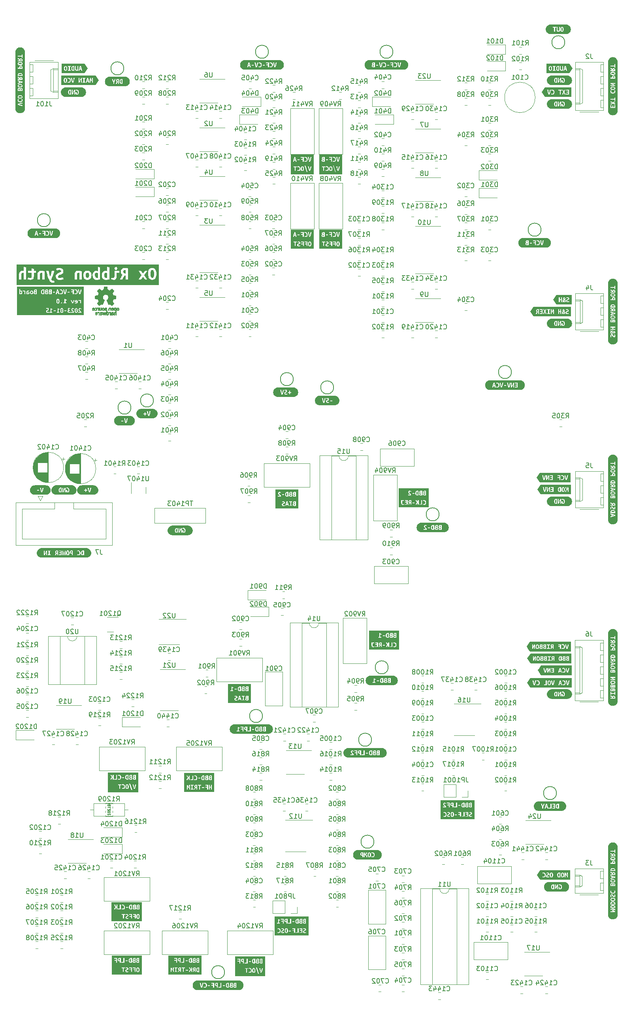
<source format=gbo>
G04 #@! TF.GenerationSoftware,KiCad,Pcbnew,6.0.5+dfsg-1~bpo11+1*
G04 #@! TF.CreationDate,2023-02-06T17:01:20+00:00*
G04 #@! TF.ProjectId,VCF_VCA_BBD_board,5643465f-5643-4415-9f42-42445f626f61,1.0*
G04 #@! TF.SameCoordinates,Original*
G04 #@! TF.FileFunction,Legend,Bot*
G04 #@! TF.FilePolarity,Positive*
%FSLAX46Y46*%
G04 Gerber Fmt 4.6, Leading zero omitted, Abs format (unit mm)*
G04 Created by KiCad (PCBNEW 6.0.5+dfsg-1~bpo11+1) date 2023-02-06 17:01:20*
%MOMM*%
%LPD*%
G01*
G04 APERTURE LIST*
%ADD10C,0.150000*%
%ADD11C,0.127000*%
%ADD12C,0.120000*%
%ADD13C,0.010000*%
%ADD14C,0.125000*%
%ADD15O,2.720000X3.240000*%
%ADD16R,1.800000X1.800000*%
%ADD17C,1.800000*%
%ADD18C,2.500000*%
%ADD19C,3.000000*%
%ADD20C,1.451600*%
%ADD21O,2.190000X1.740000*%
%ADD22C,1.440000*%
%ADD23C,2.600000*%
%ADD24R,0.900000X1.200000*%
%ADD25C,2.000000*%
%ADD26C,1.600000*%
%ADD27R,1.600000X1.600000*%
%ADD28O,1.600000X1.600000*%
%ADD29R,1.700000X1.700000*%
%ADD30O,1.700000X1.700000*%
%ADD31C,1.700000*%
%ADD32R,1.500000X0.550000*%
G04 APERTURE END LIST*
D10*
X130555904Y-85968380D02*
X130555904Y-86777904D01*
X130508285Y-86873142D01*
X130460666Y-86920761D01*
X130365428Y-86968380D01*
X130174952Y-86968380D01*
X130079714Y-86920761D01*
X130032095Y-86873142D01*
X129984476Y-86777904D01*
X129984476Y-85968380D01*
X129460666Y-86968380D02*
X129270190Y-86968380D01*
X129174952Y-86920761D01*
X129127333Y-86873142D01*
X129032095Y-86730285D01*
X128984476Y-86539809D01*
X128984476Y-86158857D01*
X129032095Y-86063619D01*
X129079714Y-86016000D01*
X129174952Y-85968380D01*
X129365428Y-85968380D01*
X129460666Y-86016000D01*
X129508285Y-86063619D01*
X129555904Y-86158857D01*
X129555904Y-86396952D01*
X129508285Y-86492190D01*
X129460666Y-86539809D01*
X129365428Y-86587428D01*
X129174952Y-86587428D01*
X129079714Y-86539809D01*
X129032095Y-86492190D01*
X128984476Y-86396952D01*
X122499238Y-63857142D02*
X122546857Y-63904761D01*
X122689714Y-63952380D01*
X122784952Y-63952380D01*
X122927809Y-63904761D01*
X123023047Y-63809523D01*
X123070666Y-63714285D01*
X123118285Y-63523809D01*
X123118285Y-63380952D01*
X123070666Y-63190476D01*
X123023047Y-63095238D01*
X122927809Y-63000000D01*
X122784952Y-62952380D01*
X122689714Y-62952380D01*
X122546857Y-63000000D01*
X122499238Y-63047619D01*
X121546857Y-63952380D02*
X122118285Y-63952380D01*
X121832571Y-63952380D02*
X121832571Y-62952380D01*
X121927809Y-63095238D01*
X122023047Y-63190476D01*
X122118285Y-63238095D01*
X121213523Y-62952380D02*
X120594476Y-62952380D01*
X120927809Y-63333333D01*
X120784952Y-63333333D01*
X120689714Y-63380952D01*
X120642095Y-63428571D01*
X120594476Y-63523809D01*
X120594476Y-63761904D01*
X120642095Y-63857142D01*
X120689714Y-63904761D01*
X120784952Y-63952380D01*
X121070666Y-63952380D01*
X121165904Y-63904761D01*
X121213523Y-63857142D01*
X119975428Y-62952380D02*
X119880190Y-62952380D01*
X119784952Y-63000000D01*
X119737333Y-63047619D01*
X119689714Y-63142857D01*
X119642095Y-63333333D01*
X119642095Y-63571428D01*
X119689714Y-63761904D01*
X119737333Y-63857142D01*
X119784952Y-63904761D01*
X119880190Y-63952380D01*
X119975428Y-63952380D01*
X120070666Y-63904761D01*
X120118285Y-63857142D01*
X120165904Y-63761904D01*
X120213523Y-63571428D01*
X120213523Y-63333333D01*
X120165904Y-63142857D01*
X120118285Y-63047619D01*
X120070666Y-63000000D01*
X119975428Y-62952380D01*
X118784952Y-63285714D02*
X118784952Y-63952380D01*
X119023047Y-62904761D02*
X119261142Y-63619047D01*
X118642095Y-63619047D01*
X84280547Y-166568380D02*
X84613880Y-166092190D01*
X84851976Y-166568380D02*
X84851976Y-165568380D01*
X84471023Y-165568380D01*
X84375785Y-165616000D01*
X84328166Y-165663619D01*
X84280547Y-165758857D01*
X84280547Y-165901714D01*
X84328166Y-165996952D01*
X84375785Y-166044571D01*
X84471023Y-166092190D01*
X84851976Y-166092190D01*
X83804357Y-166568380D02*
X83613880Y-166568380D01*
X83518642Y-166520761D01*
X83471023Y-166473142D01*
X83375785Y-166330285D01*
X83328166Y-166139809D01*
X83328166Y-165758857D01*
X83375785Y-165663619D01*
X83423404Y-165616000D01*
X83518642Y-165568380D01*
X83709119Y-165568380D01*
X83804357Y-165616000D01*
X83851976Y-165663619D01*
X83899595Y-165758857D01*
X83899595Y-165996952D01*
X83851976Y-166092190D01*
X83804357Y-166139809D01*
X83709119Y-166187428D01*
X83518642Y-166187428D01*
X83423404Y-166139809D01*
X83375785Y-166092190D01*
X83328166Y-165996952D01*
X82709119Y-165568380D02*
X82613880Y-165568380D01*
X82518642Y-165616000D01*
X82471023Y-165663619D01*
X82423404Y-165758857D01*
X82375785Y-165949333D01*
X82375785Y-166187428D01*
X82423404Y-166377904D01*
X82471023Y-166473142D01*
X82518642Y-166520761D01*
X82613880Y-166568380D01*
X82709119Y-166568380D01*
X82804357Y-166520761D01*
X82851976Y-166473142D01*
X82899595Y-166377904D01*
X82947214Y-166187428D01*
X82947214Y-165949333D01*
X82899595Y-165758857D01*
X82851976Y-165663619D01*
X82804357Y-165616000D01*
X82709119Y-165568380D01*
X81423404Y-166568380D02*
X81994833Y-166568380D01*
X81709119Y-166568380D02*
X81709119Y-165568380D01*
X81804357Y-165711238D01*
X81899595Y-165806476D01*
X81994833Y-165854095D01*
X139041047Y-206700380D02*
X139374380Y-206224190D01*
X139612476Y-206700380D02*
X139612476Y-205700380D01*
X139231523Y-205700380D01*
X139136285Y-205748000D01*
X139088666Y-205795619D01*
X139041047Y-205890857D01*
X139041047Y-206033714D01*
X139088666Y-206128952D01*
X139136285Y-206176571D01*
X139231523Y-206224190D01*
X139612476Y-206224190D01*
X138183904Y-205700380D02*
X138374380Y-205700380D01*
X138469619Y-205748000D01*
X138517238Y-205795619D01*
X138612476Y-205938476D01*
X138660095Y-206128952D01*
X138660095Y-206509904D01*
X138612476Y-206605142D01*
X138564857Y-206652761D01*
X138469619Y-206700380D01*
X138279142Y-206700380D01*
X138183904Y-206652761D01*
X138136285Y-206605142D01*
X138088666Y-206509904D01*
X138088666Y-206271809D01*
X138136285Y-206176571D01*
X138183904Y-206128952D01*
X138279142Y-206081333D01*
X138469619Y-206081333D01*
X138564857Y-206128952D01*
X138612476Y-206176571D01*
X138660095Y-206271809D01*
X137469619Y-205700380D02*
X137374380Y-205700380D01*
X137279142Y-205748000D01*
X137231523Y-205795619D01*
X137183904Y-205890857D01*
X137136285Y-206081333D01*
X137136285Y-206319428D01*
X137183904Y-206509904D01*
X137231523Y-206605142D01*
X137279142Y-206652761D01*
X137374380Y-206700380D01*
X137469619Y-206700380D01*
X137564857Y-206652761D01*
X137612476Y-206605142D01*
X137660095Y-206509904D01*
X137707714Y-206319428D01*
X137707714Y-206081333D01*
X137660095Y-205890857D01*
X137612476Y-205795619D01*
X137564857Y-205748000D01*
X137469619Y-205700380D01*
X136183904Y-206700380D02*
X136755333Y-206700380D01*
X136469619Y-206700380D02*
X136469619Y-205700380D01*
X136564857Y-205843238D01*
X136660095Y-205938476D01*
X136755333Y-205986095D01*
X111323238Y-188666380D02*
X111656571Y-188190190D01*
X111894666Y-188666380D02*
X111894666Y-187666380D01*
X111513714Y-187666380D01*
X111418476Y-187714000D01*
X111370857Y-187761619D01*
X111323238Y-187856857D01*
X111323238Y-187999714D01*
X111370857Y-188094952D01*
X111418476Y-188142571D01*
X111513714Y-188190190D01*
X111894666Y-188190190D01*
X110370857Y-188666380D02*
X110942285Y-188666380D01*
X110656571Y-188666380D02*
X110656571Y-187666380D01*
X110751809Y-187809238D01*
X110847047Y-187904476D01*
X110942285Y-187952095D01*
X109751809Y-187666380D02*
X109656571Y-187666380D01*
X109561333Y-187714000D01*
X109513714Y-187761619D01*
X109466095Y-187856857D01*
X109418476Y-188047333D01*
X109418476Y-188285428D01*
X109466095Y-188475904D01*
X109513714Y-188571142D01*
X109561333Y-188618761D01*
X109656571Y-188666380D01*
X109751809Y-188666380D01*
X109847047Y-188618761D01*
X109894666Y-188571142D01*
X109942285Y-188475904D01*
X109989904Y-188285428D01*
X109989904Y-188047333D01*
X109942285Y-187856857D01*
X109894666Y-187761619D01*
X109847047Y-187714000D01*
X109751809Y-187666380D01*
X108466095Y-188666380D02*
X109037523Y-188666380D01*
X108751809Y-188666380D02*
X108751809Y-187666380D01*
X108847047Y-187809238D01*
X108942285Y-187904476D01*
X109037523Y-187952095D01*
X107608952Y-187999714D02*
X107608952Y-188666380D01*
X107847047Y-187618761D02*
X108085142Y-188333047D01*
X107466095Y-188333047D01*
X76303047Y-112720380D02*
X76636380Y-112244190D01*
X76874476Y-112720380D02*
X76874476Y-111720380D01*
X76493523Y-111720380D01*
X76398285Y-111768000D01*
X76350666Y-111815619D01*
X76303047Y-111910857D01*
X76303047Y-112053714D01*
X76350666Y-112148952D01*
X76398285Y-112196571D01*
X76493523Y-112244190D01*
X76874476Y-112244190D01*
X75445904Y-112053714D02*
X75445904Y-112720380D01*
X75684000Y-111672761D02*
X75922095Y-112387047D01*
X75303047Y-112387047D01*
X74731619Y-111720380D02*
X74636380Y-111720380D01*
X74541142Y-111768000D01*
X74493523Y-111815619D01*
X74445904Y-111910857D01*
X74398285Y-112101333D01*
X74398285Y-112339428D01*
X74445904Y-112529904D01*
X74493523Y-112625142D01*
X74541142Y-112672761D01*
X74636380Y-112720380D01*
X74731619Y-112720380D01*
X74826857Y-112672761D01*
X74874476Y-112625142D01*
X74922095Y-112529904D01*
X74969714Y-112339428D01*
X74969714Y-112101333D01*
X74922095Y-111910857D01*
X74874476Y-111815619D01*
X74826857Y-111768000D01*
X74731619Y-111720380D01*
X74017333Y-111815619D02*
X73969714Y-111768000D01*
X73874476Y-111720380D01*
X73636380Y-111720380D01*
X73541142Y-111768000D01*
X73493523Y-111815619D01*
X73445904Y-111910857D01*
X73445904Y-112006095D01*
X73493523Y-112148952D01*
X74064952Y-112720380D01*
X73445904Y-112720380D01*
X144883047Y-52776380D02*
X145216380Y-52300190D01*
X145454476Y-52776380D02*
X145454476Y-51776380D01*
X145073523Y-51776380D01*
X144978285Y-51824000D01*
X144930666Y-51871619D01*
X144883047Y-51966857D01*
X144883047Y-52109714D01*
X144930666Y-52204952D01*
X144978285Y-52252571D01*
X145073523Y-52300190D01*
X145454476Y-52300190D01*
X144549714Y-51776380D02*
X143930666Y-51776380D01*
X144264000Y-52157333D01*
X144121142Y-52157333D01*
X144025904Y-52204952D01*
X143978285Y-52252571D01*
X143930666Y-52347809D01*
X143930666Y-52585904D01*
X143978285Y-52681142D01*
X144025904Y-52728761D01*
X144121142Y-52776380D01*
X144406857Y-52776380D01*
X144502095Y-52728761D01*
X144549714Y-52681142D01*
X143311619Y-51776380D02*
X143216380Y-51776380D01*
X143121142Y-51824000D01*
X143073523Y-51871619D01*
X143025904Y-51966857D01*
X142978285Y-52157333D01*
X142978285Y-52395428D01*
X143025904Y-52585904D01*
X143073523Y-52681142D01*
X143121142Y-52728761D01*
X143216380Y-52776380D01*
X143311619Y-52776380D01*
X143406857Y-52728761D01*
X143454476Y-52681142D01*
X143502095Y-52585904D01*
X143549714Y-52395428D01*
X143549714Y-52157333D01*
X143502095Y-51966857D01*
X143454476Y-51871619D01*
X143406857Y-51824000D01*
X143311619Y-51776380D01*
X142597333Y-51871619D02*
X142549714Y-51824000D01*
X142454476Y-51776380D01*
X142216380Y-51776380D01*
X142121142Y-51824000D01*
X142073523Y-51871619D01*
X142025904Y-51966857D01*
X142025904Y-52062095D01*
X142073523Y-52204952D01*
X142644952Y-52776380D01*
X142025904Y-52776380D01*
X70715047Y-55824380D02*
X71048380Y-55348190D01*
X71286476Y-55824380D02*
X71286476Y-54824380D01*
X70905523Y-54824380D01*
X70810285Y-54872000D01*
X70762666Y-54919619D01*
X70715047Y-55014857D01*
X70715047Y-55157714D01*
X70762666Y-55252952D01*
X70810285Y-55300571D01*
X70905523Y-55348190D01*
X71286476Y-55348190D01*
X70334095Y-54919619D02*
X70286476Y-54872000D01*
X70191238Y-54824380D01*
X69953142Y-54824380D01*
X69857904Y-54872000D01*
X69810285Y-54919619D01*
X69762666Y-55014857D01*
X69762666Y-55110095D01*
X69810285Y-55252952D01*
X70381714Y-55824380D01*
X69762666Y-55824380D01*
X69143619Y-54824380D02*
X69048380Y-54824380D01*
X68953142Y-54872000D01*
X68905523Y-54919619D01*
X68857904Y-55014857D01*
X68810285Y-55205333D01*
X68810285Y-55443428D01*
X68857904Y-55633904D01*
X68905523Y-55729142D01*
X68953142Y-55776761D01*
X69048380Y-55824380D01*
X69143619Y-55824380D01*
X69238857Y-55776761D01*
X69286476Y-55729142D01*
X69334095Y-55633904D01*
X69381714Y-55443428D01*
X69381714Y-55205333D01*
X69334095Y-55014857D01*
X69286476Y-54919619D01*
X69238857Y-54872000D01*
X69143619Y-54824380D01*
X68476952Y-54824380D02*
X67857904Y-54824380D01*
X68191238Y-55205333D01*
X68048380Y-55205333D01*
X67953142Y-55252952D01*
X67905523Y-55300571D01*
X67857904Y-55395809D01*
X67857904Y-55633904D01*
X67905523Y-55729142D01*
X67953142Y-55776761D01*
X68048380Y-55824380D01*
X68334095Y-55824380D01*
X68429333Y-55776761D01*
X68476952Y-55729142D01*
X165413333Y-207732380D02*
X165413333Y-208446666D01*
X165460952Y-208589523D01*
X165556190Y-208684761D01*
X165699047Y-208732380D01*
X165794285Y-208732380D01*
X165032380Y-207732380D02*
X164413333Y-207732380D01*
X164746666Y-208113333D01*
X164603809Y-208113333D01*
X164508571Y-208160952D01*
X164460952Y-208208571D01*
X164413333Y-208303809D01*
X164413333Y-208541904D01*
X164460952Y-208637142D01*
X164508571Y-208684761D01*
X164603809Y-208732380D01*
X164889523Y-208732380D01*
X164984761Y-208684761D01*
X165032380Y-208637142D01*
X76459238Y-177141142D02*
X76506857Y-177188761D01*
X76649714Y-177236380D01*
X76744952Y-177236380D01*
X76887809Y-177188761D01*
X76983047Y-177093523D01*
X77030666Y-176998285D01*
X77078285Y-176807809D01*
X77078285Y-176664952D01*
X77030666Y-176474476D01*
X76983047Y-176379238D01*
X76887809Y-176284000D01*
X76744952Y-176236380D01*
X76649714Y-176236380D01*
X76506857Y-176284000D01*
X76459238Y-176331619D01*
X75506857Y-177236380D02*
X76078285Y-177236380D01*
X75792571Y-177236380D02*
X75792571Y-176236380D01*
X75887809Y-176379238D01*
X75983047Y-176474476D01*
X76078285Y-176522095D01*
X74649714Y-176569714D02*
X74649714Y-177236380D01*
X74887809Y-176188761D02*
X75125904Y-176903047D01*
X74506857Y-176903047D01*
X73697333Y-176569714D02*
X73697333Y-177236380D01*
X73935428Y-176188761D02*
X74173523Y-176903047D01*
X73554476Y-176903047D01*
X72983047Y-176236380D02*
X72887809Y-176236380D01*
X72792571Y-176284000D01*
X72744952Y-176331619D01*
X72697333Y-176426857D01*
X72649714Y-176617333D01*
X72649714Y-176855428D01*
X72697333Y-177045904D01*
X72744952Y-177141142D01*
X72792571Y-177188761D01*
X72887809Y-177236380D01*
X72983047Y-177236380D01*
X73078285Y-177188761D01*
X73125904Y-177141142D01*
X73173523Y-177045904D01*
X73221142Y-176855428D01*
X73221142Y-176617333D01*
X73173523Y-176426857D01*
X73125904Y-176331619D01*
X73078285Y-176284000D01*
X72983047Y-176236380D01*
X133929238Y-67921142D02*
X133976857Y-67968761D01*
X134119714Y-68016380D01*
X134214952Y-68016380D01*
X134357809Y-67968761D01*
X134453047Y-67873523D01*
X134500666Y-67778285D01*
X134548285Y-67587809D01*
X134548285Y-67444952D01*
X134500666Y-67254476D01*
X134453047Y-67159238D01*
X134357809Y-67064000D01*
X134214952Y-67016380D01*
X134119714Y-67016380D01*
X133976857Y-67064000D01*
X133929238Y-67111619D01*
X132976857Y-68016380D02*
X133548285Y-68016380D01*
X133262571Y-68016380D02*
X133262571Y-67016380D01*
X133357809Y-67159238D01*
X133453047Y-67254476D01*
X133548285Y-67302095D01*
X132119714Y-67349714D02*
X132119714Y-68016380D01*
X132357809Y-66968761D02*
X132595904Y-67683047D01*
X131976857Y-67683047D01*
X131072095Y-68016380D02*
X131643523Y-68016380D01*
X131357809Y-68016380D02*
X131357809Y-67016380D01*
X131453047Y-67159238D01*
X131548285Y-67254476D01*
X131643523Y-67302095D01*
X130500666Y-67444952D02*
X130595904Y-67397333D01*
X130643523Y-67349714D01*
X130691142Y-67254476D01*
X130691142Y-67206857D01*
X130643523Y-67111619D01*
X130595904Y-67064000D01*
X130500666Y-67016380D01*
X130310190Y-67016380D01*
X130214952Y-67064000D01*
X130167333Y-67111619D01*
X130119714Y-67206857D01*
X130119714Y-67254476D01*
X130167333Y-67349714D01*
X130214952Y-67397333D01*
X130310190Y-67444952D01*
X130500666Y-67444952D01*
X130595904Y-67492571D01*
X130643523Y-67540190D01*
X130691142Y-67635428D01*
X130691142Y-67825904D01*
X130643523Y-67921142D01*
X130595904Y-67968761D01*
X130500666Y-68016380D01*
X130310190Y-68016380D01*
X130214952Y-67968761D01*
X130167333Y-67921142D01*
X130119714Y-67825904D01*
X130119714Y-67635428D01*
X130167333Y-67540190D01*
X130214952Y-67492571D01*
X130310190Y-67444952D01*
X137313238Y-169338142D02*
X137360857Y-169385761D01*
X137503714Y-169433380D01*
X137598952Y-169433380D01*
X137741809Y-169385761D01*
X137837047Y-169290523D01*
X137884666Y-169195285D01*
X137932285Y-169004809D01*
X137932285Y-168861952D01*
X137884666Y-168671476D01*
X137837047Y-168576238D01*
X137741809Y-168481000D01*
X137598952Y-168433380D01*
X137503714Y-168433380D01*
X137360857Y-168481000D01*
X137313238Y-168528619D01*
X136360857Y-169433380D02*
X136932285Y-169433380D01*
X136646571Y-169433380D02*
X136646571Y-168433380D01*
X136741809Y-168576238D01*
X136837047Y-168671476D01*
X136932285Y-168719095D01*
X135503714Y-168766714D02*
X135503714Y-169433380D01*
X135741809Y-168385761D02*
X135979904Y-169100047D01*
X135360857Y-169100047D01*
X135075142Y-168433380D02*
X134456095Y-168433380D01*
X134789428Y-168814333D01*
X134646571Y-168814333D01*
X134551333Y-168861952D01*
X134503714Y-168909571D01*
X134456095Y-169004809D01*
X134456095Y-169242904D01*
X134503714Y-169338142D01*
X134551333Y-169385761D01*
X134646571Y-169433380D01*
X134932285Y-169433380D01*
X135027523Y-169385761D01*
X135075142Y-169338142D01*
X134122761Y-168433380D02*
X133456095Y-168433380D01*
X133884666Y-169433380D01*
X67037809Y-182824380D02*
X67371142Y-182348190D01*
X67609238Y-182824380D02*
X67609238Y-181824380D01*
X67228285Y-181824380D01*
X67133047Y-181872000D01*
X67085428Y-181919619D01*
X67037809Y-182014857D01*
X67037809Y-182157714D01*
X67085428Y-182252952D01*
X67133047Y-182300571D01*
X67228285Y-182348190D01*
X67609238Y-182348190D01*
X66752095Y-181824380D02*
X66418761Y-182824380D01*
X66085428Y-181824380D01*
X65228285Y-182824380D02*
X65799714Y-182824380D01*
X65514000Y-182824380D02*
X65514000Y-181824380D01*
X65609238Y-181967238D01*
X65704476Y-182062476D01*
X65799714Y-182110095D01*
X64847333Y-181919619D02*
X64799714Y-181872000D01*
X64704476Y-181824380D01*
X64466380Y-181824380D01*
X64371142Y-181872000D01*
X64323523Y-181919619D01*
X64275904Y-182014857D01*
X64275904Y-182110095D01*
X64323523Y-182252952D01*
X64894952Y-182824380D01*
X64275904Y-182824380D01*
X63656857Y-181824380D02*
X63561619Y-181824380D01*
X63466380Y-181872000D01*
X63418761Y-181919619D01*
X63371142Y-182014857D01*
X63323523Y-182205333D01*
X63323523Y-182443428D01*
X63371142Y-182633904D01*
X63418761Y-182729142D01*
X63466380Y-182776761D01*
X63561619Y-182824380D01*
X63656857Y-182824380D01*
X63752095Y-182776761D01*
X63799714Y-182729142D01*
X63847333Y-182633904D01*
X63894952Y-182443428D01*
X63894952Y-182205333D01*
X63847333Y-182014857D01*
X63799714Y-181919619D01*
X63752095Y-181872000D01*
X63656857Y-181824380D01*
X62990190Y-181824380D02*
X62371142Y-181824380D01*
X62704476Y-182205333D01*
X62561619Y-182205333D01*
X62466380Y-182252952D01*
X62418761Y-182300571D01*
X62371142Y-182395809D01*
X62371142Y-182633904D01*
X62418761Y-182729142D01*
X62466380Y-182776761D01*
X62561619Y-182824380D01*
X62847333Y-182824380D01*
X62942571Y-182776761D01*
X62990190Y-182729142D01*
X76303047Y-109418380D02*
X76636380Y-108942190D01*
X76874476Y-109418380D02*
X76874476Y-108418380D01*
X76493523Y-108418380D01*
X76398285Y-108466000D01*
X76350666Y-108513619D01*
X76303047Y-108608857D01*
X76303047Y-108751714D01*
X76350666Y-108846952D01*
X76398285Y-108894571D01*
X76493523Y-108942190D01*
X76874476Y-108942190D01*
X75445904Y-108751714D02*
X75445904Y-109418380D01*
X75684000Y-108370761D02*
X75922095Y-109085047D01*
X75303047Y-109085047D01*
X74731619Y-108418380D02*
X74636380Y-108418380D01*
X74541142Y-108466000D01*
X74493523Y-108513619D01*
X74445904Y-108608857D01*
X74398285Y-108799333D01*
X74398285Y-109037428D01*
X74445904Y-109227904D01*
X74493523Y-109323142D01*
X74541142Y-109370761D01*
X74636380Y-109418380D01*
X74731619Y-109418380D01*
X74826857Y-109370761D01*
X74874476Y-109323142D01*
X74922095Y-109227904D01*
X74969714Y-109037428D01*
X74969714Y-108799333D01*
X74922095Y-108608857D01*
X74874476Y-108513619D01*
X74826857Y-108466000D01*
X74731619Y-108418380D01*
X74064952Y-108418380D02*
X73445904Y-108418380D01*
X73779238Y-108799333D01*
X73636380Y-108799333D01*
X73541142Y-108846952D01*
X73493523Y-108894571D01*
X73445904Y-108989809D01*
X73445904Y-109227904D01*
X73493523Y-109323142D01*
X73541142Y-109370761D01*
X73636380Y-109418380D01*
X73922095Y-109418380D01*
X74017333Y-109370761D01*
X74064952Y-109323142D01*
X98655047Y-51252380D02*
X98988380Y-50776190D01*
X99226476Y-51252380D02*
X99226476Y-50252380D01*
X98845523Y-50252380D01*
X98750285Y-50300000D01*
X98702666Y-50347619D01*
X98655047Y-50442857D01*
X98655047Y-50585714D01*
X98702666Y-50680952D01*
X98750285Y-50728571D01*
X98845523Y-50776190D01*
X99226476Y-50776190D01*
X97797904Y-50585714D02*
X97797904Y-51252380D01*
X98036000Y-50204761D02*
X98274095Y-50919047D01*
X97655047Y-50919047D01*
X97321714Y-50347619D02*
X97274095Y-50300000D01*
X97178857Y-50252380D01*
X96940761Y-50252380D01*
X96845523Y-50300000D01*
X96797904Y-50347619D01*
X96750285Y-50442857D01*
X96750285Y-50538095D01*
X96797904Y-50680952D01*
X97369333Y-51252380D01*
X96750285Y-51252380D01*
X96416952Y-50252380D02*
X95797904Y-50252380D01*
X96131238Y-50633333D01*
X95988380Y-50633333D01*
X95893142Y-50680952D01*
X95845523Y-50728571D01*
X95797904Y-50823809D01*
X95797904Y-51061904D01*
X95845523Y-51157142D01*
X95893142Y-51204761D01*
X95988380Y-51252380D01*
X96274095Y-51252380D01*
X96369333Y-51204761D01*
X96416952Y-51157142D01*
X80160476Y-130770380D02*
X79589047Y-130770380D01*
X79874761Y-131770380D02*
X79874761Y-130770380D01*
X79255714Y-131770380D02*
X79255714Y-130770380D01*
X78874761Y-130770380D01*
X78779523Y-130818000D01*
X78731904Y-130865619D01*
X78684285Y-130960857D01*
X78684285Y-131103714D01*
X78731904Y-131198952D01*
X78779523Y-131246571D01*
X78874761Y-131294190D01*
X79255714Y-131294190D01*
X77731904Y-131770380D02*
X78303333Y-131770380D01*
X78017619Y-131770380D02*
X78017619Y-130770380D01*
X78112857Y-130913238D01*
X78208095Y-131008476D01*
X78303333Y-131056095D01*
X76874761Y-131103714D02*
X76874761Y-131770380D01*
X77112857Y-130722761D02*
X77350952Y-131437047D01*
X76731904Y-131437047D01*
X76160476Y-130770380D02*
X76065238Y-130770380D01*
X75970000Y-130818000D01*
X75922380Y-130865619D01*
X75874761Y-130960857D01*
X75827142Y-131151333D01*
X75827142Y-131389428D01*
X75874761Y-131579904D01*
X75922380Y-131675142D01*
X75970000Y-131722761D01*
X76065238Y-131770380D01*
X76160476Y-131770380D01*
X76255714Y-131722761D01*
X76303333Y-131675142D01*
X76350952Y-131579904D01*
X76398571Y-131389428D01*
X76398571Y-131151333D01*
X76350952Y-130960857D01*
X76303333Y-130865619D01*
X76255714Y-130818000D01*
X76160476Y-130770380D01*
X75493809Y-130770380D02*
X74874761Y-130770380D01*
X75208095Y-131151333D01*
X75065238Y-131151333D01*
X74970000Y-131198952D01*
X74922380Y-131246571D01*
X74874761Y-131341809D01*
X74874761Y-131579904D01*
X74922380Y-131675142D01*
X74970000Y-131722761D01*
X75065238Y-131770380D01*
X75350952Y-131770380D01*
X75446190Y-131722761D01*
X75493809Y-131675142D01*
X93510047Y-80462380D02*
X93843380Y-79986190D01*
X94081476Y-80462380D02*
X94081476Y-79462380D01*
X93700523Y-79462380D01*
X93605285Y-79510000D01*
X93557666Y-79557619D01*
X93510047Y-79652857D01*
X93510047Y-79795714D01*
X93557666Y-79890952D01*
X93605285Y-79938571D01*
X93700523Y-79986190D01*
X94081476Y-79986190D01*
X92605285Y-79462380D02*
X93081476Y-79462380D01*
X93129095Y-79938571D01*
X93081476Y-79890952D01*
X92986238Y-79843333D01*
X92748142Y-79843333D01*
X92652904Y-79890952D01*
X92605285Y-79938571D01*
X92557666Y-80033809D01*
X92557666Y-80271904D01*
X92605285Y-80367142D01*
X92652904Y-80414761D01*
X92748142Y-80462380D01*
X92986238Y-80462380D01*
X93081476Y-80414761D01*
X93129095Y-80367142D01*
X91938619Y-79462380D02*
X91843380Y-79462380D01*
X91748142Y-79510000D01*
X91700523Y-79557619D01*
X91652904Y-79652857D01*
X91605285Y-79843333D01*
X91605285Y-80081428D01*
X91652904Y-80271904D01*
X91700523Y-80367142D01*
X91748142Y-80414761D01*
X91843380Y-80462380D01*
X91938619Y-80462380D01*
X92033857Y-80414761D01*
X92081476Y-80367142D01*
X92129095Y-80271904D01*
X92176714Y-80081428D01*
X92176714Y-79843333D01*
X92129095Y-79652857D01*
X92081476Y-79557619D01*
X92033857Y-79510000D01*
X91938619Y-79462380D01*
X91271952Y-79462380D02*
X90652904Y-79462380D01*
X90986238Y-79843333D01*
X90843380Y-79843333D01*
X90748142Y-79890952D01*
X90700523Y-79938571D01*
X90652904Y-80033809D01*
X90652904Y-80271904D01*
X90700523Y-80367142D01*
X90748142Y-80414761D01*
X90843380Y-80462380D01*
X91129095Y-80462380D01*
X91224333Y-80414761D01*
X91271952Y-80367142D01*
X51887238Y-180951142D02*
X51934857Y-180998761D01*
X52077714Y-181046380D01*
X52172952Y-181046380D01*
X52315809Y-180998761D01*
X52411047Y-180903523D01*
X52458666Y-180808285D01*
X52506285Y-180617809D01*
X52506285Y-180474952D01*
X52458666Y-180284476D01*
X52411047Y-180189238D01*
X52315809Y-180094000D01*
X52172952Y-180046380D01*
X52077714Y-180046380D01*
X51934857Y-180094000D01*
X51887238Y-180141619D01*
X50934857Y-181046380D02*
X51506285Y-181046380D01*
X51220571Y-181046380D02*
X51220571Y-180046380D01*
X51315809Y-180189238D01*
X51411047Y-180284476D01*
X51506285Y-180332095D01*
X50077714Y-180379714D02*
X50077714Y-181046380D01*
X50315809Y-179998761D02*
X50553904Y-180713047D01*
X49934857Y-180713047D01*
X49601523Y-180141619D02*
X49553904Y-180094000D01*
X49458666Y-180046380D01*
X49220571Y-180046380D01*
X49125333Y-180094000D01*
X49077714Y-180141619D01*
X49030095Y-180236857D01*
X49030095Y-180332095D01*
X49077714Y-180474952D01*
X49649142Y-181046380D01*
X49030095Y-181046380D01*
X48696761Y-180046380D02*
X48030095Y-180046380D01*
X48458666Y-181046380D01*
X82621238Y-46839142D02*
X82668857Y-46886761D01*
X82811714Y-46934380D01*
X82906952Y-46934380D01*
X83049809Y-46886761D01*
X83145047Y-46791523D01*
X83192666Y-46696285D01*
X83240285Y-46505809D01*
X83240285Y-46362952D01*
X83192666Y-46172476D01*
X83145047Y-46077238D01*
X83049809Y-45982000D01*
X82906952Y-45934380D01*
X82811714Y-45934380D01*
X82668857Y-45982000D01*
X82621238Y-46029619D01*
X81668857Y-46934380D02*
X82240285Y-46934380D01*
X81954571Y-46934380D02*
X81954571Y-45934380D01*
X82049809Y-46077238D01*
X82145047Y-46172476D01*
X82240285Y-46220095D01*
X80811714Y-46267714D02*
X80811714Y-46934380D01*
X81049809Y-45886761D02*
X81287904Y-46601047D01*
X80668857Y-46601047D01*
X79764095Y-46934380D02*
X80335523Y-46934380D01*
X80049809Y-46934380D02*
X80049809Y-45934380D01*
X80145047Y-46077238D01*
X80240285Y-46172476D01*
X80335523Y-46220095D01*
X79430761Y-45934380D02*
X78811714Y-45934380D01*
X79145047Y-46315333D01*
X79002190Y-46315333D01*
X78906952Y-46362952D01*
X78859333Y-46410571D01*
X78811714Y-46505809D01*
X78811714Y-46743904D01*
X78859333Y-46839142D01*
X78906952Y-46886761D01*
X79002190Y-46934380D01*
X79287904Y-46934380D01*
X79383142Y-46886761D01*
X79430761Y-46839142D01*
X147169047Y-204668380D02*
X147502380Y-204192190D01*
X147740476Y-204668380D02*
X147740476Y-203668380D01*
X147359523Y-203668380D01*
X147264285Y-203716000D01*
X147216666Y-203763619D01*
X147169047Y-203858857D01*
X147169047Y-204001714D01*
X147216666Y-204096952D01*
X147264285Y-204144571D01*
X147359523Y-204192190D01*
X147740476Y-204192190D01*
X146311904Y-203668380D02*
X146502380Y-203668380D01*
X146597619Y-203716000D01*
X146645238Y-203763619D01*
X146740476Y-203906476D01*
X146788095Y-204096952D01*
X146788095Y-204477904D01*
X146740476Y-204573142D01*
X146692857Y-204620761D01*
X146597619Y-204668380D01*
X146407142Y-204668380D01*
X146311904Y-204620761D01*
X146264285Y-204573142D01*
X146216666Y-204477904D01*
X146216666Y-204239809D01*
X146264285Y-204144571D01*
X146311904Y-204096952D01*
X146407142Y-204049333D01*
X146597619Y-204049333D01*
X146692857Y-204096952D01*
X146740476Y-204144571D01*
X146788095Y-204239809D01*
X145597619Y-203668380D02*
X145502380Y-203668380D01*
X145407142Y-203716000D01*
X145359523Y-203763619D01*
X145311904Y-203858857D01*
X145264285Y-204049333D01*
X145264285Y-204287428D01*
X145311904Y-204477904D01*
X145359523Y-204573142D01*
X145407142Y-204620761D01*
X145502380Y-204668380D01*
X145597619Y-204668380D01*
X145692857Y-204620761D01*
X145740476Y-204573142D01*
X145788095Y-204477904D01*
X145835714Y-204287428D01*
X145835714Y-204049333D01*
X145788095Y-203858857D01*
X145740476Y-203763619D01*
X145692857Y-203716000D01*
X145597619Y-203668380D01*
X144930952Y-203668380D02*
X144311904Y-203668380D01*
X144645238Y-204049333D01*
X144502380Y-204049333D01*
X144407142Y-204096952D01*
X144359523Y-204144571D01*
X144311904Y-204239809D01*
X144311904Y-204477904D01*
X144359523Y-204573142D01*
X144407142Y-204620761D01*
X144502380Y-204668380D01*
X144788095Y-204668380D01*
X144883333Y-204620761D01*
X144930952Y-204573142D01*
X102973047Y-42870380D02*
X103306380Y-42394190D01*
X103544476Y-42870380D02*
X103544476Y-41870380D01*
X103163523Y-41870380D01*
X103068285Y-41918000D01*
X103020666Y-41965619D01*
X102973047Y-42060857D01*
X102973047Y-42203714D01*
X103020666Y-42298952D01*
X103068285Y-42346571D01*
X103163523Y-42394190D01*
X103544476Y-42394190D01*
X102115904Y-42203714D02*
X102115904Y-42870380D01*
X102354000Y-41822761D02*
X102592095Y-42537047D01*
X101973047Y-42537047D01*
X101639714Y-41965619D02*
X101592095Y-41918000D01*
X101496857Y-41870380D01*
X101258761Y-41870380D01*
X101163523Y-41918000D01*
X101115904Y-41965619D01*
X101068285Y-42060857D01*
X101068285Y-42156095D01*
X101115904Y-42298952D01*
X101687333Y-42870380D01*
X101068285Y-42870380D01*
X100211142Y-41870380D02*
X100401619Y-41870380D01*
X100496857Y-41918000D01*
X100544476Y-41965619D01*
X100639714Y-42108476D01*
X100687333Y-42298952D01*
X100687333Y-42679904D01*
X100639714Y-42775142D01*
X100592095Y-42822761D01*
X100496857Y-42870380D01*
X100306380Y-42870380D01*
X100211142Y-42822761D01*
X100163523Y-42775142D01*
X100115904Y-42679904D01*
X100115904Y-42441809D01*
X100163523Y-42346571D01*
X100211142Y-42298952D01*
X100306380Y-42251333D01*
X100496857Y-42251333D01*
X100592095Y-42298952D01*
X100639714Y-42346571D01*
X100687333Y-42441809D01*
X76303047Y-106116380D02*
X76636380Y-105640190D01*
X76874476Y-106116380D02*
X76874476Y-105116380D01*
X76493523Y-105116380D01*
X76398285Y-105164000D01*
X76350666Y-105211619D01*
X76303047Y-105306857D01*
X76303047Y-105449714D01*
X76350666Y-105544952D01*
X76398285Y-105592571D01*
X76493523Y-105640190D01*
X76874476Y-105640190D01*
X75445904Y-105449714D02*
X75445904Y-106116380D01*
X75684000Y-105068761D02*
X75922095Y-105783047D01*
X75303047Y-105783047D01*
X74731619Y-105116380D02*
X74636380Y-105116380D01*
X74541142Y-105164000D01*
X74493523Y-105211619D01*
X74445904Y-105306857D01*
X74398285Y-105497333D01*
X74398285Y-105735428D01*
X74445904Y-105925904D01*
X74493523Y-106021142D01*
X74541142Y-106068761D01*
X74636380Y-106116380D01*
X74731619Y-106116380D01*
X74826857Y-106068761D01*
X74874476Y-106021142D01*
X74922095Y-105925904D01*
X74969714Y-105735428D01*
X74969714Y-105497333D01*
X74922095Y-105306857D01*
X74874476Y-105211619D01*
X74826857Y-105164000D01*
X74731619Y-105116380D01*
X73541142Y-105449714D02*
X73541142Y-106116380D01*
X73779238Y-105068761D02*
X74017333Y-105783047D01*
X73398285Y-105783047D01*
X116943047Y-54554380D02*
X117276380Y-54078190D01*
X117514476Y-54554380D02*
X117514476Y-53554380D01*
X117133523Y-53554380D01*
X117038285Y-53602000D01*
X116990666Y-53649619D01*
X116943047Y-53744857D01*
X116943047Y-53887714D01*
X116990666Y-53982952D01*
X117038285Y-54030571D01*
X117133523Y-54078190D01*
X117514476Y-54078190D01*
X116085904Y-53887714D02*
X116085904Y-54554380D01*
X116324000Y-53506761D02*
X116562095Y-54221047D01*
X115943047Y-54221047D01*
X115038285Y-54554380D02*
X115609714Y-54554380D01*
X115324000Y-54554380D02*
X115324000Y-53554380D01*
X115419238Y-53697238D01*
X115514476Y-53792476D01*
X115609714Y-53840095D01*
X114704952Y-53554380D02*
X114038285Y-53554380D01*
X114466857Y-54554380D01*
X80519809Y-222194380D02*
X80853142Y-221718190D01*
X81091238Y-222194380D02*
X81091238Y-221194380D01*
X80710285Y-221194380D01*
X80615047Y-221242000D01*
X80567428Y-221289619D01*
X80519809Y-221384857D01*
X80519809Y-221527714D01*
X80567428Y-221622952D01*
X80615047Y-221670571D01*
X80710285Y-221718190D01*
X81091238Y-221718190D01*
X80234095Y-221194380D02*
X79900761Y-222194380D01*
X79567428Y-221194380D01*
X78710285Y-222194380D02*
X79281714Y-222194380D01*
X78996000Y-222194380D02*
X78996000Y-221194380D01*
X79091238Y-221337238D01*
X79186476Y-221432476D01*
X79281714Y-221480095D01*
X78329333Y-221289619D02*
X78281714Y-221242000D01*
X78186476Y-221194380D01*
X77948380Y-221194380D01*
X77853142Y-221242000D01*
X77805523Y-221289619D01*
X77757904Y-221384857D01*
X77757904Y-221480095D01*
X77805523Y-221622952D01*
X78376952Y-222194380D01*
X77757904Y-222194380D01*
X77138857Y-221194380D02*
X77043619Y-221194380D01*
X76948380Y-221242000D01*
X76900761Y-221289619D01*
X76853142Y-221384857D01*
X76805523Y-221575333D01*
X76805523Y-221813428D01*
X76853142Y-222003904D01*
X76900761Y-222099142D01*
X76948380Y-222146761D01*
X77043619Y-222194380D01*
X77138857Y-222194380D01*
X77234095Y-222146761D01*
X77281714Y-222099142D01*
X77329333Y-222003904D01*
X77376952Y-221813428D01*
X77376952Y-221575333D01*
X77329333Y-221384857D01*
X77281714Y-221289619D01*
X77234095Y-221242000D01*
X77138857Y-221194380D01*
X75948380Y-221194380D02*
X76138857Y-221194380D01*
X76234095Y-221242000D01*
X76281714Y-221289619D01*
X76376952Y-221432476D01*
X76424571Y-221622952D01*
X76424571Y-222003904D01*
X76376952Y-222099142D01*
X76329333Y-222146761D01*
X76234095Y-222194380D01*
X76043619Y-222194380D01*
X75948380Y-222146761D01*
X75900761Y-222099142D01*
X75853142Y-222003904D01*
X75853142Y-221765809D01*
X75900761Y-221670571D01*
X75948380Y-221622952D01*
X76043619Y-221575333D01*
X76234095Y-221575333D01*
X76329333Y-221622952D01*
X76376952Y-221670571D01*
X76424571Y-221765809D01*
X94479809Y-222194380D02*
X94813142Y-221718190D01*
X95051238Y-222194380D02*
X95051238Y-221194380D01*
X94670285Y-221194380D01*
X94575047Y-221242000D01*
X94527428Y-221289619D01*
X94479809Y-221384857D01*
X94479809Y-221527714D01*
X94527428Y-221622952D01*
X94575047Y-221670571D01*
X94670285Y-221718190D01*
X95051238Y-221718190D01*
X94194095Y-221194380D02*
X93860761Y-222194380D01*
X93527428Y-221194380D01*
X92670285Y-222194380D02*
X93241714Y-222194380D01*
X92956000Y-222194380D02*
X92956000Y-221194380D01*
X93051238Y-221337238D01*
X93146476Y-221432476D01*
X93241714Y-221480095D01*
X92289333Y-221289619D02*
X92241714Y-221242000D01*
X92146476Y-221194380D01*
X91908380Y-221194380D01*
X91813142Y-221242000D01*
X91765523Y-221289619D01*
X91717904Y-221384857D01*
X91717904Y-221480095D01*
X91765523Y-221622952D01*
X92336952Y-222194380D01*
X91717904Y-222194380D01*
X91098857Y-221194380D02*
X91003619Y-221194380D01*
X90908380Y-221242000D01*
X90860761Y-221289619D01*
X90813142Y-221384857D01*
X90765523Y-221575333D01*
X90765523Y-221813428D01*
X90813142Y-222003904D01*
X90860761Y-222099142D01*
X90908380Y-222146761D01*
X91003619Y-222194380D01*
X91098857Y-222194380D01*
X91194095Y-222146761D01*
X91241714Y-222099142D01*
X91289333Y-222003904D01*
X91336952Y-221813428D01*
X91336952Y-221575333D01*
X91289333Y-221384857D01*
X91241714Y-221289619D01*
X91194095Y-221242000D01*
X91098857Y-221194380D01*
X89908380Y-221527714D02*
X89908380Y-222194380D01*
X90146476Y-221146761D02*
X90384571Y-221861047D01*
X89765523Y-221861047D01*
X111323238Y-185364380D02*
X111656571Y-184888190D01*
X111894666Y-185364380D02*
X111894666Y-184364380D01*
X111513714Y-184364380D01*
X111418476Y-184412000D01*
X111370857Y-184459619D01*
X111323238Y-184554857D01*
X111323238Y-184697714D01*
X111370857Y-184792952D01*
X111418476Y-184840571D01*
X111513714Y-184888190D01*
X111894666Y-184888190D01*
X110370857Y-185364380D02*
X110942285Y-185364380D01*
X110656571Y-185364380D02*
X110656571Y-184364380D01*
X110751809Y-184507238D01*
X110847047Y-184602476D01*
X110942285Y-184650095D01*
X109751809Y-184364380D02*
X109656571Y-184364380D01*
X109561333Y-184412000D01*
X109513714Y-184459619D01*
X109466095Y-184554857D01*
X109418476Y-184745333D01*
X109418476Y-184983428D01*
X109466095Y-185173904D01*
X109513714Y-185269142D01*
X109561333Y-185316761D01*
X109656571Y-185364380D01*
X109751809Y-185364380D01*
X109847047Y-185316761D01*
X109894666Y-185269142D01*
X109942285Y-185173904D01*
X109989904Y-184983428D01*
X109989904Y-184745333D01*
X109942285Y-184554857D01*
X109894666Y-184459619D01*
X109847047Y-184412000D01*
X109751809Y-184364380D01*
X108466095Y-185364380D02*
X109037523Y-185364380D01*
X108751809Y-185364380D02*
X108751809Y-184364380D01*
X108847047Y-184507238D01*
X108942285Y-184602476D01*
X109037523Y-184650095D01*
X107608952Y-184364380D02*
X107799428Y-184364380D01*
X107894666Y-184412000D01*
X107942285Y-184459619D01*
X108037523Y-184602476D01*
X108085142Y-184792952D01*
X108085142Y-185173904D01*
X108037523Y-185269142D01*
X107989904Y-185316761D01*
X107894666Y-185364380D01*
X107704190Y-185364380D01*
X107608952Y-185316761D01*
X107561333Y-185269142D01*
X107513714Y-185173904D01*
X107513714Y-184935809D01*
X107561333Y-184840571D01*
X107608952Y-184792952D01*
X107704190Y-184745333D01*
X107894666Y-184745333D01*
X107989904Y-184792952D01*
X108037523Y-184840571D01*
X108085142Y-184935809D01*
X122499238Y-70810380D02*
X122832571Y-70334190D01*
X123070666Y-70810380D02*
X123070666Y-69810380D01*
X122689714Y-69810380D01*
X122594476Y-69858000D01*
X122546857Y-69905619D01*
X122499238Y-70000857D01*
X122499238Y-70143714D01*
X122546857Y-70238952D01*
X122594476Y-70286571D01*
X122689714Y-70334190D01*
X123070666Y-70334190D01*
X121546857Y-70810380D02*
X122118285Y-70810380D01*
X121832571Y-70810380D02*
X121832571Y-69810380D01*
X121927809Y-69953238D01*
X122023047Y-70048476D01*
X122118285Y-70096095D01*
X121213523Y-69810380D02*
X120594476Y-69810380D01*
X120927809Y-70191333D01*
X120784952Y-70191333D01*
X120689714Y-70238952D01*
X120642095Y-70286571D01*
X120594476Y-70381809D01*
X120594476Y-70619904D01*
X120642095Y-70715142D01*
X120689714Y-70762761D01*
X120784952Y-70810380D01*
X121070666Y-70810380D01*
X121165904Y-70762761D01*
X121213523Y-70715142D01*
X119975428Y-69810380D02*
X119880190Y-69810380D01*
X119784952Y-69858000D01*
X119737333Y-69905619D01*
X119689714Y-70000857D01*
X119642095Y-70191333D01*
X119642095Y-70429428D01*
X119689714Y-70619904D01*
X119737333Y-70715142D01*
X119784952Y-70762761D01*
X119880190Y-70810380D01*
X119975428Y-70810380D01*
X120070666Y-70762761D01*
X120118285Y-70715142D01*
X120165904Y-70619904D01*
X120213523Y-70429428D01*
X120213523Y-70191333D01*
X120165904Y-70000857D01*
X120118285Y-69905619D01*
X120070666Y-69858000D01*
X119975428Y-69810380D01*
X119070666Y-70238952D02*
X119165904Y-70191333D01*
X119213523Y-70143714D01*
X119261142Y-70048476D01*
X119261142Y-70000857D01*
X119213523Y-69905619D01*
X119165904Y-69858000D01*
X119070666Y-69810380D01*
X118880190Y-69810380D01*
X118784952Y-69858000D01*
X118737333Y-69905619D01*
X118689714Y-70000857D01*
X118689714Y-70048476D01*
X118737333Y-70143714D01*
X118784952Y-70191333D01*
X118880190Y-70238952D01*
X119070666Y-70238952D01*
X119165904Y-70286571D01*
X119213523Y-70334190D01*
X119261142Y-70429428D01*
X119261142Y-70619904D01*
X119213523Y-70715142D01*
X119165904Y-70762761D01*
X119070666Y-70810380D01*
X118880190Y-70810380D01*
X118784952Y-70762761D01*
X118737333Y-70715142D01*
X118689714Y-70619904D01*
X118689714Y-70429428D01*
X118737333Y-70334190D01*
X118784952Y-70286571D01*
X118880190Y-70238952D01*
X165433333Y-158710380D02*
X165433333Y-159424666D01*
X165480952Y-159567523D01*
X165576190Y-159662761D01*
X165719047Y-159710380D01*
X165814285Y-159710380D01*
X164528571Y-158710380D02*
X164719047Y-158710380D01*
X164814285Y-158758000D01*
X164861904Y-158805619D01*
X164957142Y-158948476D01*
X165004761Y-159138952D01*
X165004761Y-159519904D01*
X164957142Y-159615142D01*
X164909523Y-159662761D01*
X164814285Y-159710380D01*
X164623809Y-159710380D01*
X164528571Y-159662761D01*
X164480952Y-159615142D01*
X164433333Y-159519904D01*
X164433333Y-159281809D01*
X164480952Y-159186571D01*
X164528571Y-159138952D01*
X164623809Y-159091333D01*
X164814285Y-159091333D01*
X164909523Y-159138952D01*
X164957142Y-159186571D01*
X165004761Y-159281809D01*
X94440547Y-212447142D02*
X94488166Y-212494761D01*
X94631023Y-212542380D01*
X94726261Y-212542380D01*
X94869119Y-212494761D01*
X94964357Y-212399523D01*
X95011976Y-212304285D01*
X95059595Y-212113809D01*
X95059595Y-211970952D01*
X95011976Y-211780476D01*
X94964357Y-211685238D01*
X94869119Y-211590000D01*
X94726261Y-211542380D01*
X94631023Y-211542380D01*
X94488166Y-211590000D01*
X94440547Y-211637619D01*
X93869119Y-211970952D02*
X93964357Y-211923333D01*
X94011976Y-211875714D01*
X94059595Y-211780476D01*
X94059595Y-211732857D01*
X94011976Y-211637619D01*
X93964357Y-211590000D01*
X93869119Y-211542380D01*
X93678642Y-211542380D01*
X93583404Y-211590000D01*
X93535785Y-211637619D01*
X93488166Y-211732857D01*
X93488166Y-211780476D01*
X93535785Y-211875714D01*
X93583404Y-211923333D01*
X93678642Y-211970952D01*
X93869119Y-211970952D01*
X93964357Y-212018571D01*
X94011976Y-212066190D01*
X94059595Y-212161428D01*
X94059595Y-212351904D01*
X94011976Y-212447142D01*
X93964357Y-212494761D01*
X93869119Y-212542380D01*
X93678642Y-212542380D01*
X93583404Y-212494761D01*
X93535785Y-212447142D01*
X93488166Y-212351904D01*
X93488166Y-212161428D01*
X93535785Y-212066190D01*
X93583404Y-212018571D01*
X93678642Y-211970952D01*
X92869119Y-211542380D02*
X92773880Y-211542380D01*
X92678642Y-211590000D01*
X92631023Y-211637619D01*
X92583404Y-211732857D01*
X92535785Y-211923333D01*
X92535785Y-212161428D01*
X92583404Y-212351904D01*
X92631023Y-212447142D01*
X92678642Y-212494761D01*
X92773880Y-212542380D01*
X92869119Y-212542380D01*
X92964357Y-212494761D01*
X93011976Y-212447142D01*
X93059595Y-212351904D01*
X93107214Y-212161428D01*
X93107214Y-211923333D01*
X93059595Y-211732857D01*
X93011976Y-211637619D01*
X92964357Y-211590000D01*
X92869119Y-211542380D01*
X91678642Y-211875714D02*
X91678642Y-212542380D01*
X91916738Y-211494761D02*
X92154833Y-212209047D01*
X91535785Y-212209047D01*
X93321047Y-129104380D02*
X93654380Y-128628190D01*
X93892476Y-129104380D02*
X93892476Y-128104380D01*
X93511523Y-128104380D01*
X93416285Y-128152000D01*
X93368666Y-128199619D01*
X93321047Y-128294857D01*
X93321047Y-128437714D01*
X93368666Y-128532952D01*
X93416285Y-128580571D01*
X93511523Y-128628190D01*
X93892476Y-128628190D01*
X92844857Y-129104380D02*
X92654380Y-129104380D01*
X92559142Y-129056761D01*
X92511523Y-129009142D01*
X92416285Y-128866285D01*
X92368666Y-128675809D01*
X92368666Y-128294857D01*
X92416285Y-128199619D01*
X92463904Y-128152000D01*
X92559142Y-128104380D01*
X92749619Y-128104380D01*
X92844857Y-128152000D01*
X92892476Y-128199619D01*
X92940095Y-128294857D01*
X92940095Y-128532952D01*
X92892476Y-128628190D01*
X92844857Y-128675809D01*
X92749619Y-128723428D01*
X92559142Y-128723428D01*
X92463904Y-128675809D01*
X92416285Y-128628190D01*
X92368666Y-128532952D01*
X91749619Y-128104380D02*
X91654380Y-128104380D01*
X91559142Y-128152000D01*
X91511523Y-128199619D01*
X91463904Y-128294857D01*
X91416285Y-128485333D01*
X91416285Y-128723428D01*
X91463904Y-128913904D01*
X91511523Y-129009142D01*
X91559142Y-129056761D01*
X91654380Y-129104380D01*
X91749619Y-129104380D01*
X91844857Y-129056761D01*
X91892476Y-129009142D01*
X91940095Y-128913904D01*
X91987714Y-128723428D01*
X91987714Y-128485333D01*
X91940095Y-128294857D01*
X91892476Y-128199619D01*
X91844857Y-128152000D01*
X91749619Y-128104380D01*
X91082952Y-128104380D02*
X90416285Y-128104380D01*
X90844857Y-129104380D01*
X53665238Y-224734380D02*
X53998571Y-224258190D01*
X54236666Y-224734380D02*
X54236666Y-223734380D01*
X53855714Y-223734380D01*
X53760476Y-223782000D01*
X53712857Y-223829619D01*
X53665238Y-223924857D01*
X53665238Y-224067714D01*
X53712857Y-224162952D01*
X53760476Y-224210571D01*
X53855714Y-224258190D01*
X54236666Y-224258190D01*
X52712857Y-224734380D02*
X53284285Y-224734380D01*
X52998571Y-224734380D02*
X52998571Y-223734380D01*
X53093809Y-223877238D01*
X53189047Y-223972476D01*
X53284285Y-224020095D01*
X52331904Y-223829619D02*
X52284285Y-223782000D01*
X52189047Y-223734380D01*
X51950952Y-223734380D01*
X51855714Y-223782000D01*
X51808095Y-223829619D01*
X51760476Y-223924857D01*
X51760476Y-224020095D01*
X51808095Y-224162952D01*
X52379523Y-224734380D01*
X51760476Y-224734380D01*
X51379523Y-223829619D02*
X51331904Y-223782000D01*
X51236666Y-223734380D01*
X50998571Y-223734380D01*
X50903333Y-223782000D01*
X50855714Y-223829619D01*
X50808095Y-223924857D01*
X50808095Y-224020095D01*
X50855714Y-224162952D01*
X51427142Y-224734380D01*
X50808095Y-224734380D01*
X49903333Y-223734380D02*
X50379523Y-223734380D01*
X50427142Y-224210571D01*
X50379523Y-224162952D01*
X50284285Y-224115333D01*
X50046190Y-224115333D01*
X49950952Y-224162952D01*
X49903333Y-224210571D01*
X49855714Y-224305809D01*
X49855714Y-224543904D01*
X49903333Y-224639142D01*
X49950952Y-224686761D01*
X50046190Y-224734380D01*
X50284285Y-224734380D01*
X50379523Y-224686761D01*
X50427142Y-224639142D01*
X111275619Y-46172380D02*
X111608952Y-45696190D01*
X111847047Y-46172380D02*
X111847047Y-45172380D01*
X111466095Y-45172380D01*
X111370857Y-45220000D01*
X111323238Y-45267619D01*
X111275619Y-45362857D01*
X111275619Y-45505714D01*
X111323238Y-45600952D01*
X111370857Y-45648571D01*
X111466095Y-45696190D01*
X111847047Y-45696190D01*
X110989904Y-45172380D02*
X110656571Y-46172380D01*
X110323238Y-45172380D01*
X109561333Y-45505714D02*
X109561333Y-46172380D01*
X109799428Y-45124761D02*
X110037523Y-45839047D01*
X109418476Y-45839047D01*
X108847047Y-45172380D02*
X108751809Y-45172380D01*
X108656571Y-45220000D01*
X108608952Y-45267619D01*
X108561333Y-45362857D01*
X108513714Y-45553333D01*
X108513714Y-45791428D01*
X108561333Y-45981904D01*
X108608952Y-46077142D01*
X108656571Y-46124761D01*
X108751809Y-46172380D01*
X108847047Y-46172380D01*
X108942285Y-46124761D01*
X108989904Y-46077142D01*
X109037523Y-45981904D01*
X109085142Y-45791428D01*
X109085142Y-45553333D01*
X109037523Y-45362857D01*
X108989904Y-45267619D01*
X108942285Y-45220000D01*
X108847047Y-45172380D01*
X108037523Y-46172380D02*
X107847047Y-46172380D01*
X107751809Y-46124761D01*
X107704190Y-46077142D01*
X107608952Y-45934285D01*
X107561333Y-45743809D01*
X107561333Y-45362857D01*
X107608952Y-45267619D01*
X107656571Y-45220000D01*
X107751809Y-45172380D01*
X107942285Y-45172380D01*
X108037523Y-45220000D01*
X108085142Y-45267619D01*
X108132761Y-45362857D01*
X108132761Y-45600952D01*
X108085142Y-45696190D01*
X108037523Y-45743809D01*
X107942285Y-45791428D01*
X107751809Y-45791428D01*
X107656571Y-45743809D01*
X107608952Y-45696190D01*
X107561333Y-45600952D01*
X137635738Y-187524380D02*
X137969071Y-187048190D01*
X138207166Y-187524380D02*
X138207166Y-186524380D01*
X137826214Y-186524380D01*
X137730976Y-186572000D01*
X137683357Y-186619619D01*
X137635738Y-186714857D01*
X137635738Y-186857714D01*
X137683357Y-186952952D01*
X137730976Y-187000571D01*
X137826214Y-187048190D01*
X138207166Y-187048190D01*
X136683357Y-187524380D02*
X137254785Y-187524380D01*
X136969071Y-187524380D02*
X136969071Y-186524380D01*
X137064309Y-186667238D01*
X137159547Y-186762476D01*
X137254785Y-186810095D01*
X136064309Y-186524380D02*
X135969071Y-186524380D01*
X135873833Y-186572000D01*
X135826214Y-186619619D01*
X135778595Y-186714857D01*
X135730976Y-186905333D01*
X135730976Y-187143428D01*
X135778595Y-187333904D01*
X135826214Y-187429142D01*
X135873833Y-187476761D01*
X135969071Y-187524380D01*
X136064309Y-187524380D01*
X136159547Y-187476761D01*
X136207166Y-187429142D01*
X136254785Y-187333904D01*
X136302404Y-187143428D01*
X136302404Y-186905333D01*
X136254785Y-186714857D01*
X136207166Y-186619619D01*
X136159547Y-186572000D01*
X136064309Y-186524380D01*
X134778595Y-187524380D02*
X135350023Y-187524380D01*
X135064309Y-187524380D02*
X135064309Y-186524380D01*
X135159547Y-186667238D01*
X135254785Y-186762476D01*
X135350023Y-186810095D01*
X134445261Y-186524380D02*
X133778595Y-186524380D01*
X134207166Y-187524380D01*
X87701238Y-67667142D02*
X87748857Y-67714761D01*
X87891714Y-67762380D01*
X87986952Y-67762380D01*
X88129809Y-67714761D01*
X88225047Y-67619523D01*
X88272666Y-67524285D01*
X88320285Y-67333809D01*
X88320285Y-67190952D01*
X88272666Y-67000476D01*
X88225047Y-66905238D01*
X88129809Y-66810000D01*
X87986952Y-66762380D01*
X87891714Y-66762380D01*
X87748857Y-66810000D01*
X87701238Y-66857619D01*
X86748857Y-67762380D02*
X87320285Y-67762380D01*
X87034571Y-67762380D02*
X87034571Y-66762380D01*
X87129809Y-66905238D01*
X87225047Y-67000476D01*
X87320285Y-67048095D01*
X85891714Y-67095714D02*
X85891714Y-67762380D01*
X86129809Y-66714761D02*
X86367904Y-67429047D01*
X85748857Y-67429047D01*
X84844095Y-67762380D02*
X85415523Y-67762380D01*
X85129809Y-67762380D02*
X85129809Y-66762380D01*
X85225047Y-66905238D01*
X85320285Y-67000476D01*
X85415523Y-67048095D01*
X84225047Y-66762380D02*
X84129809Y-66762380D01*
X84034571Y-66810000D01*
X83986952Y-66857619D01*
X83939333Y-66952857D01*
X83891714Y-67143333D01*
X83891714Y-67381428D01*
X83939333Y-67571904D01*
X83986952Y-67667142D01*
X84034571Y-67714761D01*
X84129809Y-67762380D01*
X84225047Y-67762380D01*
X84320285Y-67714761D01*
X84367904Y-67667142D01*
X84415523Y-67571904D01*
X84463142Y-67381428D01*
X84463142Y-67143333D01*
X84415523Y-66952857D01*
X84367904Y-66857619D01*
X84320285Y-66810000D01*
X84225047Y-66762380D01*
X148811738Y-181046380D02*
X149145071Y-180570190D01*
X149383166Y-181046380D02*
X149383166Y-180046380D01*
X149002214Y-180046380D01*
X148906976Y-180094000D01*
X148859357Y-180141619D01*
X148811738Y-180236857D01*
X148811738Y-180379714D01*
X148859357Y-180474952D01*
X148906976Y-180522571D01*
X149002214Y-180570190D01*
X149383166Y-180570190D01*
X147859357Y-181046380D02*
X148430785Y-181046380D01*
X148145071Y-181046380D02*
X148145071Y-180046380D01*
X148240309Y-180189238D01*
X148335547Y-180284476D01*
X148430785Y-180332095D01*
X147240309Y-180046380D02*
X147145071Y-180046380D01*
X147049833Y-180094000D01*
X147002214Y-180141619D01*
X146954595Y-180236857D01*
X146906976Y-180427333D01*
X146906976Y-180665428D01*
X146954595Y-180855904D01*
X147002214Y-180951142D01*
X147049833Y-180998761D01*
X147145071Y-181046380D01*
X147240309Y-181046380D01*
X147335547Y-180998761D01*
X147383166Y-180951142D01*
X147430785Y-180855904D01*
X147478404Y-180665428D01*
X147478404Y-180427333D01*
X147430785Y-180236857D01*
X147383166Y-180141619D01*
X147335547Y-180094000D01*
X147240309Y-180046380D01*
X146287928Y-180046380D02*
X146192690Y-180046380D01*
X146097452Y-180094000D01*
X146049833Y-180141619D01*
X146002214Y-180236857D01*
X145954595Y-180427333D01*
X145954595Y-180665428D01*
X146002214Y-180855904D01*
X146049833Y-180951142D01*
X146097452Y-180998761D01*
X146192690Y-181046380D01*
X146287928Y-181046380D01*
X146383166Y-180998761D01*
X146430785Y-180951142D01*
X146478404Y-180855904D01*
X146526023Y-180665428D01*
X146526023Y-180427333D01*
X146478404Y-180236857D01*
X146430785Y-180141619D01*
X146383166Y-180094000D01*
X146287928Y-180046380D01*
X145621261Y-180046380D02*
X145002214Y-180046380D01*
X145335547Y-180427333D01*
X145192690Y-180427333D01*
X145097452Y-180474952D01*
X145049833Y-180522571D01*
X145002214Y-180617809D01*
X145002214Y-180855904D01*
X145049833Y-180951142D01*
X145097452Y-180998761D01*
X145192690Y-181046380D01*
X145478404Y-181046380D01*
X145573642Y-180998761D01*
X145621261Y-180951142D01*
X94440547Y-199334380D02*
X94773880Y-198858190D01*
X95011976Y-199334380D02*
X95011976Y-198334380D01*
X94631023Y-198334380D01*
X94535785Y-198382000D01*
X94488166Y-198429619D01*
X94440547Y-198524857D01*
X94440547Y-198667714D01*
X94488166Y-198762952D01*
X94535785Y-198810571D01*
X94631023Y-198858190D01*
X95011976Y-198858190D01*
X93869119Y-198762952D02*
X93964357Y-198715333D01*
X94011976Y-198667714D01*
X94059595Y-198572476D01*
X94059595Y-198524857D01*
X94011976Y-198429619D01*
X93964357Y-198382000D01*
X93869119Y-198334380D01*
X93678642Y-198334380D01*
X93583404Y-198382000D01*
X93535785Y-198429619D01*
X93488166Y-198524857D01*
X93488166Y-198572476D01*
X93535785Y-198667714D01*
X93583404Y-198715333D01*
X93678642Y-198762952D01*
X93869119Y-198762952D01*
X93964357Y-198810571D01*
X94011976Y-198858190D01*
X94059595Y-198953428D01*
X94059595Y-199143904D01*
X94011976Y-199239142D01*
X93964357Y-199286761D01*
X93869119Y-199334380D01*
X93678642Y-199334380D01*
X93583404Y-199286761D01*
X93535785Y-199239142D01*
X93488166Y-199143904D01*
X93488166Y-198953428D01*
X93535785Y-198858190D01*
X93583404Y-198810571D01*
X93678642Y-198762952D01*
X92869119Y-198334380D02*
X92773880Y-198334380D01*
X92678642Y-198382000D01*
X92631023Y-198429619D01*
X92583404Y-198524857D01*
X92535785Y-198715333D01*
X92535785Y-198953428D01*
X92583404Y-199143904D01*
X92631023Y-199239142D01*
X92678642Y-199286761D01*
X92773880Y-199334380D01*
X92869119Y-199334380D01*
X92964357Y-199286761D01*
X93011976Y-199239142D01*
X93059595Y-199143904D01*
X93107214Y-198953428D01*
X93107214Y-198715333D01*
X93059595Y-198524857D01*
X93011976Y-198429619D01*
X92964357Y-198382000D01*
X92869119Y-198334380D01*
X92059595Y-199334380D02*
X91869119Y-199334380D01*
X91773880Y-199286761D01*
X91726261Y-199239142D01*
X91631023Y-199096285D01*
X91583404Y-198905809D01*
X91583404Y-198524857D01*
X91631023Y-198429619D01*
X91678642Y-198382000D01*
X91773880Y-198334380D01*
X91964357Y-198334380D01*
X92059595Y-198382000D01*
X92107214Y-198429619D01*
X92154833Y-198524857D01*
X92154833Y-198762952D01*
X92107214Y-198858190D01*
X92059595Y-198905809D01*
X91964357Y-198953428D01*
X91773880Y-198953428D01*
X91678642Y-198905809D01*
X91631023Y-198858190D01*
X91583404Y-198762952D01*
X70715047Y-40584380D02*
X71048380Y-40108190D01*
X71286476Y-40584380D02*
X71286476Y-39584380D01*
X70905523Y-39584380D01*
X70810285Y-39632000D01*
X70762666Y-39679619D01*
X70715047Y-39774857D01*
X70715047Y-39917714D01*
X70762666Y-40012952D01*
X70810285Y-40060571D01*
X70905523Y-40108190D01*
X71286476Y-40108190D01*
X70334095Y-39679619D02*
X70286476Y-39632000D01*
X70191238Y-39584380D01*
X69953142Y-39584380D01*
X69857904Y-39632000D01*
X69810285Y-39679619D01*
X69762666Y-39774857D01*
X69762666Y-39870095D01*
X69810285Y-40012952D01*
X70381714Y-40584380D01*
X69762666Y-40584380D01*
X68810285Y-40584380D02*
X69381714Y-40584380D01*
X69096000Y-40584380D02*
X69096000Y-39584380D01*
X69191238Y-39727238D01*
X69286476Y-39822476D01*
X69381714Y-39870095D01*
X68191238Y-39584380D02*
X68096000Y-39584380D01*
X68000761Y-39632000D01*
X67953142Y-39679619D01*
X67905523Y-39774857D01*
X67857904Y-39965333D01*
X67857904Y-40203428D01*
X67905523Y-40393904D01*
X67953142Y-40489142D01*
X68000761Y-40536761D01*
X68096000Y-40584380D01*
X68191238Y-40584380D01*
X68286476Y-40536761D01*
X68334095Y-40489142D01*
X68381714Y-40393904D01*
X68429333Y-40203428D01*
X68429333Y-39965333D01*
X68381714Y-39774857D01*
X68334095Y-39679619D01*
X68286476Y-39632000D01*
X68191238Y-39584380D01*
X64904666Y-200350380D02*
X64904666Y-199350380D01*
X64666571Y-199350380D01*
X64523714Y-199398000D01*
X64428476Y-199493238D01*
X64380857Y-199588476D01*
X64333238Y-199778952D01*
X64333238Y-199921809D01*
X64380857Y-200112285D01*
X64428476Y-200207523D01*
X64523714Y-200302761D01*
X64666571Y-200350380D01*
X64904666Y-200350380D01*
X63380857Y-200350380D02*
X63952285Y-200350380D01*
X63666571Y-200350380D02*
X63666571Y-199350380D01*
X63761809Y-199493238D01*
X63857047Y-199588476D01*
X63952285Y-199636095D01*
X62999904Y-199445619D02*
X62952285Y-199398000D01*
X62857047Y-199350380D01*
X62618952Y-199350380D01*
X62523714Y-199398000D01*
X62476095Y-199445619D01*
X62428476Y-199540857D01*
X62428476Y-199636095D01*
X62476095Y-199778952D01*
X63047523Y-200350380D01*
X62428476Y-200350380D01*
X61809428Y-199350380D02*
X61714190Y-199350380D01*
X61618952Y-199398000D01*
X61571333Y-199445619D01*
X61523714Y-199540857D01*
X61476095Y-199731333D01*
X61476095Y-199969428D01*
X61523714Y-200159904D01*
X61571333Y-200255142D01*
X61618952Y-200302761D01*
X61714190Y-200350380D01*
X61809428Y-200350380D01*
X61904666Y-200302761D01*
X61952285Y-200255142D01*
X61999904Y-200159904D01*
X62047523Y-199969428D01*
X62047523Y-199731333D01*
X61999904Y-199540857D01*
X61952285Y-199445619D01*
X61904666Y-199398000D01*
X61809428Y-199350380D01*
X60618952Y-199683714D02*
X60618952Y-200350380D01*
X60857047Y-199302761D02*
X61095142Y-200017047D01*
X60476095Y-200017047D01*
X144865238Y-217795142D02*
X144912857Y-217842761D01*
X145055714Y-217890380D01*
X145150952Y-217890380D01*
X145293809Y-217842761D01*
X145389047Y-217747523D01*
X145436666Y-217652285D01*
X145484285Y-217461809D01*
X145484285Y-217318952D01*
X145436666Y-217128476D01*
X145389047Y-217033238D01*
X145293809Y-216938000D01*
X145150952Y-216890380D01*
X145055714Y-216890380D01*
X144912857Y-216938000D01*
X144865238Y-216985619D01*
X143912857Y-217890380D02*
X144484285Y-217890380D01*
X144198571Y-217890380D02*
X144198571Y-216890380D01*
X144293809Y-217033238D01*
X144389047Y-217128476D01*
X144484285Y-217176095D01*
X142960476Y-217890380D02*
X143531904Y-217890380D01*
X143246190Y-217890380D02*
X143246190Y-216890380D01*
X143341428Y-217033238D01*
X143436666Y-217128476D01*
X143531904Y-217176095D01*
X142341428Y-216890380D02*
X142246190Y-216890380D01*
X142150952Y-216938000D01*
X142103333Y-216985619D01*
X142055714Y-217080857D01*
X142008095Y-217271333D01*
X142008095Y-217509428D01*
X142055714Y-217699904D01*
X142103333Y-217795142D01*
X142150952Y-217842761D01*
X142246190Y-217890380D01*
X142341428Y-217890380D01*
X142436666Y-217842761D01*
X142484285Y-217795142D01*
X142531904Y-217699904D01*
X142579523Y-217509428D01*
X142579523Y-217271333D01*
X142531904Y-217080857D01*
X142484285Y-216985619D01*
X142436666Y-216938000D01*
X142341428Y-216890380D01*
X141627142Y-216985619D02*
X141579523Y-216938000D01*
X141484285Y-216890380D01*
X141246190Y-216890380D01*
X141150952Y-216938000D01*
X141103333Y-216985619D01*
X141055714Y-217080857D01*
X141055714Y-217176095D01*
X141103333Y-217318952D01*
X141674761Y-217890380D01*
X141055714Y-217890380D01*
X112220547Y-212542380D02*
X112553880Y-212066190D01*
X112791976Y-212542380D02*
X112791976Y-211542380D01*
X112411023Y-211542380D01*
X112315785Y-211590000D01*
X112268166Y-211637619D01*
X112220547Y-211732857D01*
X112220547Y-211875714D01*
X112268166Y-211970952D01*
X112315785Y-212018571D01*
X112411023Y-212066190D01*
X112791976Y-212066190D01*
X111649119Y-211970952D02*
X111744357Y-211923333D01*
X111791976Y-211875714D01*
X111839595Y-211780476D01*
X111839595Y-211732857D01*
X111791976Y-211637619D01*
X111744357Y-211590000D01*
X111649119Y-211542380D01*
X111458642Y-211542380D01*
X111363404Y-211590000D01*
X111315785Y-211637619D01*
X111268166Y-211732857D01*
X111268166Y-211780476D01*
X111315785Y-211875714D01*
X111363404Y-211923333D01*
X111458642Y-211970952D01*
X111649119Y-211970952D01*
X111744357Y-212018571D01*
X111791976Y-212066190D01*
X111839595Y-212161428D01*
X111839595Y-212351904D01*
X111791976Y-212447142D01*
X111744357Y-212494761D01*
X111649119Y-212542380D01*
X111458642Y-212542380D01*
X111363404Y-212494761D01*
X111315785Y-212447142D01*
X111268166Y-212351904D01*
X111268166Y-212161428D01*
X111315785Y-212066190D01*
X111363404Y-212018571D01*
X111458642Y-211970952D01*
X110649119Y-211542380D02*
X110553880Y-211542380D01*
X110458642Y-211590000D01*
X110411023Y-211637619D01*
X110363404Y-211732857D01*
X110315785Y-211923333D01*
X110315785Y-212161428D01*
X110363404Y-212351904D01*
X110411023Y-212447142D01*
X110458642Y-212494761D01*
X110553880Y-212542380D01*
X110649119Y-212542380D01*
X110744357Y-212494761D01*
X110791976Y-212447142D01*
X110839595Y-212351904D01*
X110887214Y-212161428D01*
X110887214Y-211923333D01*
X110839595Y-211732857D01*
X110791976Y-211637619D01*
X110744357Y-211590000D01*
X110649119Y-211542380D01*
X109363404Y-212542380D02*
X109934833Y-212542380D01*
X109649119Y-212542380D02*
X109649119Y-211542380D01*
X109744357Y-211685238D01*
X109839595Y-211780476D01*
X109934833Y-211828095D01*
X76303047Y-102814380D02*
X76636380Y-102338190D01*
X76874476Y-102814380D02*
X76874476Y-101814380D01*
X76493523Y-101814380D01*
X76398285Y-101862000D01*
X76350666Y-101909619D01*
X76303047Y-102004857D01*
X76303047Y-102147714D01*
X76350666Y-102242952D01*
X76398285Y-102290571D01*
X76493523Y-102338190D01*
X76874476Y-102338190D01*
X75445904Y-102147714D02*
X75445904Y-102814380D01*
X75684000Y-101766761D02*
X75922095Y-102481047D01*
X75303047Y-102481047D01*
X74731619Y-101814380D02*
X74636380Y-101814380D01*
X74541142Y-101862000D01*
X74493523Y-101909619D01*
X74445904Y-102004857D01*
X74398285Y-102195333D01*
X74398285Y-102433428D01*
X74445904Y-102623904D01*
X74493523Y-102719142D01*
X74541142Y-102766761D01*
X74636380Y-102814380D01*
X74731619Y-102814380D01*
X74826857Y-102766761D01*
X74874476Y-102719142D01*
X74922095Y-102623904D01*
X74969714Y-102433428D01*
X74969714Y-102195333D01*
X74922095Y-102004857D01*
X74874476Y-101909619D01*
X74826857Y-101862000D01*
X74731619Y-101814380D01*
X73493523Y-101814380D02*
X73969714Y-101814380D01*
X74017333Y-102290571D01*
X73969714Y-102242952D01*
X73874476Y-102195333D01*
X73636380Y-102195333D01*
X73541142Y-102242952D01*
X73493523Y-102290571D01*
X73445904Y-102385809D01*
X73445904Y-102623904D01*
X73493523Y-102719142D01*
X73541142Y-102766761D01*
X73636380Y-102814380D01*
X73874476Y-102814380D01*
X73969714Y-102766761D01*
X74017333Y-102719142D01*
X122499238Y-80716380D02*
X122832571Y-80240190D01*
X123070666Y-80716380D02*
X123070666Y-79716380D01*
X122689714Y-79716380D01*
X122594476Y-79764000D01*
X122546857Y-79811619D01*
X122499238Y-79906857D01*
X122499238Y-80049714D01*
X122546857Y-80144952D01*
X122594476Y-80192571D01*
X122689714Y-80240190D01*
X123070666Y-80240190D01*
X121546857Y-80716380D02*
X122118285Y-80716380D01*
X121832571Y-80716380D02*
X121832571Y-79716380D01*
X121927809Y-79859238D01*
X122023047Y-79954476D01*
X122118285Y-80002095D01*
X121213523Y-79716380D02*
X120594476Y-79716380D01*
X120927809Y-80097333D01*
X120784952Y-80097333D01*
X120689714Y-80144952D01*
X120642095Y-80192571D01*
X120594476Y-80287809D01*
X120594476Y-80525904D01*
X120642095Y-80621142D01*
X120689714Y-80668761D01*
X120784952Y-80716380D01*
X121070666Y-80716380D01*
X121165904Y-80668761D01*
X121213523Y-80621142D01*
X119975428Y-79716380D02*
X119880190Y-79716380D01*
X119784952Y-79764000D01*
X119737333Y-79811619D01*
X119689714Y-79906857D01*
X119642095Y-80097333D01*
X119642095Y-80335428D01*
X119689714Y-80525904D01*
X119737333Y-80621142D01*
X119784952Y-80668761D01*
X119880190Y-80716380D01*
X119975428Y-80716380D01*
X120070666Y-80668761D01*
X120118285Y-80621142D01*
X120165904Y-80525904D01*
X120213523Y-80335428D01*
X120213523Y-80097333D01*
X120165904Y-79906857D01*
X120118285Y-79811619D01*
X120070666Y-79764000D01*
X119975428Y-79716380D01*
X119308761Y-79716380D02*
X118689714Y-79716380D01*
X119023047Y-80097333D01*
X118880190Y-80097333D01*
X118784952Y-80144952D01*
X118737333Y-80192571D01*
X118689714Y-80287809D01*
X118689714Y-80525904D01*
X118737333Y-80621142D01*
X118784952Y-80668761D01*
X118880190Y-80716380D01*
X119165904Y-80716380D01*
X119261142Y-80668761D01*
X119308761Y-80621142D01*
X46299238Y-165298380D02*
X46632571Y-164822190D01*
X46870666Y-165298380D02*
X46870666Y-164298380D01*
X46489714Y-164298380D01*
X46394476Y-164346000D01*
X46346857Y-164393619D01*
X46299238Y-164488857D01*
X46299238Y-164631714D01*
X46346857Y-164726952D01*
X46394476Y-164774571D01*
X46489714Y-164822190D01*
X46870666Y-164822190D01*
X45346857Y-165298380D02*
X45918285Y-165298380D01*
X45632571Y-165298380D02*
X45632571Y-164298380D01*
X45727809Y-164441238D01*
X45823047Y-164536476D01*
X45918285Y-164584095D01*
X44965904Y-164393619D02*
X44918285Y-164346000D01*
X44823047Y-164298380D01*
X44584952Y-164298380D01*
X44489714Y-164346000D01*
X44442095Y-164393619D01*
X44394476Y-164488857D01*
X44394476Y-164584095D01*
X44442095Y-164726952D01*
X45013523Y-165298380D01*
X44394476Y-165298380D01*
X44013523Y-164393619D02*
X43965904Y-164346000D01*
X43870666Y-164298380D01*
X43632571Y-164298380D01*
X43537333Y-164346000D01*
X43489714Y-164393619D01*
X43442095Y-164488857D01*
X43442095Y-164584095D01*
X43489714Y-164726952D01*
X44061142Y-165298380D01*
X43442095Y-165298380D01*
X42823047Y-164298380D02*
X42727809Y-164298380D01*
X42632571Y-164346000D01*
X42584952Y-164393619D01*
X42537333Y-164488857D01*
X42489714Y-164679333D01*
X42489714Y-164917428D01*
X42537333Y-165107904D01*
X42584952Y-165203142D01*
X42632571Y-165250761D01*
X42727809Y-165298380D01*
X42823047Y-165298380D01*
X42918285Y-165250761D01*
X42965904Y-165203142D01*
X43013523Y-165107904D01*
X43061142Y-164917428D01*
X43061142Y-164679333D01*
X43013523Y-164488857D01*
X42965904Y-164393619D01*
X42918285Y-164346000D01*
X42823047Y-164298380D01*
X75795047Y-52522380D02*
X76128380Y-52046190D01*
X76366476Y-52522380D02*
X76366476Y-51522380D01*
X75985523Y-51522380D01*
X75890285Y-51570000D01*
X75842666Y-51617619D01*
X75795047Y-51712857D01*
X75795047Y-51855714D01*
X75842666Y-51950952D01*
X75890285Y-51998571D01*
X75985523Y-52046190D01*
X76366476Y-52046190D01*
X75414095Y-51617619D02*
X75366476Y-51570000D01*
X75271238Y-51522380D01*
X75033142Y-51522380D01*
X74937904Y-51570000D01*
X74890285Y-51617619D01*
X74842666Y-51712857D01*
X74842666Y-51808095D01*
X74890285Y-51950952D01*
X75461714Y-52522380D01*
X74842666Y-52522380D01*
X74223619Y-51522380D02*
X74128380Y-51522380D01*
X74033142Y-51570000D01*
X73985523Y-51617619D01*
X73937904Y-51712857D01*
X73890285Y-51903333D01*
X73890285Y-52141428D01*
X73937904Y-52331904D01*
X73985523Y-52427142D01*
X74033142Y-52474761D01*
X74128380Y-52522380D01*
X74223619Y-52522380D01*
X74318857Y-52474761D01*
X74366476Y-52427142D01*
X74414095Y-52331904D01*
X74461714Y-52141428D01*
X74461714Y-51903333D01*
X74414095Y-51712857D01*
X74366476Y-51617619D01*
X74318857Y-51570000D01*
X74223619Y-51522380D01*
X73033142Y-51855714D02*
X73033142Y-52522380D01*
X73271238Y-51474761D02*
X73509333Y-52189047D01*
X72890285Y-52189047D01*
X150095738Y-221097142D02*
X150143357Y-221144761D01*
X150286214Y-221192380D01*
X150381452Y-221192380D01*
X150524309Y-221144761D01*
X150619547Y-221049523D01*
X150667166Y-220954285D01*
X150714785Y-220763809D01*
X150714785Y-220620952D01*
X150667166Y-220430476D01*
X150619547Y-220335238D01*
X150524309Y-220240000D01*
X150381452Y-220192380D01*
X150286214Y-220192380D01*
X150143357Y-220240000D01*
X150095738Y-220287619D01*
X149143357Y-221192380D02*
X149714785Y-221192380D01*
X149429071Y-221192380D02*
X149429071Y-220192380D01*
X149524309Y-220335238D01*
X149619547Y-220430476D01*
X149714785Y-220478095D01*
X148190976Y-221192380D02*
X148762404Y-221192380D01*
X148476690Y-221192380D02*
X148476690Y-220192380D01*
X148571928Y-220335238D01*
X148667166Y-220430476D01*
X148762404Y-220478095D01*
X147571928Y-220192380D02*
X147476690Y-220192380D01*
X147381452Y-220240000D01*
X147333833Y-220287619D01*
X147286214Y-220382857D01*
X147238595Y-220573333D01*
X147238595Y-220811428D01*
X147286214Y-221001904D01*
X147333833Y-221097142D01*
X147381452Y-221144761D01*
X147476690Y-221192380D01*
X147571928Y-221192380D01*
X147667166Y-221144761D01*
X147714785Y-221097142D01*
X147762404Y-221001904D01*
X147810023Y-220811428D01*
X147810023Y-220573333D01*
X147762404Y-220382857D01*
X147714785Y-220287619D01*
X147667166Y-220240000D01*
X147571928Y-220192380D01*
X146333833Y-220192380D02*
X146810023Y-220192380D01*
X146857642Y-220668571D01*
X146810023Y-220620952D01*
X146714785Y-220573333D01*
X146476690Y-220573333D01*
X146381452Y-220620952D01*
X146333833Y-220668571D01*
X146286214Y-220763809D01*
X146286214Y-221001904D01*
X146333833Y-221097142D01*
X146381452Y-221144761D01*
X146476690Y-221192380D01*
X146714785Y-221192380D01*
X146810023Y-221144761D01*
X146857642Y-221097142D01*
X98590047Y-77160380D02*
X98923380Y-76684190D01*
X99161476Y-77160380D02*
X99161476Y-76160380D01*
X98780523Y-76160380D01*
X98685285Y-76208000D01*
X98637666Y-76255619D01*
X98590047Y-76350857D01*
X98590047Y-76493714D01*
X98637666Y-76588952D01*
X98685285Y-76636571D01*
X98780523Y-76684190D01*
X99161476Y-76684190D01*
X97685285Y-76160380D02*
X98161476Y-76160380D01*
X98209095Y-76636571D01*
X98161476Y-76588952D01*
X98066238Y-76541333D01*
X97828142Y-76541333D01*
X97732904Y-76588952D01*
X97685285Y-76636571D01*
X97637666Y-76731809D01*
X97637666Y-76969904D01*
X97685285Y-77065142D01*
X97732904Y-77112761D01*
X97828142Y-77160380D01*
X98066238Y-77160380D01*
X98161476Y-77112761D01*
X98209095Y-77065142D01*
X97018619Y-76160380D02*
X96923380Y-76160380D01*
X96828142Y-76208000D01*
X96780523Y-76255619D01*
X96732904Y-76350857D01*
X96685285Y-76541333D01*
X96685285Y-76779428D01*
X96732904Y-76969904D01*
X96780523Y-77065142D01*
X96828142Y-77112761D01*
X96923380Y-77160380D01*
X97018619Y-77160380D01*
X97113857Y-77112761D01*
X97161476Y-77065142D01*
X97209095Y-76969904D01*
X97256714Y-76779428D01*
X97256714Y-76541333D01*
X97209095Y-76350857D01*
X97161476Y-76255619D01*
X97113857Y-76208000D01*
X97018619Y-76160380D01*
X95828142Y-76160380D02*
X96018619Y-76160380D01*
X96113857Y-76208000D01*
X96161476Y-76255619D01*
X96256714Y-76398476D01*
X96304333Y-76588952D01*
X96304333Y-76969904D01*
X96256714Y-77065142D01*
X96209095Y-77112761D01*
X96113857Y-77160380D01*
X95923380Y-77160380D01*
X95828142Y-77112761D01*
X95780523Y-77065142D01*
X95732904Y-76969904D01*
X95732904Y-76731809D01*
X95780523Y-76636571D01*
X95828142Y-76588952D01*
X95923380Y-76541333D01*
X96113857Y-76541333D01*
X96209095Y-76588952D01*
X96256714Y-76636571D01*
X96304333Y-76731809D01*
X123801047Y-136470380D02*
X124134380Y-135994190D01*
X124372476Y-136470380D02*
X124372476Y-135470380D01*
X123991523Y-135470380D01*
X123896285Y-135518000D01*
X123848666Y-135565619D01*
X123801047Y-135660857D01*
X123801047Y-135803714D01*
X123848666Y-135898952D01*
X123896285Y-135946571D01*
X123991523Y-135994190D01*
X124372476Y-135994190D01*
X123324857Y-136470380D02*
X123134380Y-136470380D01*
X123039142Y-136422761D01*
X122991523Y-136375142D01*
X122896285Y-136232285D01*
X122848666Y-136041809D01*
X122848666Y-135660857D01*
X122896285Y-135565619D01*
X122943904Y-135518000D01*
X123039142Y-135470380D01*
X123229619Y-135470380D01*
X123324857Y-135518000D01*
X123372476Y-135565619D01*
X123420095Y-135660857D01*
X123420095Y-135898952D01*
X123372476Y-135994190D01*
X123324857Y-136041809D01*
X123229619Y-136089428D01*
X123039142Y-136089428D01*
X122943904Y-136041809D01*
X122896285Y-135994190D01*
X122848666Y-135898952D01*
X122229619Y-135470380D02*
X122134380Y-135470380D01*
X122039142Y-135518000D01*
X121991523Y-135565619D01*
X121943904Y-135660857D01*
X121896285Y-135851333D01*
X121896285Y-136089428D01*
X121943904Y-136279904D01*
X121991523Y-136375142D01*
X122039142Y-136422761D01*
X122134380Y-136470380D01*
X122229619Y-136470380D01*
X122324857Y-136422761D01*
X122372476Y-136375142D01*
X122420095Y-136279904D01*
X122467714Y-136089428D01*
X122467714Y-135851333D01*
X122420095Y-135660857D01*
X122372476Y-135565619D01*
X122324857Y-135518000D01*
X122229619Y-135470380D01*
X121420095Y-136470380D02*
X121229619Y-136470380D01*
X121134380Y-136422761D01*
X121086761Y-136375142D01*
X120991523Y-136232285D01*
X120943904Y-136041809D01*
X120943904Y-135660857D01*
X120991523Y-135565619D01*
X121039142Y-135518000D01*
X121134380Y-135470380D01*
X121324857Y-135470380D01*
X121420095Y-135518000D01*
X121467714Y-135565619D01*
X121515333Y-135660857D01*
X121515333Y-135898952D01*
X121467714Y-135994190D01*
X121420095Y-136041809D01*
X121324857Y-136089428D01*
X121134380Y-136089428D01*
X121039142Y-136041809D01*
X120991523Y-135994190D01*
X120943904Y-135898952D01*
X65029238Y-123134380D02*
X65362571Y-122658190D01*
X65600666Y-123134380D02*
X65600666Y-122134380D01*
X65219714Y-122134380D01*
X65124476Y-122182000D01*
X65076857Y-122229619D01*
X65029238Y-122324857D01*
X65029238Y-122467714D01*
X65076857Y-122562952D01*
X65124476Y-122610571D01*
X65219714Y-122658190D01*
X65600666Y-122658190D01*
X64076857Y-123134380D02*
X64648285Y-123134380D01*
X64362571Y-123134380D02*
X64362571Y-122134380D01*
X64457809Y-122277238D01*
X64553047Y-122372476D01*
X64648285Y-122420095D01*
X63219714Y-122467714D02*
X63219714Y-123134380D01*
X63457809Y-122086761D02*
X63695904Y-122801047D01*
X63076857Y-122801047D01*
X62505428Y-122134380D02*
X62410190Y-122134380D01*
X62314952Y-122182000D01*
X62267333Y-122229619D01*
X62219714Y-122324857D01*
X62172095Y-122515333D01*
X62172095Y-122753428D01*
X62219714Y-122943904D01*
X62267333Y-123039142D01*
X62314952Y-123086761D01*
X62410190Y-123134380D01*
X62505428Y-123134380D01*
X62600666Y-123086761D01*
X62648285Y-123039142D01*
X62695904Y-122943904D01*
X62743523Y-122753428D01*
X62743523Y-122515333D01*
X62695904Y-122324857D01*
X62648285Y-122229619D01*
X62600666Y-122182000D01*
X62505428Y-122134380D01*
X61219714Y-123134380D02*
X61791142Y-123134380D01*
X61505428Y-123134380D02*
X61505428Y-122134380D01*
X61600666Y-122277238D01*
X61695904Y-122372476D01*
X61791142Y-122420095D01*
X148811738Y-184253142D02*
X148859357Y-184300761D01*
X149002214Y-184348380D01*
X149097452Y-184348380D01*
X149240309Y-184300761D01*
X149335547Y-184205523D01*
X149383166Y-184110285D01*
X149430785Y-183919809D01*
X149430785Y-183776952D01*
X149383166Y-183586476D01*
X149335547Y-183491238D01*
X149240309Y-183396000D01*
X149097452Y-183348380D01*
X149002214Y-183348380D01*
X148859357Y-183396000D01*
X148811738Y-183443619D01*
X147859357Y-184348380D02*
X148430785Y-184348380D01*
X148145071Y-184348380D02*
X148145071Y-183348380D01*
X148240309Y-183491238D01*
X148335547Y-183586476D01*
X148430785Y-183634095D01*
X147240309Y-183348380D02*
X147145071Y-183348380D01*
X147049833Y-183396000D01*
X147002214Y-183443619D01*
X146954595Y-183538857D01*
X146906976Y-183729333D01*
X146906976Y-183967428D01*
X146954595Y-184157904D01*
X147002214Y-184253142D01*
X147049833Y-184300761D01*
X147145071Y-184348380D01*
X147240309Y-184348380D01*
X147335547Y-184300761D01*
X147383166Y-184253142D01*
X147430785Y-184157904D01*
X147478404Y-183967428D01*
X147478404Y-183729333D01*
X147430785Y-183538857D01*
X147383166Y-183443619D01*
X147335547Y-183396000D01*
X147240309Y-183348380D01*
X146287928Y-183348380D02*
X146192690Y-183348380D01*
X146097452Y-183396000D01*
X146049833Y-183443619D01*
X146002214Y-183538857D01*
X145954595Y-183729333D01*
X145954595Y-183967428D01*
X146002214Y-184157904D01*
X146049833Y-184253142D01*
X146097452Y-184300761D01*
X146192690Y-184348380D01*
X146287928Y-184348380D01*
X146383166Y-184300761D01*
X146430785Y-184253142D01*
X146478404Y-184157904D01*
X146526023Y-183967428D01*
X146526023Y-183729333D01*
X146478404Y-183538857D01*
X146430785Y-183443619D01*
X146383166Y-183396000D01*
X146287928Y-183348380D01*
X145002214Y-184348380D02*
X145573642Y-184348380D01*
X145287928Y-184348380D02*
X145287928Y-183348380D01*
X145383166Y-183491238D01*
X145478404Y-183586476D01*
X145573642Y-183634095D01*
X126341047Y-213939380D02*
X126674380Y-213463190D01*
X126912476Y-213939380D02*
X126912476Y-212939380D01*
X126531523Y-212939380D01*
X126436285Y-212987000D01*
X126388666Y-213034619D01*
X126341047Y-213129857D01*
X126341047Y-213272714D01*
X126388666Y-213367952D01*
X126436285Y-213415571D01*
X126531523Y-213463190D01*
X126912476Y-213463190D01*
X126007714Y-212939380D02*
X125341047Y-212939380D01*
X125769619Y-213939380D01*
X124769619Y-212939380D02*
X124674380Y-212939380D01*
X124579142Y-212987000D01*
X124531523Y-213034619D01*
X124483904Y-213129857D01*
X124436285Y-213320333D01*
X124436285Y-213558428D01*
X124483904Y-213748904D01*
X124531523Y-213844142D01*
X124579142Y-213891761D01*
X124674380Y-213939380D01*
X124769619Y-213939380D01*
X124864857Y-213891761D01*
X124912476Y-213844142D01*
X124960095Y-213748904D01*
X125007714Y-213558428D01*
X125007714Y-213320333D01*
X124960095Y-213129857D01*
X124912476Y-213034619D01*
X124864857Y-212987000D01*
X124769619Y-212939380D01*
X123579142Y-213272714D02*
X123579142Y-213939380D01*
X123817238Y-212891761D02*
X124055333Y-213606047D01*
X123436285Y-213606047D01*
X116943047Y-57856380D02*
X117276380Y-57380190D01*
X117514476Y-57856380D02*
X117514476Y-56856380D01*
X117133523Y-56856380D01*
X117038285Y-56904000D01*
X116990666Y-56951619D01*
X116943047Y-57046857D01*
X116943047Y-57189714D01*
X116990666Y-57284952D01*
X117038285Y-57332571D01*
X117133523Y-57380190D01*
X117514476Y-57380190D01*
X116085904Y-57189714D02*
X116085904Y-57856380D01*
X116324000Y-56808761D02*
X116562095Y-57523047D01*
X115943047Y-57523047D01*
X115038285Y-57856380D02*
X115609714Y-57856380D01*
X115324000Y-57856380D02*
X115324000Y-56856380D01*
X115419238Y-56999238D01*
X115514476Y-57094476D01*
X115609714Y-57142095D01*
X114085904Y-57856380D02*
X114657333Y-57856380D01*
X114371619Y-57856380D02*
X114371619Y-56856380D01*
X114466857Y-56999238D01*
X114562095Y-57094476D01*
X114657333Y-57142095D01*
X116181047Y-169744380D02*
X116514380Y-169268190D01*
X116752476Y-169744380D02*
X116752476Y-168744380D01*
X116371523Y-168744380D01*
X116276285Y-168792000D01*
X116228666Y-168839619D01*
X116181047Y-168934857D01*
X116181047Y-169077714D01*
X116228666Y-169172952D01*
X116276285Y-169220571D01*
X116371523Y-169268190D01*
X116752476Y-169268190D01*
X115704857Y-169744380D02*
X115514380Y-169744380D01*
X115419142Y-169696761D01*
X115371523Y-169649142D01*
X115276285Y-169506285D01*
X115228666Y-169315809D01*
X115228666Y-168934857D01*
X115276285Y-168839619D01*
X115323904Y-168792000D01*
X115419142Y-168744380D01*
X115609619Y-168744380D01*
X115704857Y-168792000D01*
X115752476Y-168839619D01*
X115800095Y-168934857D01*
X115800095Y-169172952D01*
X115752476Y-169268190D01*
X115704857Y-169315809D01*
X115609619Y-169363428D01*
X115419142Y-169363428D01*
X115323904Y-169315809D01*
X115276285Y-169268190D01*
X115228666Y-169172952D01*
X114609619Y-168744380D02*
X114514380Y-168744380D01*
X114419142Y-168792000D01*
X114371523Y-168839619D01*
X114323904Y-168934857D01*
X114276285Y-169125333D01*
X114276285Y-169363428D01*
X114323904Y-169553904D01*
X114371523Y-169649142D01*
X114419142Y-169696761D01*
X114514380Y-169744380D01*
X114609619Y-169744380D01*
X114704857Y-169696761D01*
X114752476Y-169649142D01*
X114800095Y-169553904D01*
X114847714Y-169363428D01*
X114847714Y-169125333D01*
X114800095Y-168934857D01*
X114752476Y-168839619D01*
X114704857Y-168792000D01*
X114609619Y-168744380D01*
X113419142Y-169077714D02*
X113419142Y-169744380D01*
X113657238Y-168696761D02*
X113895333Y-169411047D01*
X113276285Y-169411047D01*
X131031738Y-190952380D02*
X131365071Y-190476190D01*
X131603166Y-190952380D02*
X131603166Y-189952380D01*
X131222214Y-189952380D01*
X131126976Y-190000000D01*
X131079357Y-190047619D01*
X131031738Y-190142857D01*
X131031738Y-190285714D01*
X131079357Y-190380952D01*
X131126976Y-190428571D01*
X131222214Y-190476190D01*
X131603166Y-190476190D01*
X130079357Y-190952380D02*
X130650785Y-190952380D01*
X130365071Y-190952380D02*
X130365071Y-189952380D01*
X130460309Y-190095238D01*
X130555547Y-190190476D01*
X130650785Y-190238095D01*
X129460309Y-189952380D02*
X129365071Y-189952380D01*
X129269833Y-190000000D01*
X129222214Y-190047619D01*
X129174595Y-190142857D01*
X129126976Y-190333333D01*
X129126976Y-190571428D01*
X129174595Y-190761904D01*
X129222214Y-190857142D01*
X129269833Y-190904761D01*
X129365071Y-190952380D01*
X129460309Y-190952380D01*
X129555547Y-190904761D01*
X129603166Y-190857142D01*
X129650785Y-190761904D01*
X129698404Y-190571428D01*
X129698404Y-190333333D01*
X129650785Y-190142857D01*
X129603166Y-190047619D01*
X129555547Y-190000000D01*
X129460309Y-189952380D01*
X128174595Y-190952380D02*
X128746023Y-190952380D01*
X128460309Y-190952380D02*
X128460309Y-189952380D01*
X128555547Y-190095238D01*
X128650785Y-190190476D01*
X128746023Y-190238095D01*
X127841261Y-189952380D02*
X127222214Y-189952380D01*
X127555547Y-190333333D01*
X127412690Y-190333333D01*
X127317452Y-190380952D01*
X127269833Y-190428571D01*
X127222214Y-190523809D01*
X127222214Y-190761904D01*
X127269833Y-190857142D01*
X127317452Y-190904761D01*
X127412690Y-190952380D01*
X127698404Y-190952380D01*
X127793642Y-190904761D01*
X127841261Y-190857142D01*
X98590047Y-70461142D02*
X98637666Y-70508761D01*
X98780523Y-70556380D01*
X98875761Y-70556380D01*
X99018619Y-70508761D01*
X99113857Y-70413523D01*
X99161476Y-70318285D01*
X99209095Y-70127809D01*
X99209095Y-69984952D01*
X99161476Y-69794476D01*
X99113857Y-69699238D01*
X99018619Y-69604000D01*
X98875761Y-69556380D01*
X98780523Y-69556380D01*
X98637666Y-69604000D01*
X98590047Y-69651619D01*
X97685285Y-69556380D02*
X98161476Y-69556380D01*
X98209095Y-70032571D01*
X98161476Y-69984952D01*
X98066238Y-69937333D01*
X97828142Y-69937333D01*
X97732904Y-69984952D01*
X97685285Y-70032571D01*
X97637666Y-70127809D01*
X97637666Y-70365904D01*
X97685285Y-70461142D01*
X97732904Y-70508761D01*
X97828142Y-70556380D01*
X98066238Y-70556380D01*
X98161476Y-70508761D01*
X98209095Y-70461142D01*
X97018619Y-69556380D02*
X96923380Y-69556380D01*
X96828142Y-69604000D01*
X96780523Y-69651619D01*
X96732904Y-69746857D01*
X96685285Y-69937333D01*
X96685285Y-70175428D01*
X96732904Y-70365904D01*
X96780523Y-70461142D01*
X96828142Y-70508761D01*
X96923380Y-70556380D01*
X97018619Y-70556380D01*
X97113857Y-70508761D01*
X97161476Y-70461142D01*
X97209095Y-70365904D01*
X97256714Y-70175428D01*
X97256714Y-69937333D01*
X97209095Y-69746857D01*
X97161476Y-69651619D01*
X97113857Y-69604000D01*
X97018619Y-69556380D01*
X96351952Y-69556380D02*
X95732904Y-69556380D01*
X96066238Y-69937333D01*
X95923380Y-69937333D01*
X95828142Y-69984952D01*
X95780523Y-70032571D01*
X95732904Y-70127809D01*
X95732904Y-70365904D01*
X95780523Y-70461142D01*
X95828142Y-70508761D01*
X95923380Y-70556380D01*
X96209095Y-70556380D01*
X96304333Y-70508761D01*
X96351952Y-70461142D01*
X112220547Y-199334380D02*
X112553880Y-198858190D01*
X112791976Y-199334380D02*
X112791976Y-198334380D01*
X112411023Y-198334380D01*
X112315785Y-198382000D01*
X112268166Y-198429619D01*
X112220547Y-198524857D01*
X112220547Y-198667714D01*
X112268166Y-198762952D01*
X112315785Y-198810571D01*
X112411023Y-198858190D01*
X112791976Y-198858190D01*
X111649119Y-198762952D02*
X111744357Y-198715333D01*
X111791976Y-198667714D01*
X111839595Y-198572476D01*
X111839595Y-198524857D01*
X111791976Y-198429619D01*
X111744357Y-198382000D01*
X111649119Y-198334380D01*
X111458642Y-198334380D01*
X111363404Y-198382000D01*
X111315785Y-198429619D01*
X111268166Y-198524857D01*
X111268166Y-198572476D01*
X111315785Y-198667714D01*
X111363404Y-198715333D01*
X111458642Y-198762952D01*
X111649119Y-198762952D01*
X111744357Y-198810571D01*
X111791976Y-198858190D01*
X111839595Y-198953428D01*
X111839595Y-199143904D01*
X111791976Y-199239142D01*
X111744357Y-199286761D01*
X111649119Y-199334380D01*
X111458642Y-199334380D01*
X111363404Y-199286761D01*
X111315785Y-199239142D01*
X111268166Y-199143904D01*
X111268166Y-198953428D01*
X111315785Y-198858190D01*
X111363404Y-198810571D01*
X111458642Y-198762952D01*
X110649119Y-198334380D02*
X110553880Y-198334380D01*
X110458642Y-198382000D01*
X110411023Y-198429619D01*
X110363404Y-198524857D01*
X110315785Y-198715333D01*
X110315785Y-198953428D01*
X110363404Y-199143904D01*
X110411023Y-199239142D01*
X110458642Y-199286761D01*
X110553880Y-199334380D01*
X110649119Y-199334380D01*
X110744357Y-199286761D01*
X110791976Y-199239142D01*
X110839595Y-199143904D01*
X110887214Y-198953428D01*
X110887214Y-198715333D01*
X110839595Y-198524857D01*
X110791976Y-198429619D01*
X110744357Y-198382000D01*
X110649119Y-198334380D01*
X109411023Y-198334380D02*
X109887214Y-198334380D01*
X109934833Y-198810571D01*
X109887214Y-198762952D01*
X109791976Y-198715333D01*
X109553880Y-198715333D01*
X109458642Y-198762952D01*
X109411023Y-198810571D01*
X109363404Y-198905809D01*
X109363404Y-199143904D01*
X109411023Y-199239142D01*
X109458642Y-199286761D01*
X109553880Y-199334380D01*
X109791976Y-199334380D01*
X109887214Y-199286761D01*
X109934833Y-199239142D01*
X76303047Y-116022380D02*
X76636380Y-115546190D01*
X76874476Y-116022380D02*
X76874476Y-115022380D01*
X76493523Y-115022380D01*
X76398285Y-115070000D01*
X76350666Y-115117619D01*
X76303047Y-115212857D01*
X76303047Y-115355714D01*
X76350666Y-115450952D01*
X76398285Y-115498571D01*
X76493523Y-115546190D01*
X76874476Y-115546190D01*
X75445904Y-115355714D02*
X75445904Y-116022380D01*
X75684000Y-114974761D02*
X75922095Y-115689047D01*
X75303047Y-115689047D01*
X74731619Y-115022380D02*
X74636380Y-115022380D01*
X74541142Y-115070000D01*
X74493523Y-115117619D01*
X74445904Y-115212857D01*
X74398285Y-115403333D01*
X74398285Y-115641428D01*
X74445904Y-115831904D01*
X74493523Y-115927142D01*
X74541142Y-115974761D01*
X74636380Y-116022380D01*
X74731619Y-116022380D01*
X74826857Y-115974761D01*
X74874476Y-115927142D01*
X74922095Y-115831904D01*
X74969714Y-115641428D01*
X74969714Y-115403333D01*
X74922095Y-115212857D01*
X74874476Y-115117619D01*
X74826857Y-115070000D01*
X74731619Y-115022380D01*
X73445904Y-116022380D02*
X74017333Y-116022380D01*
X73731619Y-116022380D02*
X73731619Y-115022380D01*
X73826857Y-115165238D01*
X73922095Y-115260476D01*
X74017333Y-115308095D01*
X49545714Y-45172380D02*
X49545714Y-45886666D01*
X49593333Y-46029523D01*
X49688571Y-46124761D01*
X49831428Y-46172380D01*
X49926666Y-46172380D01*
X48545714Y-46172380D02*
X49117142Y-46172380D01*
X48831428Y-46172380D02*
X48831428Y-45172380D01*
X48926666Y-45315238D01*
X49021904Y-45410476D01*
X49117142Y-45458095D01*
X47926666Y-45172380D02*
X47831428Y-45172380D01*
X47736190Y-45220000D01*
X47688571Y-45267619D01*
X47640952Y-45362857D01*
X47593333Y-45553333D01*
X47593333Y-45791428D01*
X47640952Y-45981904D01*
X47688571Y-46077142D01*
X47736190Y-46124761D01*
X47831428Y-46172380D01*
X47926666Y-46172380D01*
X48021904Y-46124761D01*
X48069523Y-46077142D01*
X48117142Y-45981904D01*
X48164761Y-45791428D01*
X48164761Y-45553333D01*
X48117142Y-45362857D01*
X48069523Y-45267619D01*
X48021904Y-45220000D01*
X47926666Y-45172380D01*
X46640952Y-46172380D02*
X47212380Y-46172380D01*
X46926666Y-46172380D02*
X46926666Y-45172380D01*
X47021904Y-45315238D01*
X47117142Y-45410476D01*
X47212380Y-45458095D01*
X103449595Y-197690380D02*
X103449595Y-198499904D01*
X103401976Y-198595142D01*
X103354357Y-198642761D01*
X103259119Y-198690380D01*
X103068642Y-198690380D01*
X102973404Y-198642761D01*
X102925785Y-198595142D01*
X102878166Y-198499904D01*
X102878166Y-197690380D01*
X101878166Y-198690380D02*
X102449595Y-198690380D01*
X102163880Y-198690380D02*
X102163880Y-197690380D01*
X102259119Y-197833238D01*
X102354357Y-197928476D01*
X102449595Y-197976095D01*
X101497214Y-197785619D02*
X101449595Y-197738000D01*
X101354357Y-197690380D01*
X101116261Y-197690380D01*
X101021023Y-197738000D01*
X100973404Y-197785619D01*
X100925785Y-197880857D01*
X100925785Y-197976095D01*
X100973404Y-198118952D01*
X101544833Y-198690380D01*
X100925785Y-198690380D01*
X93575047Y-40489142D02*
X93622666Y-40536761D01*
X93765523Y-40584380D01*
X93860761Y-40584380D01*
X94003619Y-40536761D01*
X94098857Y-40441523D01*
X94146476Y-40346285D01*
X94194095Y-40155809D01*
X94194095Y-40012952D01*
X94146476Y-39822476D01*
X94098857Y-39727238D01*
X94003619Y-39632000D01*
X93860761Y-39584380D01*
X93765523Y-39584380D01*
X93622666Y-39632000D01*
X93575047Y-39679619D01*
X92717904Y-39917714D02*
X92717904Y-40584380D01*
X92956000Y-39536761D02*
X93194095Y-40251047D01*
X92575047Y-40251047D01*
X92003619Y-39584380D02*
X91908380Y-39584380D01*
X91813142Y-39632000D01*
X91765523Y-39679619D01*
X91717904Y-39774857D01*
X91670285Y-39965333D01*
X91670285Y-40203428D01*
X91717904Y-40393904D01*
X91765523Y-40489142D01*
X91813142Y-40536761D01*
X91908380Y-40584380D01*
X92003619Y-40584380D01*
X92098857Y-40536761D01*
X92146476Y-40489142D01*
X92194095Y-40393904D01*
X92241714Y-40203428D01*
X92241714Y-39965333D01*
X92194095Y-39774857D01*
X92146476Y-39679619D01*
X92098857Y-39632000D01*
X92003619Y-39584380D01*
X90765523Y-39584380D02*
X91241714Y-39584380D01*
X91289333Y-40060571D01*
X91241714Y-40012952D01*
X91146476Y-39965333D01*
X90908380Y-39965333D01*
X90813142Y-40012952D01*
X90765523Y-40060571D01*
X90717904Y-40155809D01*
X90717904Y-40393904D01*
X90765523Y-40489142D01*
X90813142Y-40536761D01*
X90908380Y-40584380D01*
X91146476Y-40584380D01*
X91241714Y-40536761D01*
X91289333Y-40489142D01*
X101044547Y-209240380D02*
X101377880Y-208764190D01*
X101615976Y-209240380D02*
X101615976Y-208240380D01*
X101235023Y-208240380D01*
X101139785Y-208288000D01*
X101092166Y-208335619D01*
X101044547Y-208430857D01*
X101044547Y-208573714D01*
X101092166Y-208668952D01*
X101139785Y-208716571D01*
X101235023Y-208764190D01*
X101615976Y-208764190D01*
X100473119Y-208668952D02*
X100568357Y-208621333D01*
X100615976Y-208573714D01*
X100663595Y-208478476D01*
X100663595Y-208430857D01*
X100615976Y-208335619D01*
X100568357Y-208288000D01*
X100473119Y-208240380D01*
X100282642Y-208240380D01*
X100187404Y-208288000D01*
X100139785Y-208335619D01*
X100092166Y-208430857D01*
X100092166Y-208478476D01*
X100139785Y-208573714D01*
X100187404Y-208621333D01*
X100282642Y-208668952D01*
X100473119Y-208668952D01*
X100568357Y-208716571D01*
X100615976Y-208764190D01*
X100663595Y-208859428D01*
X100663595Y-209049904D01*
X100615976Y-209145142D01*
X100568357Y-209192761D01*
X100473119Y-209240380D01*
X100282642Y-209240380D01*
X100187404Y-209192761D01*
X100139785Y-209145142D01*
X100092166Y-209049904D01*
X100092166Y-208859428D01*
X100139785Y-208764190D01*
X100187404Y-208716571D01*
X100282642Y-208668952D01*
X99139785Y-209240380D02*
X99711214Y-209240380D01*
X99425500Y-209240380D02*
X99425500Y-208240380D01*
X99520738Y-208383238D01*
X99615976Y-208478476D01*
X99711214Y-208526095D01*
X98235023Y-208240380D02*
X98711214Y-208240380D01*
X98758833Y-208716571D01*
X98711214Y-208668952D01*
X98615976Y-208621333D01*
X98377880Y-208621333D01*
X98282642Y-208668952D01*
X98235023Y-208716571D01*
X98187404Y-208811809D01*
X98187404Y-209049904D01*
X98235023Y-209145142D01*
X98282642Y-209192761D01*
X98377880Y-209240380D01*
X98615976Y-209240380D01*
X98711214Y-209192761D01*
X98758833Y-209145142D01*
X46299238Y-158443142D02*
X46346857Y-158490761D01*
X46489714Y-158538380D01*
X46584952Y-158538380D01*
X46727809Y-158490761D01*
X46823047Y-158395523D01*
X46870666Y-158300285D01*
X46918285Y-158109809D01*
X46918285Y-157966952D01*
X46870666Y-157776476D01*
X46823047Y-157681238D01*
X46727809Y-157586000D01*
X46584952Y-157538380D01*
X46489714Y-157538380D01*
X46346857Y-157586000D01*
X46299238Y-157633619D01*
X45346857Y-158538380D02*
X45918285Y-158538380D01*
X45632571Y-158538380D02*
X45632571Y-157538380D01*
X45727809Y-157681238D01*
X45823047Y-157776476D01*
X45918285Y-157824095D01*
X44965904Y-157633619D02*
X44918285Y-157586000D01*
X44823047Y-157538380D01*
X44584952Y-157538380D01*
X44489714Y-157586000D01*
X44442095Y-157633619D01*
X44394476Y-157728857D01*
X44394476Y-157824095D01*
X44442095Y-157966952D01*
X45013523Y-158538380D01*
X44394476Y-158538380D01*
X43775428Y-157538380D02*
X43680190Y-157538380D01*
X43584952Y-157586000D01*
X43537333Y-157633619D01*
X43489714Y-157728857D01*
X43442095Y-157919333D01*
X43442095Y-158157428D01*
X43489714Y-158347904D01*
X43537333Y-158443142D01*
X43584952Y-158490761D01*
X43680190Y-158538380D01*
X43775428Y-158538380D01*
X43870666Y-158490761D01*
X43918285Y-158443142D01*
X43965904Y-158347904D01*
X44013523Y-158157428D01*
X44013523Y-157919333D01*
X43965904Y-157728857D01*
X43918285Y-157633619D01*
X43870666Y-157586000D01*
X43775428Y-157538380D01*
X42584952Y-157871714D02*
X42584952Y-158538380D01*
X42823047Y-157490761D02*
X43061142Y-158205047D01*
X42442095Y-158205047D01*
X144865238Y-221192380D02*
X145198571Y-220716190D01*
X145436666Y-221192380D02*
X145436666Y-220192380D01*
X145055714Y-220192380D01*
X144960476Y-220240000D01*
X144912857Y-220287619D01*
X144865238Y-220382857D01*
X144865238Y-220525714D01*
X144912857Y-220620952D01*
X144960476Y-220668571D01*
X145055714Y-220716190D01*
X145436666Y-220716190D01*
X143912857Y-221192380D02*
X144484285Y-221192380D01*
X144198571Y-221192380D02*
X144198571Y-220192380D01*
X144293809Y-220335238D01*
X144389047Y-220430476D01*
X144484285Y-220478095D01*
X142960476Y-221192380D02*
X143531904Y-221192380D01*
X143246190Y-221192380D02*
X143246190Y-220192380D01*
X143341428Y-220335238D01*
X143436666Y-220430476D01*
X143531904Y-220478095D01*
X142341428Y-220192380D02*
X142246190Y-220192380D01*
X142150952Y-220240000D01*
X142103333Y-220287619D01*
X142055714Y-220382857D01*
X142008095Y-220573333D01*
X142008095Y-220811428D01*
X142055714Y-221001904D01*
X142103333Y-221097142D01*
X142150952Y-221144761D01*
X142246190Y-221192380D01*
X142341428Y-221192380D01*
X142436666Y-221144761D01*
X142484285Y-221097142D01*
X142531904Y-221001904D01*
X142579523Y-220811428D01*
X142579523Y-220573333D01*
X142531904Y-220382857D01*
X142484285Y-220287619D01*
X142436666Y-220240000D01*
X142341428Y-220192380D01*
X141055714Y-221192380D02*
X141627142Y-221192380D01*
X141341428Y-221192380D02*
X141341428Y-220192380D01*
X141436666Y-220335238D01*
X141531904Y-220430476D01*
X141627142Y-220478095D01*
X151380047Y-40362142D02*
X151427666Y-40409761D01*
X151570523Y-40457380D01*
X151665761Y-40457380D01*
X151808619Y-40409761D01*
X151903857Y-40314523D01*
X151951476Y-40219285D01*
X151999095Y-40028809D01*
X151999095Y-39885952D01*
X151951476Y-39695476D01*
X151903857Y-39600238D01*
X151808619Y-39505000D01*
X151665761Y-39457380D01*
X151570523Y-39457380D01*
X151427666Y-39505000D01*
X151380047Y-39552619D01*
X150427666Y-40457380D02*
X150999095Y-40457380D01*
X150713380Y-40457380D02*
X150713380Y-39457380D01*
X150808619Y-39600238D01*
X150903857Y-39695476D01*
X150999095Y-39743095D01*
X149808619Y-39457380D02*
X149713380Y-39457380D01*
X149618142Y-39505000D01*
X149570523Y-39552619D01*
X149522904Y-39647857D01*
X149475285Y-39838333D01*
X149475285Y-40076428D01*
X149522904Y-40266904D01*
X149570523Y-40362142D01*
X149618142Y-40409761D01*
X149713380Y-40457380D01*
X149808619Y-40457380D01*
X149903857Y-40409761D01*
X149951476Y-40362142D01*
X149999095Y-40266904D01*
X150046714Y-40076428D01*
X150046714Y-39838333D01*
X149999095Y-39647857D01*
X149951476Y-39552619D01*
X149903857Y-39505000D01*
X149808619Y-39457380D01*
X148522904Y-40457380D02*
X149094333Y-40457380D01*
X148808619Y-40457380D02*
X148808619Y-39457380D01*
X148903857Y-39600238D01*
X148999095Y-39695476D01*
X149094333Y-39743095D01*
X68053809Y-222194380D02*
X68387142Y-221718190D01*
X68625238Y-222194380D02*
X68625238Y-221194380D01*
X68244285Y-221194380D01*
X68149047Y-221242000D01*
X68101428Y-221289619D01*
X68053809Y-221384857D01*
X68053809Y-221527714D01*
X68101428Y-221622952D01*
X68149047Y-221670571D01*
X68244285Y-221718190D01*
X68625238Y-221718190D01*
X67768095Y-221194380D02*
X67434761Y-222194380D01*
X67101428Y-221194380D01*
X66244285Y-222194380D02*
X66815714Y-222194380D01*
X66530000Y-222194380D02*
X66530000Y-221194380D01*
X66625238Y-221337238D01*
X66720476Y-221432476D01*
X66815714Y-221480095D01*
X65863333Y-221289619D02*
X65815714Y-221242000D01*
X65720476Y-221194380D01*
X65482380Y-221194380D01*
X65387142Y-221242000D01*
X65339523Y-221289619D01*
X65291904Y-221384857D01*
X65291904Y-221480095D01*
X65339523Y-221622952D01*
X65910952Y-222194380D01*
X65291904Y-222194380D01*
X64672857Y-221194380D02*
X64577619Y-221194380D01*
X64482380Y-221242000D01*
X64434761Y-221289619D01*
X64387142Y-221384857D01*
X64339523Y-221575333D01*
X64339523Y-221813428D01*
X64387142Y-222003904D01*
X64434761Y-222099142D01*
X64482380Y-222146761D01*
X64577619Y-222194380D01*
X64672857Y-222194380D01*
X64768095Y-222146761D01*
X64815714Y-222099142D01*
X64863333Y-222003904D01*
X64910952Y-221813428D01*
X64910952Y-221575333D01*
X64863333Y-221384857D01*
X64815714Y-221289619D01*
X64768095Y-221242000D01*
X64672857Y-221194380D01*
X63958571Y-221289619D02*
X63910952Y-221242000D01*
X63815714Y-221194380D01*
X63577619Y-221194380D01*
X63482380Y-221242000D01*
X63434761Y-221289619D01*
X63387142Y-221384857D01*
X63387142Y-221480095D01*
X63434761Y-221622952D01*
X64006190Y-222194380D01*
X63387142Y-222194380D01*
X76303047Y-99512380D02*
X76636380Y-99036190D01*
X76874476Y-99512380D02*
X76874476Y-98512380D01*
X76493523Y-98512380D01*
X76398285Y-98560000D01*
X76350666Y-98607619D01*
X76303047Y-98702857D01*
X76303047Y-98845714D01*
X76350666Y-98940952D01*
X76398285Y-98988571D01*
X76493523Y-99036190D01*
X76874476Y-99036190D01*
X75445904Y-98845714D02*
X75445904Y-99512380D01*
X75684000Y-98464761D02*
X75922095Y-99179047D01*
X75303047Y-99179047D01*
X74731619Y-98512380D02*
X74636380Y-98512380D01*
X74541142Y-98560000D01*
X74493523Y-98607619D01*
X74445904Y-98702857D01*
X74398285Y-98893333D01*
X74398285Y-99131428D01*
X74445904Y-99321904D01*
X74493523Y-99417142D01*
X74541142Y-99464761D01*
X74636380Y-99512380D01*
X74731619Y-99512380D01*
X74826857Y-99464761D01*
X74874476Y-99417142D01*
X74922095Y-99321904D01*
X74969714Y-99131428D01*
X74969714Y-98893333D01*
X74922095Y-98702857D01*
X74874476Y-98607619D01*
X74826857Y-98560000D01*
X74731619Y-98512380D01*
X73541142Y-98512380D02*
X73731619Y-98512380D01*
X73826857Y-98560000D01*
X73874476Y-98607619D01*
X73969714Y-98750476D01*
X74017333Y-98940952D01*
X74017333Y-99321904D01*
X73969714Y-99417142D01*
X73922095Y-99464761D01*
X73826857Y-99512380D01*
X73636380Y-99512380D01*
X73541142Y-99464761D01*
X73493523Y-99417142D01*
X73445904Y-99321904D01*
X73445904Y-99083809D01*
X73493523Y-98988571D01*
X73541142Y-98940952D01*
X73636380Y-98893333D01*
X73826857Y-98893333D01*
X73922095Y-98940952D01*
X73969714Y-98988571D01*
X74017333Y-99083809D01*
X69476666Y-176728380D02*
X69476666Y-175728380D01*
X69238571Y-175728380D01*
X69095714Y-175776000D01*
X69000476Y-175871238D01*
X68952857Y-175966476D01*
X68905238Y-176156952D01*
X68905238Y-176299809D01*
X68952857Y-176490285D01*
X69000476Y-176585523D01*
X69095714Y-176680761D01*
X69238571Y-176728380D01*
X69476666Y-176728380D01*
X67952857Y-176728380D02*
X68524285Y-176728380D01*
X68238571Y-176728380D02*
X68238571Y-175728380D01*
X68333809Y-175871238D01*
X68429047Y-175966476D01*
X68524285Y-176014095D01*
X67571904Y-175823619D02*
X67524285Y-175776000D01*
X67429047Y-175728380D01*
X67190952Y-175728380D01*
X67095714Y-175776000D01*
X67048095Y-175823619D01*
X67000476Y-175918857D01*
X67000476Y-176014095D01*
X67048095Y-176156952D01*
X67619523Y-176728380D01*
X67000476Y-176728380D01*
X66381428Y-175728380D02*
X66286190Y-175728380D01*
X66190952Y-175776000D01*
X66143333Y-175823619D01*
X66095714Y-175918857D01*
X66048095Y-176109333D01*
X66048095Y-176347428D01*
X66095714Y-176537904D01*
X66143333Y-176633142D01*
X66190952Y-176680761D01*
X66286190Y-176728380D01*
X66381428Y-176728380D01*
X66476666Y-176680761D01*
X66524285Y-176633142D01*
X66571904Y-176537904D01*
X66619523Y-176347428D01*
X66619523Y-176109333D01*
X66571904Y-175918857D01*
X66524285Y-175823619D01*
X66476666Y-175776000D01*
X66381428Y-175728380D01*
X65095714Y-176728380D02*
X65667142Y-176728380D01*
X65381428Y-176728380D02*
X65381428Y-175728380D01*
X65476666Y-175871238D01*
X65571904Y-175966476D01*
X65667142Y-176014095D01*
X135340095Y-212250380D02*
X135340095Y-213059904D01*
X135292476Y-213155142D01*
X135244857Y-213202761D01*
X135149619Y-213250380D01*
X134959142Y-213250380D01*
X134863904Y-213202761D01*
X134816285Y-213155142D01*
X134768666Y-213059904D01*
X134768666Y-212250380D01*
X133768666Y-213250380D02*
X134340095Y-213250380D01*
X134054380Y-213250380D02*
X134054380Y-212250380D01*
X134149619Y-212393238D01*
X134244857Y-212488476D01*
X134340095Y-212536095D01*
X132816285Y-213250380D02*
X133387714Y-213250380D01*
X133102000Y-213250380D02*
X133102000Y-212250380D01*
X133197238Y-212393238D01*
X133292476Y-212488476D01*
X133387714Y-212536095D01*
X70715047Y-49220380D02*
X71048380Y-48744190D01*
X71286476Y-49220380D02*
X71286476Y-48220380D01*
X70905523Y-48220380D01*
X70810285Y-48268000D01*
X70762666Y-48315619D01*
X70715047Y-48410857D01*
X70715047Y-48553714D01*
X70762666Y-48648952D01*
X70810285Y-48696571D01*
X70905523Y-48744190D01*
X71286476Y-48744190D01*
X70334095Y-48315619D02*
X70286476Y-48268000D01*
X70191238Y-48220380D01*
X69953142Y-48220380D01*
X69857904Y-48268000D01*
X69810285Y-48315619D01*
X69762666Y-48410857D01*
X69762666Y-48506095D01*
X69810285Y-48648952D01*
X70381714Y-49220380D01*
X69762666Y-49220380D01*
X69143619Y-48220380D02*
X69048380Y-48220380D01*
X68953142Y-48268000D01*
X68905523Y-48315619D01*
X68857904Y-48410857D01*
X68810285Y-48601333D01*
X68810285Y-48839428D01*
X68857904Y-49029904D01*
X68905523Y-49125142D01*
X68953142Y-49172761D01*
X69048380Y-49220380D01*
X69143619Y-49220380D01*
X69238857Y-49172761D01*
X69286476Y-49125142D01*
X69334095Y-49029904D01*
X69381714Y-48839428D01*
X69381714Y-48601333D01*
X69334095Y-48410857D01*
X69286476Y-48315619D01*
X69238857Y-48268000D01*
X69143619Y-48220380D01*
X67857904Y-49220380D02*
X68429333Y-49220380D01*
X68143619Y-49220380D02*
X68143619Y-48220380D01*
X68238857Y-48363238D01*
X68334095Y-48458476D01*
X68429333Y-48506095D01*
X94440547Y-215844380D02*
X94773880Y-215368190D01*
X95011976Y-215844380D02*
X95011976Y-214844380D01*
X94631023Y-214844380D01*
X94535785Y-214892000D01*
X94488166Y-214939619D01*
X94440547Y-215034857D01*
X94440547Y-215177714D01*
X94488166Y-215272952D01*
X94535785Y-215320571D01*
X94631023Y-215368190D01*
X95011976Y-215368190D01*
X93869119Y-215272952D02*
X93964357Y-215225333D01*
X94011976Y-215177714D01*
X94059595Y-215082476D01*
X94059595Y-215034857D01*
X94011976Y-214939619D01*
X93964357Y-214892000D01*
X93869119Y-214844380D01*
X93678642Y-214844380D01*
X93583404Y-214892000D01*
X93535785Y-214939619D01*
X93488166Y-215034857D01*
X93488166Y-215082476D01*
X93535785Y-215177714D01*
X93583404Y-215225333D01*
X93678642Y-215272952D01*
X93869119Y-215272952D01*
X93964357Y-215320571D01*
X94011976Y-215368190D01*
X94059595Y-215463428D01*
X94059595Y-215653904D01*
X94011976Y-215749142D01*
X93964357Y-215796761D01*
X93869119Y-215844380D01*
X93678642Y-215844380D01*
X93583404Y-215796761D01*
X93535785Y-215749142D01*
X93488166Y-215653904D01*
X93488166Y-215463428D01*
X93535785Y-215368190D01*
X93583404Y-215320571D01*
X93678642Y-215272952D01*
X92535785Y-215844380D02*
X93107214Y-215844380D01*
X92821500Y-215844380D02*
X92821500Y-214844380D01*
X92916738Y-214987238D01*
X93011976Y-215082476D01*
X93107214Y-215130095D01*
X92202452Y-214844380D02*
X91583404Y-214844380D01*
X91916738Y-215225333D01*
X91773880Y-215225333D01*
X91678642Y-215272952D01*
X91631023Y-215320571D01*
X91583404Y-215415809D01*
X91583404Y-215653904D01*
X91631023Y-215749142D01*
X91678642Y-215796761D01*
X91773880Y-215844380D01*
X92059595Y-215844380D01*
X92154833Y-215796761D01*
X92202452Y-215749142D01*
X101332738Y-195175142D02*
X101380357Y-195222761D01*
X101523214Y-195270380D01*
X101618452Y-195270380D01*
X101761309Y-195222761D01*
X101856547Y-195127523D01*
X101904166Y-195032285D01*
X101951785Y-194841809D01*
X101951785Y-194698952D01*
X101904166Y-194508476D01*
X101856547Y-194413238D01*
X101761309Y-194318000D01*
X101618452Y-194270380D01*
X101523214Y-194270380D01*
X101380357Y-194318000D01*
X101332738Y-194365619D01*
X100380357Y-195270380D02*
X100951785Y-195270380D01*
X100666071Y-195270380D02*
X100666071Y-194270380D01*
X100761309Y-194413238D01*
X100856547Y-194508476D01*
X100951785Y-194556095D01*
X99523214Y-194603714D02*
X99523214Y-195270380D01*
X99761309Y-194222761D02*
X99999404Y-194937047D01*
X99380357Y-194937047D01*
X99094642Y-194270380D02*
X98475595Y-194270380D01*
X98808928Y-194651333D01*
X98666071Y-194651333D01*
X98570833Y-194698952D01*
X98523214Y-194746571D01*
X98475595Y-194841809D01*
X98475595Y-195079904D01*
X98523214Y-195175142D01*
X98570833Y-195222761D01*
X98666071Y-195270380D01*
X98951785Y-195270380D01*
X99047023Y-195222761D01*
X99094642Y-195175142D01*
X97570833Y-194270380D02*
X98047023Y-194270380D01*
X98094642Y-194746571D01*
X98047023Y-194698952D01*
X97951785Y-194651333D01*
X97713690Y-194651333D01*
X97618452Y-194698952D01*
X97570833Y-194746571D01*
X97523214Y-194841809D01*
X97523214Y-195079904D01*
X97570833Y-195175142D01*
X97618452Y-195222761D01*
X97713690Y-195270380D01*
X97951785Y-195270380D01*
X98047023Y-195222761D01*
X98094642Y-195175142D01*
X94440547Y-209240380D02*
X94773880Y-208764190D01*
X95011976Y-209240380D02*
X95011976Y-208240380D01*
X94631023Y-208240380D01*
X94535785Y-208288000D01*
X94488166Y-208335619D01*
X94440547Y-208430857D01*
X94440547Y-208573714D01*
X94488166Y-208668952D01*
X94535785Y-208716571D01*
X94631023Y-208764190D01*
X95011976Y-208764190D01*
X93869119Y-208668952D02*
X93964357Y-208621333D01*
X94011976Y-208573714D01*
X94059595Y-208478476D01*
X94059595Y-208430857D01*
X94011976Y-208335619D01*
X93964357Y-208288000D01*
X93869119Y-208240380D01*
X93678642Y-208240380D01*
X93583404Y-208288000D01*
X93535785Y-208335619D01*
X93488166Y-208430857D01*
X93488166Y-208478476D01*
X93535785Y-208573714D01*
X93583404Y-208621333D01*
X93678642Y-208668952D01*
X93869119Y-208668952D01*
X93964357Y-208716571D01*
X94011976Y-208764190D01*
X94059595Y-208859428D01*
X94059595Y-209049904D01*
X94011976Y-209145142D01*
X93964357Y-209192761D01*
X93869119Y-209240380D01*
X93678642Y-209240380D01*
X93583404Y-209192761D01*
X93535785Y-209145142D01*
X93488166Y-209049904D01*
X93488166Y-208859428D01*
X93535785Y-208764190D01*
X93583404Y-208716571D01*
X93678642Y-208668952D01*
X92535785Y-209240380D02*
X93107214Y-209240380D01*
X92821500Y-209240380D02*
X92821500Y-208240380D01*
X92916738Y-208383238D01*
X93011976Y-208478476D01*
X93107214Y-208526095D01*
X92154833Y-208335619D02*
X92107214Y-208288000D01*
X92011976Y-208240380D01*
X91773880Y-208240380D01*
X91678642Y-208288000D01*
X91631023Y-208335619D01*
X91583404Y-208430857D01*
X91583404Y-208526095D01*
X91631023Y-208668952D01*
X92202452Y-209240380D01*
X91583404Y-209240380D01*
X101449047Y-115419142D02*
X101496666Y-115466761D01*
X101639523Y-115514380D01*
X101734761Y-115514380D01*
X101877619Y-115466761D01*
X101972857Y-115371523D01*
X102020476Y-115276285D01*
X102068095Y-115085809D01*
X102068095Y-114942952D01*
X102020476Y-114752476D01*
X101972857Y-114657238D01*
X101877619Y-114562000D01*
X101734761Y-114514380D01*
X101639523Y-114514380D01*
X101496666Y-114562000D01*
X101449047Y-114609619D01*
X100972857Y-115514380D02*
X100782380Y-115514380D01*
X100687142Y-115466761D01*
X100639523Y-115419142D01*
X100544285Y-115276285D01*
X100496666Y-115085809D01*
X100496666Y-114704857D01*
X100544285Y-114609619D01*
X100591904Y-114562000D01*
X100687142Y-114514380D01*
X100877619Y-114514380D01*
X100972857Y-114562000D01*
X101020476Y-114609619D01*
X101068095Y-114704857D01*
X101068095Y-114942952D01*
X101020476Y-115038190D01*
X100972857Y-115085809D01*
X100877619Y-115133428D01*
X100687142Y-115133428D01*
X100591904Y-115085809D01*
X100544285Y-115038190D01*
X100496666Y-114942952D01*
X99877619Y-114514380D02*
X99782380Y-114514380D01*
X99687142Y-114562000D01*
X99639523Y-114609619D01*
X99591904Y-114704857D01*
X99544285Y-114895333D01*
X99544285Y-115133428D01*
X99591904Y-115323904D01*
X99639523Y-115419142D01*
X99687142Y-115466761D01*
X99782380Y-115514380D01*
X99877619Y-115514380D01*
X99972857Y-115466761D01*
X100020476Y-115419142D01*
X100068095Y-115323904D01*
X100115714Y-115133428D01*
X100115714Y-114895333D01*
X100068095Y-114704857D01*
X100020476Y-114609619D01*
X99972857Y-114562000D01*
X99877619Y-114514380D01*
X98687142Y-114847714D02*
X98687142Y-115514380D01*
X98925238Y-114466761D02*
X99163333Y-115181047D01*
X98544285Y-115181047D01*
X144883047Y-70715142D02*
X144930666Y-70762761D01*
X145073523Y-70810380D01*
X145168761Y-70810380D01*
X145311619Y-70762761D01*
X145406857Y-70667523D01*
X145454476Y-70572285D01*
X145502095Y-70381809D01*
X145502095Y-70238952D01*
X145454476Y-70048476D01*
X145406857Y-69953238D01*
X145311619Y-69858000D01*
X145168761Y-69810380D01*
X145073523Y-69810380D01*
X144930666Y-69858000D01*
X144883047Y-69905619D01*
X144549714Y-69810380D02*
X143930666Y-69810380D01*
X144264000Y-70191333D01*
X144121142Y-70191333D01*
X144025904Y-70238952D01*
X143978285Y-70286571D01*
X143930666Y-70381809D01*
X143930666Y-70619904D01*
X143978285Y-70715142D01*
X144025904Y-70762761D01*
X144121142Y-70810380D01*
X144406857Y-70810380D01*
X144502095Y-70762761D01*
X144549714Y-70715142D01*
X143311619Y-69810380D02*
X143216380Y-69810380D01*
X143121142Y-69858000D01*
X143073523Y-69905619D01*
X143025904Y-70000857D01*
X142978285Y-70191333D01*
X142978285Y-70429428D01*
X143025904Y-70619904D01*
X143073523Y-70715142D01*
X143121142Y-70762761D01*
X143216380Y-70810380D01*
X143311619Y-70810380D01*
X143406857Y-70762761D01*
X143454476Y-70715142D01*
X143502095Y-70619904D01*
X143549714Y-70429428D01*
X143549714Y-70191333D01*
X143502095Y-70000857D01*
X143454476Y-69905619D01*
X143406857Y-69858000D01*
X143311619Y-69810380D01*
X142025904Y-70810380D02*
X142597333Y-70810380D01*
X142311619Y-70810380D02*
X142311619Y-69810380D01*
X142406857Y-69953238D01*
X142502095Y-70048476D01*
X142597333Y-70096095D01*
X121501047Y-233896142D02*
X121548666Y-233943761D01*
X121691523Y-233991380D01*
X121786761Y-233991380D01*
X121929619Y-233943761D01*
X122024857Y-233848523D01*
X122072476Y-233753285D01*
X122120095Y-233562809D01*
X122120095Y-233419952D01*
X122072476Y-233229476D01*
X122024857Y-233134238D01*
X121929619Y-233039000D01*
X121786761Y-232991380D01*
X121691523Y-232991380D01*
X121548666Y-233039000D01*
X121501047Y-233086619D01*
X121167714Y-232991380D02*
X120501047Y-232991380D01*
X120929619Y-233991380D01*
X119929619Y-232991380D02*
X119834380Y-232991380D01*
X119739142Y-233039000D01*
X119691523Y-233086619D01*
X119643904Y-233181857D01*
X119596285Y-233372333D01*
X119596285Y-233610428D01*
X119643904Y-233800904D01*
X119691523Y-233896142D01*
X119739142Y-233943761D01*
X119834380Y-233991380D01*
X119929619Y-233991380D01*
X120024857Y-233943761D01*
X120072476Y-233896142D01*
X120120095Y-233800904D01*
X120167714Y-233610428D01*
X120167714Y-233372333D01*
X120120095Y-233181857D01*
X120072476Y-233086619D01*
X120024857Y-233039000D01*
X119929619Y-232991380D01*
X119215333Y-233086619D02*
X119167714Y-233039000D01*
X119072476Y-232991380D01*
X118834380Y-232991380D01*
X118739142Y-233039000D01*
X118691523Y-233086619D01*
X118643904Y-233181857D01*
X118643904Y-233277095D01*
X118691523Y-233419952D01*
X119262952Y-233991380D01*
X118643904Y-233991380D01*
X61793238Y-173585142D02*
X61840857Y-173632761D01*
X61983714Y-173680380D01*
X62078952Y-173680380D01*
X62221809Y-173632761D01*
X62317047Y-173537523D01*
X62364666Y-173442285D01*
X62412285Y-173251809D01*
X62412285Y-173108952D01*
X62364666Y-172918476D01*
X62317047Y-172823238D01*
X62221809Y-172728000D01*
X62078952Y-172680380D01*
X61983714Y-172680380D01*
X61840857Y-172728000D01*
X61793238Y-172775619D01*
X60840857Y-173680380D02*
X61412285Y-173680380D01*
X61126571Y-173680380D02*
X61126571Y-172680380D01*
X61221809Y-172823238D01*
X61317047Y-172918476D01*
X61412285Y-172966095D01*
X60459904Y-172775619D02*
X60412285Y-172728000D01*
X60317047Y-172680380D01*
X60078952Y-172680380D01*
X59983714Y-172728000D01*
X59936095Y-172775619D01*
X59888476Y-172870857D01*
X59888476Y-172966095D01*
X59936095Y-173108952D01*
X60507523Y-173680380D01*
X59888476Y-173680380D01*
X59269428Y-172680380D02*
X59174190Y-172680380D01*
X59078952Y-172728000D01*
X59031333Y-172775619D01*
X58983714Y-172870857D01*
X58936095Y-173061333D01*
X58936095Y-173299428D01*
X58983714Y-173489904D01*
X59031333Y-173585142D01*
X59078952Y-173632761D01*
X59174190Y-173680380D01*
X59269428Y-173680380D01*
X59364666Y-173632761D01*
X59412285Y-173585142D01*
X59459904Y-173489904D01*
X59507523Y-173299428D01*
X59507523Y-173061333D01*
X59459904Y-172870857D01*
X59412285Y-172775619D01*
X59364666Y-172728000D01*
X59269428Y-172680380D01*
X58602761Y-172680380D02*
X57983714Y-172680380D01*
X58317047Y-173061333D01*
X58174190Y-173061333D01*
X58078952Y-173108952D01*
X58031333Y-173156571D01*
X57983714Y-173251809D01*
X57983714Y-173489904D01*
X58031333Y-173585142D01*
X58078952Y-173632761D01*
X58174190Y-173680380D01*
X58459904Y-173680380D01*
X58555142Y-173632761D01*
X58602761Y-173585142D01*
X123801047Y-144121142D02*
X123848666Y-144168761D01*
X123991523Y-144216380D01*
X124086761Y-144216380D01*
X124229619Y-144168761D01*
X124324857Y-144073523D01*
X124372476Y-143978285D01*
X124420095Y-143787809D01*
X124420095Y-143644952D01*
X124372476Y-143454476D01*
X124324857Y-143359238D01*
X124229619Y-143264000D01*
X124086761Y-143216380D01*
X123991523Y-143216380D01*
X123848666Y-143264000D01*
X123801047Y-143311619D01*
X123324857Y-144216380D02*
X123134380Y-144216380D01*
X123039142Y-144168761D01*
X122991523Y-144121142D01*
X122896285Y-143978285D01*
X122848666Y-143787809D01*
X122848666Y-143406857D01*
X122896285Y-143311619D01*
X122943904Y-143264000D01*
X123039142Y-143216380D01*
X123229619Y-143216380D01*
X123324857Y-143264000D01*
X123372476Y-143311619D01*
X123420095Y-143406857D01*
X123420095Y-143644952D01*
X123372476Y-143740190D01*
X123324857Y-143787809D01*
X123229619Y-143835428D01*
X123039142Y-143835428D01*
X122943904Y-143787809D01*
X122896285Y-143740190D01*
X122848666Y-143644952D01*
X122229619Y-143216380D02*
X122134380Y-143216380D01*
X122039142Y-143264000D01*
X121991523Y-143311619D01*
X121943904Y-143406857D01*
X121896285Y-143597333D01*
X121896285Y-143835428D01*
X121943904Y-144025904D01*
X121991523Y-144121142D01*
X122039142Y-144168761D01*
X122134380Y-144216380D01*
X122229619Y-144216380D01*
X122324857Y-144168761D01*
X122372476Y-144121142D01*
X122420095Y-144025904D01*
X122467714Y-143835428D01*
X122467714Y-143597333D01*
X122420095Y-143406857D01*
X122372476Y-143311619D01*
X122324857Y-143264000D01*
X122229619Y-143216380D01*
X121562952Y-143216380D02*
X120943904Y-143216380D01*
X121277238Y-143597333D01*
X121134380Y-143597333D01*
X121039142Y-143644952D01*
X120991523Y-143692571D01*
X120943904Y-143787809D01*
X120943904Y-144025904D01*
X120991523Y-144121142D01*
X121039142Y-144168761D01*
X121134380Y-144216380D01*
X121420095Y-144216380D01*
X121515333Y-144168761D01*
X121562952Y-144121142D01*
X75795047Y-43886380D02*
X76128380Y-43410190D01*
X76366476Y-43886380D02*
X76366476Y-42886380D01*
X75985523Y-42886380D01*
X75890285Y-42934000D01*
X75842666Y-42981619D01*
X75795047Y-43076857D01*
X75795047Y-43219714D01*
X75842666Y-43314952D01*
X75890285Y-43362571D01*
X75985523Y-43410190D01*
X76366476Y-43410190D01*
X75414095Y-42981619D02*
X75366476Y-42934000D01*
X75271238Y-42886380D01*
X75033142Y-42886380D01*
X74937904Y-42934000D01*
X74890285Y-42981619D01*
X74842666Y-43076857D01*
X74842666Y-43172095D01*
X74890285Y-43314952D01*
X75461714Y-43886380D01*
X74842666Y-43886380D01*
X74223619Y-42886380D02*
X74128380Y-42886380D01*
X74033142Y-42934000D01*
X73985523Y-42981619D01*
X73937904Y-43076857D01*
X73890285Y-43267333D01*
X73890285Y-43505428D01*
X73937904Y-43695904D01*
X73985523Y-43791142D01*
X74033142Y-43838761D01*
X74128380Y-43886380D01*
X74223619Y-43886380D01*
X74318857Y-43838761D01*
X74366476Y-43791142D01*
X74414095Y-43695904D01*
X74461714Y-43505428D01*
X74461714Y-43267333D01*
X74414095Y-43076857D01*
X74366476Y-42981619D01*
X74318857Y-42934000D01*
X74223619Y-42886380D01*
X73318857Y-43314952D02*
X73414095Y-43267333D01*
X73461714Y-43219714D01*
X73509333Y-43124476D01*
X73509333Y-43076857D01*
X73461714Y-42981619D01*
X73414095Y-42934000D01*
X73318857Y-42886380D01*
X73128380Y-42886380D01*
X73033142Y-42934000D01*
X72985523Y-42981619D01*
X72937904Y-43076857D01*
X72937904Y-43124476D01*
X72985523Y-43219714D01*
X73033142Y-43267333D01*
X73128380Y-43314952D01*
X73318857Y-43314952D01*
X73414095Y-43362571D01*
X73461714Y-43410190D01*
X73509333Y-43505428D01*
X73509333Y-43695904D01*
X73461714Y-43791142D01*
X73414095Y-43838761D01*
X73318857Y-43886380D01*
X73128380Y-43886380D01*
X73033142Y-43838761D01*
X72985523Y-43791142D01*
X72937904Y-43695904D01*
X72937904Y-43505428D01*
X72985523Y-43410190D01*
X73033142Y-43362571D01*
X73128380Y-43314952D01*
X117419238Y-70715142D02*
X117466857Y-70762761D01*
X117609714Y-70810380D01*
X117704952Y-70810380D01*
X117847809Y-70762761D01*
X117943047Y-70667523D01*
X117990666Y-70572285D01*
X118038285Y-70381809D01*
X118038285Y-70238952D01*
X117990666Y-70048476D01*
X117943047Y-69953238D01*
X117847809Y-69858000D01*
X117704952Y-69810380D01*
X117609714Y-69810380D01*
X117466857Y-69858000D01*
X117419238Y-69905619D01*
X116466857Y-70810380D02*
X117038285Y-70810380D01*
X116752571Y-70810380D02*
X116752571Y-69810380D01*
X116847809Y-69953238D01*
X116943047Y-70048476D01*
X117038285Y-70096095D01*
X116133523Y-69810380D02*
X115514476Y-69810380D01*
X115847809Y-70191333D01*
X115704952Y-70191333D01*
X115609714Y-70238952D01*
X115562095Y-70286571D01*
X115514476Y-70381809D01*
X115514476Y-70619904D01*
X115562095Y-70715142D01*
X115609714Y-70762761D01*
X115704952Y-70810380D01*
X115990666Y-70810380D01*
X116085904Y-70762761D01*
X116133523Y-70715142D01*
X114895428Y-69810380D02*
X114800190Y-69810380D01*
X114704952Y-69858000D01*
X114657333Y-69905619D01*
X114609714Y-70000857D01*
X114562095Y-70191333D01*
X114562095Y-70429428D01*
X114609714Y-70619904D01*
X114657333Y-70715142D01*
X114704952Y-70762761D01*
X114800190Y-70810380D01*
X114895428Y-70810380D01*
X114990666Y-70762761D01*
X115038285Y-70715142D01*
X115085904Y-70619904D01*
X115133523Y-70429428D01*
X115133523Y-70191333D01*
X115085904Y-70000857D01*
X115038285Y-69905619D01*
X114990666Y-69858000D01*
X114895428Y-69810380D01*
X114228761Y-69810380D02*
X113609714Y-69810380D01*
X113943047Y-70191333D01*
X113800190Y-70191333D01*
X113704952Y-70238952D01*
X113657333Y-70286571D01*
X113609714Y-70381809D01*
X113609714Y-70619904D01*
X113657333Y-70715142D01*
X113704952Y-70762761D01*
X113800190Y-70810380D01*
X114085904Y-70810380D01*
X114181142Y-70762761D01*
X114228761Y-70715142D01*
X54427238Y-209653142D02*
X54474857Y-209700761D01*
X54617714Y-209748380D01*
X54712952Y-209748380D01*
X54855809Y-209700761D01*
X54951047Y-209605523D01*
X54998666Y-209510285D01*
X55046285Y-209319809D01*
X55046285Y-209176952D01*
X54998666Y-208986476D01*
X54951047Y-208891238D01*
X54855809Y-208796000D01*
X54712952Y-208748380D01*
X54617714Y-208748380D01*
X54474857Y-208796000D01*
X54427238Y-208843619D01*
X53474857Y-209748380D02*
X54046285Y-209748380D01*
X53760571Y-209748380D02*
X53760571Y-208748380D01*
X53855809Y-208891238D01*
X53951047Y-208986476D01*
X54046285Y-209034095D01*
X52617714Y-209081714D02*
X52617714Y-209748380D01*
X52855809Y-208700761D02*
X53093904Y-209415047D01*
X52474857Y-209415047D01*
X52141523Y-208843619D02*
X52093904Y-208796000D01*
X51998666Y-208748380D01*
X51760571Y-208748380D01*
X51665333Y-208796000D01*
X51617714Y-208843619D01*
X51570095Y-208938857D01*
X51570095Y-209034095D01*
X51617714Y-209176952D01*
X52189142Y-209748380D01*
X51570095Y-209748380D01*
X50665333Y-208748380D02*
X51141523Y-208748380D01*
X51189142Y-209224571D01*
X51141523Y-209176952D01*
X51046285Y-209129333D01*
X50808190Y-209129333D01*
X50712952Y-209176952D01*
X50665333Y-209224571D01*
X50617714Y-209319809D01*
X50617714Y-209557904D01*
X50665333Y-209653142D01*
X50712952Y-209700761D01*
X50808190Y-209748380D01*
X51046285Y-209748380D01*
X51141523Y-209700761D01*
X51189142Y-209653142D01*
X144865238Y-231257142D02*
X144912857Y-231304761D01*
X145055714Y-231352380D01*
X145150952Y-231352380D01*
X145293809Y-231304761D01*
X145389047Y-231209523D01*
X145436666Y-231114285D01*
X145484285Y-230923809D01*
X145484285Y-230780952D01*
X145436666Y-230590476D01*
X145389047Y-230495238D01*
X145293809Y-230400000D01*
X145150952Y-230352380D01*
X145055714Y-230352380D01*
X144912857Y-230400000D01*
X144865238Y-230447619D01*
X143912857Y-231352380D02*
X144484285Y-231352380D01*
X144198571Y-231352380D02*
X144198571Y-230352380D01*
X144293809Y-230495238D01*
X144389047Y-230590476D01*
X144484285Y-230638095D01*
X142960476Y-231352380D02*
X143531904Y-231352380D01*
X143246190Y-231352380D02*
X143246190Y-230352380D01*
X143341428Y-230495238D01*
X143436666Y-230590476D01*
X143531904Y-230638095D01*
X142341428Y-230352380D02*
X142246190Y-230352380D01*
X142150952Y-230400000D01*
X142103333Y-230447619D01*
X142055714Y-230542857D01*
X142008095Y-230733333D01*
X142008095Y-230971428D01*
X142055714Y-231161904D01*
X142103333Y-231257142D01*
X142150952Y-231304761D01*
X142246190Y-231352380D01*
X142341428Y-231352380D01*
X142436666Y-231304761D01*
X142484285Y-231257142D01*
X142531904Y-231161904D01*
X142579523Y-230971428D01*
X142579523Y-230733333D01*
X142531904Y-230542857D01*
X142484285Y-230447619D01*
X142436666Y-230400000D01*
X142341428Y-230352380D01*
X141674761Y-230352380D02*
X141055714Y-230352380D01*
X141389047Y-230733333D01*
X141246190Y-230733333D01*
X141150952Y-230780952D01*
X141103333Y-230828571D01*
X141055714Y-230923809D01*
X141055714Y-231161904D01*
X141103333Y-231257142D01*
X141150952Y-231304761D01*
X141246190Y-231352380D01*
X141531904Y-231352380D01*
X141627142Y-231304761D01*
X141674761Y-231257142D01*
X138810404Y-189952380D02*
X138810404Y-190666666D01*
X138858023Y-190809523D01*
X138953261Y-190904761D01*
X139096119Y-190952380D01*
X139191357Y-190952380D01*
X138334214Y-190952380D02*
X138334214Y-189952380D01*
X137953261Y-189952380D01*
X137858023Y-190000000D01*
X137810404Y-190047619D01*
X137762785Y-190142857D01*
X137762785Y-190285714D01*
X137810404Y-190380952D01*
X137858023Y-190428571D01*
X137953261Y-190476190D01*
X138334214Y-190476190D01*
X136810404Y-190952380D02*
X137381833Y-190952380D01*
X137096119Y-190952380D02*
X137096119Y-189952380D01*
X137191357Y-190095238D01*
X137286595Y-190190476D01*
X137381833Y-190238095D01*
X136191357Y-189952380D02*
X136096119Y-189952380D01*
X136000880Y-190000000D01*
X135953261Y-190047619D01*
X135905642Y-190142857D01*
X135858023Y-190333333D01*
X135858023Y-190571428D01*
X135905642Y-190761904D01*
X135953261Y-190857142D01*
X136000880Y-190904761D01*
X136096119Y-190952380D01*
X136191357Y-190952380D01*
X136286595Y-190904761D01*
X136334214Y-190857142D01*
X136381833Y-190761904D01*
X136429452Y-190571428D01*
X136429452Y-190333333D01*
X136381833Y-190142857D01*
X136334214Y-190047619D01*
X136286595Y-190000000D01*
X136191357Y-189952380D01*
X135238976Y-189952380D02*
X135143738Y-189952380D01*
X135048500Y-190000000D01*
X135000880Y-190047619D01*
X134953261Y-190142857D01*
X134905642Y-190333333D01*
X134905642Y-190571428D01*
X134953261Y-190761904D01*
X135000880Y-190857142D01*
X135048500Y-190904761D01*
X135143738Y-190952380D01*
X135238976Y-190952380D01*
X135334214Y-190904761D01*
X135381833Y-190857142D01*
X135429452Y-190761904D01*
X135477071Y-190571428D01*
X135477071Y-190333333D01*
X135429452Y-190142857D01*
X135381833Y-190047619D01*
X135334214Y-190000000D01*
X135238976Y-189952380D01*
X133953261Y-190952380D02*
X134524690Y-190952380D01*
X134238976Y-190952380D02*
X134238976Y-189952380D01*
X134334214Y-190095238D01*
X134429452Y-190190476D01*
X134524690Y-190238095D01*
X75795047Y-63349142D02*
X75842666Y-63396761D01*
X75985523Y-63444380D01*
X76080761Y-63444380D01*
X76223619Y-63396761D01*
X76318857Y-63301523D01*
X76366476Y-63206285D01*
X76414095Y-63015809D01*
X76414095Y-62872952D01*
X76366476Y-62682476D01*
X76318857Y-62587238D01*
X76223619Y-62492000D01*
X76080761Y-62444380D01*
X75985523Y-62444380D01*
X75842666Y-62492000D01*
X75795047Y-62539619D01*
X75414095Y-62539619D02*
X75366476Y-62492000D01*
X75271238Y-62444380D01*
X75033142Y-62444380D01*
X74937904Y-62492000D01*
X74890285Y-62539619D01*
X74842666Y-62634857D01*
X74842666Y-62730095D01*
X74890285Y-62872952D01*
X75461714Y-63444380D01*
X74842666Y-63444380D01*
X74223619Y-62444380D02*
X74128380Y-62444380D01*
X74033142Y-62492000D01*
X73985523Y-62539619D01*
X73937904Y-62634857D01*
X73890285Y-62825333D01*
X73890285Y-63063428D01*
X73937904Y-63253904D01*
X73985523Y-63349142D01*
X74033142Y-63396761D01*
X74128380Y-63444380D01*
X74223619Y-63444380D01*
X74318857Y-63396761D01*
X74366476Y-63349142D01*
X74414095Y-63253904D01*
X74461714Y-63063428D01*
X74461714Y-62825333D01*
X74414095Y-62634857D01*
X74366476Y-62539619D01*
X74318857Y-62492000D01*
X74223619Y-62444380D01*
X73509333Y-62539619D02*
X73461714Y-62492000D01*
X73366476Y-62444380D01*
X73128380Y-62444380D01*
X73033142Y-62492000D01*
X72985523Y-62539619D01*
X72937904Y-62634857D01*
X72937904Y-62730095D01*
X72985523Y-62872952D01*
X73556952Y-63444380D01*
X72937904Y-63444380D01*
X134625238Y-235561142D02*
X134672857Y-235608761D01*
X134815714Y-235656380D01*
X134910952Y-235656380D01*
X135053809Y-235608761D01*
X135149047Y-235513523D01*
X135196666Y-235418285D01*
X135244285Y-235227809D01*
X135244285Y-235084952D01*
X135196666Y-234894476D01*
X135149047Y-234799238D01*
X135053809Y-234704000D01*
X134910952Y-234656380D01*
X134815714Y-234656380D01*
X134672857Y-234704000D01*
X134625238Y-234751619D01*
X133672857Y-235656380D02*
X134244285Y-235656380D01*
X133958571Y-235656380D02*
X133958571Y-234656380D01*
X134053809Y-234799238D01*
X134149047Y-234894476D01*
X134244285Y-234942095D01*
X132815714Y-234989714D02*
X132815714Y-235656380D01*
X133053809Y-234608761D02*
X133291904Y-235323047D01*
X132672857Y-235323047D01*
X131863333Y-234989714D02*
X131863333Y-235656380D01*
X132101428Y-234608761D02*
X132339523Y-235323047D01*
X131720476Y-235323047D01*
X131434761Y-234656380D02*
X130815714Y-234656380D01*
X131149047Y-235037333D01*
X131006190Y-235037333D01*
X130910952Y-235084952D01*
X130863333Y-235132571D01*
X130815714Y-235227809D01*
X130815714Y-235465904D01*
X130863333Y-235561142D01*
X130910952Y-235608761D01*
X131006190Y-235656380D01*
X131291904Y-235656380D01*
X131387142Y-235608761D01*
X131434761Y-235561142D01*
X139803047Y-67508380D02*
X140136380Y-67032190D01*
X140374476Y-67508380D02*
X140374476Y-66508380D01*
X139993523Y-66508380D01*
X139898285Y-66556000D01*
X139850666Y-66603619D01*
X139803047Y-66698857D01*
X139803047Y-66841714D01*
X139850666Y-66936952D01*
X139898285Y-66984571D01*
X139993523Y-67032190D01*
X140374476Y-67032190D01*
X139469714Y-66508380D02*
X138850666Y-66508380D01*
X139184000Y-66889333D01*
X139041142Y-66889333D01*
X138945904Y-66936952D01*
X138898285Y-66984571D01*
X138850666Y-67079809D01*
X138850666Y-67317904D01*
X138898285Y-67413142D01*
X138945904Y-67460761D01*
X139041142Y-67508380D01*
X139326857Y-67508380D01*
X139422095Y-67460761D01*
X139469714Y-67413142D01*
X138231619Y-66508380D02*
X138136380Y-66508380D01*
X138041142Y-66556000D01*
X137993523Y-66603619D01*
X137945904Y-66698857D01*
X137898285Y-66889333D01*
X137898285Y-67127428D01*
X137945904Y-67317904D01*
X137993523Y-67413142D01*
X138041142Y-67460761D01*
X138136380Y-67508380D01*
X138231619Y-67508380D01*
X138326857Y-67460761D01*
X138374476Y-67413142D01*
X138422095Y-67317904D01*
X138469714Y-67127428D01*
X138469714Y-66889333D01*
X138422095Y-66698857D01*
X138374476Y-66603619D01*
X138326857Y-66556000D01*
X138231619Y-66508380D01*
X137041142Y-66508380D02*
X137231619Y-66508380D01*
X137326857Y-66556000D01*
X137374476Y-66603619D01*
X137469714Y-66746476D01*
X137517333Y-66936952D01*
X137517333Y-67317904D01*
X137469714Y-67413142D01*
X137422095Y-67460761D01*
X137326857Y-67508380D01*
X137136380Y-67508380D01*
X137041142Y-67460761D01*
X136993523Y-67413142D01*
X136945904Y-67317904D01*
X136945904Y-67079809D01*
X136993523Y-66984571D01*
X137041142Y-66936952D01*
X137136380Y-66889333D01*
X137326857Y-66889333D01*
X137422095Y-66936952D01*
X137469714Y-66984571D01*
X137517333Y-67079809D01*
X84327904Y-70260380D02*
X84327904Y-71069904D01*
X84280285Y-71165142D01*
X84232666Y-71212761D01*
X84137428Y-71260380D01*
X83946952Y-71260380D01*
X83851714Y-71212761D01*
X83804095Y-71165142D01*
X83756476Y-71069904D01*
X83756476Y-70260380D01*
X83375523Y-70260380D02*
X82756476Y-70260380D01*
X83089809Y-70641333D01*
X82946952Y-70641333D01*
X82851714Y-70688952D01*
X82804095Y-70736571D01*
X82756476Y-70831809D01*
X82756476Y-71069904D01*
X82804095Y-71165142D01*
X82851714Y-71212761D01*
X82946952Y-71260380D01*
X83232666Y-71260380D01*
X83327904Y-71212761D01*
X83375523Y-71165142D01*
X122023047Y-56078380D02*
X122356380Y-55602190D01*
X122594476Y-56078380D02*
X122594476Y-55078380D01*
X122213523Y-55078380D01*
X122118285Y-55126000D01*
X122070666Y-55173619D01*
X122023047Y-55268857D01*
X122023047Y-55411714D01*
X122070666Y-55506952D01*
X122118285Y-55554571D01*
X122213523Y-55602190D01*
X122594476Y-55602190D01*
X121165904Y-55411714D02*
X121165904Y-56078380D01*
X121404000Y-55030761D02*
X121642095Y-55745047D01*
X121023047Y-55745047D01*
X120118285Y-56078380D02*
X120689714Y-56078380D01*
X120404000Y-56078380D02*
X120404000Y-55078380D01*
X120499238Y-55221238D01*
X120594476Y-55316476D01*
X120689714Y-55364095D01*
X119499238Y-55078380D02*
X119404000Y-55078380D01*
X119308761Y-55126000D01*
X119261142Y-55173619D01*
X119213523Y-55268857D01*
X119165904Y-55459333D01*
X119165904Y-55697428D01*
X119213523Y-55887904D01*
X119261142Y-55983142D01*
X119308761Y-56030761D01*
X119404000Y-56078380D01*
X119499238Y-56078380D01*
X119594476Y-56030761D01*
X119642095Y-55983142D01*
X119689714Y-55887904D01*
X119737333Y-55697428D01*
X119737333Y-55459333D01*
X119689714Y-55268857D01*
X119642095Y-55173619D01*
X119594476Y-55126000D01*
X119499238Y-55078380D01*
X101044547Y-212542380D02*
X101377880Y-212066190D01*
X101615976Y-212542380D02*
X101615976Y-211542380D01*
X101235023Y-211542380D01*
X101139785Y-211590000D01*
X101092166Y-211637619D01*
X101044547Y-211732857D01*
X101044547Y-211875714D01*
X101092166Y-211970952D01*
X101139785Y-212018571D01*
X101235023Y-212066190D01*
X101615976Y-212066190D01*
X100473119Y-211970952D02*
X100568357Y-211923333D01*
X100615976Y-211875714D01*
X100663595Y-211780476D01*
X100663595Y-211732857D01*
X100615976Y-211637619D01*
X100568357Y-211590000D01*
X100473119Y-211542380D01*
X100282642Y-211542380D01*
X100187404Y-211590000D01*
X100139785Y-211637619D01*
X100092166Y-211732857D01*
X100092166Y-211780476D01*
X100139785Y-211875714D01*
X100187404Y-211923333D01*
X100282642Y-211970952D01*
X100473119Y-211970952D01*
X100568357Y-212018571D01*
X100615976Y-212066190D01*
X100663595Y-212161428D01*
X100663595Y-212351904D01*
X100615976Y-212447142D01*
X100568357Y-212494761D01*
X100473119Y-212542380D01*
X100282642Y-212542380D01*
X100187404Y-212494761D01*
X100139785Y-212447142D01*
X100092166Y-212351904D01*
X100092166Y-212161428D01*
X100139785Y-212066190D01*
X100187404Y-212018571D01*
X100282642Y-211970952D01*
X99139785Y-212542380D02*
X99711214Y-212542380D01*
X99425500Y-212542380D02*
X99425500Y-211542380D01*
X99520738Y-211685238D01*
X99615976Y-211780476D01*
X99711214Y-211828095D01*
X98806452Y-211542380D02*
X98139785Y-211542380D01*
X98568357Y-212542380D01*
X160123047Y-112974380D02*
X160456380Y-112498190D01*
X160694476Y-112974380D02*
X160694476Y-111974380D01*
X160313523Y-111974380D01*
X160218285Y-112022000D01*
X160170666Y-112069619D01*
X160123047Y-112164857D01*
X160123047Y-112307714D01*
X160170666Y-112402952D01*
X160218285Y-112450571D01*
X160313523Y-112498190D01*
X160694476Y-112498190D01*
X159789714Y-111974380D02*
X159170666Y-111974380D01*
X159504000Y-112355333D01*
X159361142Y-112355333D01*
X159265904Y-112402952D01*
X159218285Y-112450571D01*
X159170666Y-112545809D01*
X159170666Y-112783904D01*
X159218285Y-112879142D01*
X159265904Y-112926761D01*
X159361142Y-112974380D01*
X159646857Y-112974380D01*
X159742095Y-112926761D01*
X159789714Y-112879142D01*
X158551619Y-111974380D02*
X158456380Y-111974380D01*
X158361142Y-112022000D01*
X158313523Y-112069619D01*
X158265904Y-112164857D01*
X158218285Y-112355333D01*
X158218285Y-112593428D01*
X158265904Y-112783904D01*
X158313523Y-112879142D01*
X158361142Y-112926761D01*
X158456380Y-112974380D01*
X158551619Y-112974380D01*
X158646857Y-112926761D01*
X158694476Y-112879142D01*
X158742095Y-112783904D01*
X158789714Y-112593428D01*
X158789714Y-112355333D01*
X158742095Y-112164857D01*
X158694476Y-112069619D01*
X158646857Y-112022000D01*
X158551619Y-111974380D01*
X157313523Y-111974380D02*
X157789714Y-111974380D01*
X157837333Y-112450571D01*
X157789714Y-112402952D01*
X157694476Y-112355333D01*
X157456380Y-112355333D01*
X157361142Y-112402952D01*
X157313523Y-112450571D01*
X157265904Y-112545809D01*
X157265904Y-112783904D01*
X157313523Y-112879142D01*
X157361142Y-112926761D01*
X157456380Y-112974380D01*
X157694476Y-112974380D01*
X157789714Y-112926761D01*
X157837333Y-112879142D01*
X122959619Y-124658380D02*
X123292952Y-124182190D01*
X123531047Y-124658380D02*
X123531047Y-123658380D01*
X123150095Y-123658380D01*
X123054857Y-123706000D01*
X123007238Y-123753619D01*
X122959619Y-123848857D01*
X122959619Y-123991714D01*
X123007238Y-124086952D01*
X123054857Y-124134571D01*
X123150095Y-124182190D01*
X123531047Y-124182190D01*
X122673904Y-123658380D02*
X122340571Y-124658380D01*
X122007238Y-123658380D01*
X121626285Y-124658380D02*
X121435809Y-124658380D01*
X121340571Y-124610761D01*
X121292952Y-124563142D01*
X121197714Y-124420285D01*
X121150095Y-124229809D01*
X121150095Y-123848857D01*
X121197714Y-123753619D01*
X121245333Y-123706000D01*
X121340571Y-123658380D01*
X121531047Y-123658380D01*
X121626285Y-123706000D01*
X121673904Y-123753619D01*
X121721523Y-123848857D01*
X121721523Y-124086952D01*
X121673904Y-124182190D01*
X121626285Y-124229809D01*
X121531047Y-124277428D01*
X121340571Y-124277428D01*
X121245333Y-124229809D01*
X121197714Y-124182190D01*
X121150095Y-124086952D01*
X120531047Y-123658380D02*
X120435809Y-123658380D01*
X120340571Y-123706000D01*
X120292952Y-123753619D01*
X120245333Y-123848857D01*
X120197714Y-124039333D01*
X120197714Y-124277428D01*
X120245333Y-124467904D01*
X120292952Y-124563142D01*
X120340571Y-124610761D01*
X120435809Y-124658380D01*
X120531047Y-124658380D01*
X120626285Y-124610761D01*
X120673904Y-124563142D01*
X120721523Y-124467904D01*
X120769142Y-124277428D01*
X120769142Y-124039333D01*
X120721523Y-123848857D01*
X120673904Y-123753619D01*
X120626285Y-123706000D01*
X120531047Y-123658380D01*
X119340571Y-123991714D02*
X119340571Y-124658380D01*
X119578666Y-123610761D02*
X119816761Y-124325047D01*
X119197714Y-124325047D01*
X131031738Y-184348380D02*
X131365071Y-183872190D01*
X131603166Y-184348380D02*
X131603166Y-183348380D01*
X131222214Y-183348380D01*
X131126976Y-183396000D01*
X131079357Y-183443619D01*
X131031738Y-183538857D01*
X131031738Y-183681714D01*
X131079357Y-183776952D01*
X131126976Y-183824571D01*
X131222214Y-183872190D01*
X131603166Y-183872190D01*
X130079357Y-184348380D02*
X130650785Y-184348380D01*
X130365071Y-184348380D02*
X130365071Y-183348380D01*
X130460309Y-183491238D01*
X130555547Y-183586476D01*
X130650785Y-183634095D01*
X129460309Y-183348380D02*
X129365071Y-183348380D01*
X129269833Y-183396000D01*
X129222214Y-183443619D01*
X129174595Y-183538857D01*
X129126976Y-183729333D01*
X129126976Y-183967428D01*
X129174595Y-184157904D01*
X129222214Y-184253142D01*
X129269833Y-184300761D01*
X129365071Y-184348380D01*
X129460309Y-184348380D01*
X129555547Y-184300761D01*
X129603166Y-184253142D01*
X129650785Y-184157904D01*
X129698404Y-183967428D01*
X129698404Y-183729333D01*
X129650785Y-183538857D01*
X129603166Y-183443619D01*
X129555547Y-183396000D01*
X129460309Y-183348380D01*
X128174595Y-184348380D02*
X128746023Y-184348380D01*
X128460309Y-184348380D02*
X128460309Y-183348380D01*
X128555547Y-183491238D01*
X128650785Y-183586476D01*
X128746023Y-183634095D01*
X127793642Y-183443619D02*
X127746023Y-183396000D01*
X127650785Y-183348380D01*
X127412690Y-183348380D01*
X127317452Y-183396000D01*
X127269833Y-183443619D01*
X127222214Y-183538857D01*
X127222214Y-183634095D01*
X127269833Y-183776952D01*
X127841261Y-184348380D01*
X127222214Y-184348380D01*
X95861047Y-188666380D02*
X96194380Y-188190190D01*
X96432476Y-188666380D02*
X96432476Y-187666380D01*
X96051523Y-187666380D01*
X95956285Y-187714000D01*
X95908666Y-187761619D01*
X95861047Y-187856857D01*
X95861047Y-187999714D01*
X95908666Y-188094952D01*
X95956285Y-188142571D01*
X96051523Y-188190190D01*
X96432476Y-188190190D01*
X95289619Y-188094952D02*
X95384857Y-188047333D01*
X95432476Y-187999714D01*
X95480095Y-187904476D01*
X95480095Y-187856857D01*
X95432476Y-187761619D01*
X95384857Y-187714000D01*
X95289619Y-187666380D01*
X95099142Y-187666380D01*
X95003904Y-187714000D01*
X94956285Y-187761619D01*
X94908666Y-187856857D01*
X94908666Y-187904476D01*
X94956285Y-187999714D01*
X95003904Y-188047333D01*
X95099142Y-188094952D01*
X95289619Y-188094952D01*
X95384857Y-188142571D01*
X95432476Y-188190190D01*
X95480095Y-188285428D01*
X95480095Y-188475904D01*
X95432476Y-188571142D01*
X95384857Y-188618761D01*
X95289619Y-188666380D01*
X95099142Y-188666380D01*
X95003904Y-188618761D01*
X94956285Y-188571142D01*
X94908666Y-188475904D01*
X94908666Y-188285428D01*
X94956285Y-188190190D01*
X95003904Y-188142571D01*
X95099142Y-188094952D01*
X93956285Y-188666380D02*
X94527714Y-188666380D01*
X94242000Y-188666380D02*
X94242000Y-187666380D01*
X94337238Y-187809238D01*
X94432476Y-187904476D01*
X94527714Y-187952095D01*
X93099142Y-187999714D02*
X93099142Y-188666380D01*
X93337238Y-187618761D02*
X93575333Y-188333047D01*
X92956285Y-188333047D01*
X148811738Y-171140380D02*
X149145071Y-170664190D01*
X149383166Y-171140380D02*
X149383166Y-170140380D01*
X149002214Y-170140380D01*
X148906976Y-170188000D01*
X148859357Y-170235619D01*
X148811738Y-170330857D01*
X148811738Y-170473714D01*
X148859357Y-170568952D01*
X148906976Y-170616571D01*
X149002214Y-170664190D01*
X149383166Y-170664190D01*
X147859357Y-171140380D02*
X148430785Y-171140380D01*
X148145071Y-171140380D02*
X148145071Y-170140380D01*
X148240309Y-170283238D01*
X148335547Y-170378476D01*
X148430785Y-170426095D01*
X147240309Y-170140380D02*
X147145071Y-170140380D01*
X147049833Y-170188000D01*
X147002214Y-170235619D01*
X146954595Y-170330857D01*
X146906976Y-170521333D01*
X146906976Y-170759428D01*
X146954595Y-170949904D01*
X147002214Y-171045142D01*
X147049833Y-171092761D01*
X147145071Y-171140380D01*
X147240309Y-171140380D01*
X147335547Y-171092761D01*
X147383166Y-171045142D01*
X147430785Y-170949904D01*
X147478404Y-170759428D01*
X147478404Y-170521333D01*
X147430785Y-170330857D01*
X147383166Y-170235619D01*
X147335547Y-170188000D01*
X147240309Y-170140380D01*
X146287928Y-170140380D02*
X146192690Y-170140380D01*
X146097452Y-170188000D01*
X146049833Y-170235619D01*
X146002214Y-170330857D01*
X145954595Y-170521333D01*
X145954595Y-170759428D01*
X146002214Y-170949904D01*
X146049833Y-171045142D01*
X146097452Y-171092761D01*
X146192690Y-171140380D01*
X146287928Y-171140380D01*
X146383166Y-171092761D01*
X146430785Y-171045142D01*
X146478404Y-170949904D01*
X146526023Y-170759428D01*
X146526023Y-170521333D01*
X146478404Y-170330857D01*
X146430785Y-170235619D01*
X146383166Y-170188000D01*
X146287928Y-170140380D01*
X145097452Y-170140380D02*
X145287928Y-170140380D01*
X145383166Y-170188000D01*
X145430785Y-170235619D01*
X145526023Y-170378476D01*
X145573642Y-170568952D01*
X145573642Y-170949904D01*
X145526023Y-171045142D01*
X145478404Y-171092761D01*
X145383166Y-171140380D01*
X145192690Y-171140380D01*
X145097452Y-171092761D01*
X145049833Y-171045142D01*
X145002214Y-170949904D01*
X145002214Y-170711809D01*
X145049833Y-170616571D01*
X145097452Y-170568952D01*
X145192690Y-170521333D01*
X145383166Y-170521333D01*
X145478404Y-170568952D01*
X145526023Y-170616571D01*
X145573642Y-170711809D01*
X148811738Y-167743142D02*
X148859357Y-167790761D01*
X149002214Y-167838380D01*
X149097452Y-167838380D01*
X149240309Y-167790761D01*
X149335547Y-167695523D01*
X149383166Y-167600285D01*
X149430785Y-167409809D01*
X149430785Y-167266952D01*
X149383166Y-167076476D01*
X149335547Y-166981238D01*
X149240309Y-166886000D01*
X149097452Y-166838380D01*
X149002214Y-166838380D01*
X148859357Y-166886000D01*
X148811738Y-166933619D01*
X147859357Y-167838380D02*
X148430785Y-167838380D01*
X148145071Y-167838380D02*
X148145071Y-166838380D01*
X148240309Y-166981238D01*
X148335547Y-167076476D01*
X148430785Y-167124095D01*
X147240309Y-166838380D02*
X147145071Y-166838380D01*
X147049833Y-166886000D01*
X147002214Y-166933619D01*
X146954595Y-167028857D01*
X146906976Y-167219333D01*
X146906976Y-167457428D01*
X146954595Y-167647904D01*
X147002214Y-167743142D01*
X147049833Y-167790761D01*
X147145071Y-167838380D01*
X147240309Y-167838380D01*
X147335547Y-167790761D01*
X147383166Y-167743142D01*
X147430785Y-167647904D01*
X147478404Y-167457428D01*
X147478404Y-167219333D01*
X147430785Y-167028857D01*
X147383166Y-166933619D01*
X147335547Y-166886000D01*
X147240309Y-166838380D01*
X146287928Y-166838380D02*
X146192690Y-166838380D01*
X146097452Y-166886000D01*
X146049833Y-166933619D01*
X146002214Y-167028857D01*
X145954595Y-167219333D01*
X145954595Y-167457428D01*
X146002214Y-167647904D01*
X146049833Y-167743142D01*
X146097452Y-167790761D01*
X146192690Y-167838380D01*
X146287928Y-167838380D01*
X146383166Y-167790761D01*
X146430785Y-167743142D01*
X146478404Y-167647904D01*
X146526023Y-167457428D01*
X146526023Y-167219333D01*
X146478404Y-167028857D01*
X146430785Y-166933619D01*
X146383166Y-166886000D01*
X146287928Y-166838380D01*
X145573642Y-166933619D02*
X145526023Y-166886000D01*
X145430785Y-166838380D01*
X145192690Y-166838380D01*
X145097452Y-166886000D01*
X145049833Y-166933619D01*
X145002214Y-167028857D01*
X145002214Y-167124095D01*
X145049833Y-167266952D01*
X145621261Y-167838380D01*
X145002214Y-167838380D01*
X71286476Y-63190380D02*
X71286476Y-62190380D01*
X71048380Y-62190380D01*
X70905523Y-62238000D01*
X70810285Y-62333238D01*
X70762666Y-62428476D01*
X70715047Y-62618952D01*
X70715047Y-62761809D01*
X70762666Y-62952285D01*
X70810285Y-63047523D01*
X70905523Y-63142761D01*
X71048380Y-63190380D01*
X71286476Y-63190380D01*
X70334095Y-62285619D02*
X70286476Y-62238000D01*
X70191238Y-62190380D01*
X69953142Y-62190380D01*
X69857904Y-62238000D01*
X69810285Y-62285619D01*
X69762666Y-62380857D01*
X69762666Y-62476095D01*
X69810285Y-62618952D01*
X70381714Y-63190380D01*
X69762666Y-63190380D01*
X69143619Y-62190380D02*
X69048380Y-62190380D01*
X68953142Y-62238000D01*
X68905523Y-62285619D01*
X68857904Y-62380857D01*
X68810285Y-62571333D01*
X68810285Y-62809428D01*
X68857904Y-62999904D01*
X68905523Y-63095142D01*
X68953142Y-63142761D01*
X69048380Y-63190380D01*
X69143619Y-63190380D01*
X69238857Y-63142761D01*
X69286476Y-63095142D01*
X69334095Y-62999904D01*
X69381714Y-62809428D01*
X69381714Y-62571333D01*
X69334095Y-62380857D01*
X69286476Y-62285619D01*
X69238857Y-62238000D01*
X69143619Y-62190380D01*
X67857904Y-63190380D02*
X68429333Y-63190380D01*
X68143619Y-63190380D02*
X68143619Y-62190380D01*
X68238857Y-62333238D01*
X68334095Y-62428476D01*
X68429333Y-62476095D01*
X144883047Y-77319142D02*
X144930666Y-77366761D01*
X145073523Y-77414380D01*
X145168761Y-77414380D01*
X145311619Y-77366761D01*
X145406857Y-77271523D01*
X145454476Y-77176285D01*
X145502095Y-76985809D01*
X145502095Y-76842952D01*
X145454476Y-76652476D01*
X145406857Y-76557238D01*
X145311619Y-76462000D01*
X145168761Y-76414380D01*
X145073523Y-76414380D01*
X144930666Y-76462000D01*
X144883047Y-76509619D01*
X144549714Y-76414380D02*
X143930666Y-76414380D01*
X144264000Y-76795333D01*
X144121142Y-76795333D01*
X144025904Y-76842952D01*
X143978285Y-76890571D01*
X143930666Y-76985809D01*
X143930666Y-77223904D01*
X143978285Y-77319142D01*
X144025904Y-77366761D01*
X144121142Y-77414380D01*
X144406857Y-77414380D01*
X144502095Y-77366761D01*
X144549714Y-77319142D01*
X143311619Y-76414380D02*
X143216380Y-76414380D01*
X143121142Y-76462000D01*
X143073523Y-76509619D01*
X143025904Y-76604857D01*
X142978285Y-76795333D01*
X142978285Y-77033428D01*
X143025904Y-77223904D01*
X143073523Y-77319142D01*
X143121142Y-77366761D01*
X143216380Y-77414380D01*
X143311619Y-77414380D01*
X143406857Y-77366761D01*
X143454476Y-77319142D01*
X143502095Y-77223904D01*
X143549714Y-77033428D01*
X143549714Y-76795333D01*
X143502095Y-76604857D01*
X143454476Y-76509619D01*
X143406857Y-76462000D01*
X143311619Y-76414380D01*
X142644952Y-76414380D02*
X142025904Y-76414380D01*
X142359238Y-76795333D01*
X142216380Y-76795333D01*
X142121142Y-76842952D01*
X142073523Y-76890571D01*
X142025904Y-76985809D01*
X142025904Y-77223904D01*
X142073523Y-77319142D01*
X142121142Y-77366761D01*
X142216380Y-77414380D01*
X142502095Y-77414380D01*
X142597333Y-77366761D01*
X142644952Y-77319142D01*
X143985738Y-184348380D02*
X144319071Y-183872190D01*
X144557166Y-184348380D02*
X144557166Y-183348380D01*
X144176214Y-183348380D01*
X144080976Y-183396000D01*
X144033357Y-183443619D01*
X143985738Y-183538857D01*
X143985738Y-183681714D01*
X144033357Y-183776952D01*
X144080976Y-183824571D01*
X144176214Y-183872190D01*
X144557166Y-183872190D01*
X143033357Y-184348380D02*
X143604785Y-184348380D01*
X143319071Y-184348380D02*
X143319071Y-183348380D01*
X143414309Y-183491238D01*
X143509547Y-183586476D01*
X143604785Y-183634095D01*
X142414309Y-183348380D02*
X142319071Y-183348380D01*
X142223833Y-183396000D01*
X142176214Y-183443619D01*
X142128595Y-183538857D01*
X142080976Y-183729333D01*
X142080976Y-183967428D01*
X142128595Y-184157904D01*
X142176214Y-184253142D01*
X142223833Y-184300761D01*
X142319071Y-184348380D01*
X142414309Y-184348380D01*
X142509547Y-184300761D01*
X142557166Y-184253142D01*
X142604785Y-184157904D01*
X142652404Y-183967428D01*
X142652404Y-183729333D01*
X142604785Y-183538857D01*
X142557166Y-183443619D01*
X142509547Y-183396000D01*
X142414309Y-183348380D01*
X141461928Y-183348380D02*
X141366690Y-183348380D01*
X141271452Y-183396000D01*
X141223833Y-183443619D01*
X141176214Y-183538857D01*
X141128595Y-183729333D01*
X141128595Y-183967428D01*
X141176214Y-184157904D01*
X141223833Y-184253142D01*
X141271452Y-184300761D01*
X141366690Y-184348380D01*
X141461928Y-184348380D01*
X141557166Y-184300761D01*
X141604785Y-184253142D01*
X141652404Y-184157904D01*
X141700023Y-183967428D01*
X141700023Y-183729333D01*
X141652404Y-183538857D01*
X141604785Y-183443619D01*
X141557166Y-183396000D01*
X141461928Y-183348380D01*
X140795261Y-183348380D02*
X140128595Y-183348380D01*
X140557166Y-184348380D01*
X145454476Y-63444380D02*
X145454476Y-62444380D01*
X145216380Y-62444380D01*
X145073523Y-62492000D01*
X144978285Y-62587238D01*
X144930666Y-62682476D01*
X144883047Y-62872952D01*
X144883047Y-63015809D01*
X144930666Y-63206285D01*
X144978285Y-63301523D01*
X145073523Y-63396761D01*
X145216380Y-63444380D01*
X145454476Y-63444380D01*
X144549714Y-62444380D02*
X143930666Y-62444380D01*
X144264000Y-62825333D01*
X144121142Y-62825333D01*
X144025904Y-62872952D01*
X143978285Y-62920571D01*
X143930666Y-63015809D01*
X143930666Y-63253904D01*
X143978285Y-63349142D01*
X144025904Y-63396761D01*
X144121142Y-63444380D01*
X144406857Y-63444380D01*
X144502095Y-63396761D01*
X144549714Y-63349142D01*
X143311619Y-62444380D02*
X143216380Y-62444380D01*
X143121142Y-62492000D01*
X143073523Y-62539619D01*
X143025904Y-62634857D01*
X142978285Y-62825333D01*
X142978285Y-63063428D01*
X143025904Y-63253904D01*
X143073523Y-63349142D01*
X143121142Y-63396761D01*
X143216380Y-63444380D01*
X143311619Y-63444380D01*
X143406857Y-63396761D01*
X143454476Y-63349142D01*
X143502095Y-63253904D01*
X143549714Y-63063428D01*
X143549714Y-62825333D01*
X143502095Y-62634857D01*
X143454476Y-62539619D01*
X143406857Y-62492000D01*
X143311619Y-62444380D01*
X142025904Y-63444380D02*
X142597333Y-63444380D01*
X142311619Y-63444380D02*
X142311619Y-62444380D01*
X142406857Y-62587238D01*
X142502095Y-62682476D01*
X142597333Y-62730095D01*
X50803618Y-119518642D02*
X50851237Y-119566261D01*
X50994094Y-119613880D01*
X51089332Y-119613880D01*
X51232189Y-119566261D01*
X51327427Y-119471023D01*
X51375046Y-119375785D01*
X51422665Y-119185309D01*
X51422665Y-119042452D01*
X51375046Y-118851976D01*
X51327427Y-118756738D01*
X51232189Y-118661500D01*
X51089332Y-118613880D01*
X50994094Y-118613880D01*
X50851237Y-118661500D01*
X50803618Y-118709119D01*
X49851237Y-119613880D02*
X50422665Y-119613880D01*
X50136951Y-119613880D02*
X50136951Y-118613880D01*
X50232189Y-118756738D01*
X50327427Y-118851976D01*
X50422665Y-118899595D01*
X48994094Y-118947214D02*
X48994094Y-119613880D01*
X49232189Y-118566261D02*
X49470284Y-119280547D01*
X48851237Y-119280547D01*
X48279808Y-118613880D02*
X48184570Y-118613880D01*
X48089332Y-118661500D01*
X48041713Y-118709119D01*
X47994094Y-118804357D01*
X47946475Y-118994833D01*
X47946475Y-119232928D01*
X47994094Y-119423404D01*
X48041713Y-119518642D01*
X48089332Y-119566261D01*
X48184570Y-119613880D01*
X48279808Y-119613880D01*
X48375046Y-119566261D01*
X48422665Y-119518642D01*
X48470284Y-119423404D01*
X48517903Y-119232928D01*
X48517903Y-118994833D01*
X48470284Y-118804357D01*
X48422665Y-118709119D01*
X48375046Y-118661500D01*
X48279808Y-118613880D01*
X47565522Y-118709119D02*
X47517903Y-118661500D01*
X47422665Y-118613880D01*
X47184570Y-118613880D01*
X47089332Y-118661500D01*
X47041713Y-118709119D01*
X46994094Y-118804357D01*
X46994094Y-118899595D01*
X47041713Y-119042452D01*
X47613141Y-119613880D01*
X46994094Y-119613880D01*
X93510047Y-87066380D02*
X93843380Y-86590190D01*
X94081476Y-87066380D02*
X94081476Y-86066380D01*
X93700523Y-86066380D01*
X93605285Y-86114000D01*
X93557666Y-86161619D01*
X93510047Y-86256857D01*
X93510047Y-86399714D01*
X93557666Y-86494952D01*
X93605285Y-86542571D01*
X93700523Y-86590190D01*
X94081476Y-86590190D01*
X92605285Y-86066380D02*
X93081476Y-86066380D01*
X93129095Y-86542571D01*
X93081476Y-86494952D01*
X92986238Y-86447333D01*
X92748142Y-86447333D01*
X92652904Y-86494952D01*
X92605285Y-86542571D01*
X92557666Y-86637809D01*
X92557666Y-86875904D01*
X92605285Y-86971142D01*
X92652904Y-87018761D01*
X92748142Y-87066380D01*
X92986238Y-87066380D01*
X93081476Y-87018761D01*
X93129095Y-86971142D01*
X91938619Y-86066380D02*
X91843380Y-86066380D01*
X91748142Y-86114000D01*
X91700523Y-86161619D01*
X91652904Y-86256857D01*
X91605285Y-86447333D01*
X91605285Y-86685428D01*
X91652904Y-86875904D01*
X91700523Y-86971142D01*
X91748142Y-87018761D01*
X91843380Y-87066380D01*
X91938619Y-87066380D01*
X92033857Y-87018761D01*
X92081476Y-86971142D01*
X92129095Y-86875904D01*
X92176714Y-86685428D01*
X92176714Y-86447333D01*
X92129095Y-86256857D01*
X92081476Y-86161619D01*
X92033857Y-86114000D01*
X91938619Y-86066380D01*
X90652904Y-87066380D02*
X91224333Y-87066380D01*
X90938619Y-87066380D02*
X90938619Y-86066380D01*
X91033857Y-86209238D01*
X91129095Y-86304476D01*
X91224333Y-86352095D01*
X131032095Y-39232380D02*
X131032095Y-40041904D01*
X130984476Y-40137142D01*
X130936857Y-40184761D01*
X130841619Y-40232380D01*
X130651142Y-40232380D01*
X130555904Y-40184761D01*
X130508285Y-40137142D01*
X130460666Y-40041904D01*
X130460666Y-39232380D01*
X130032095Y-39327619D02*
X129984476Y-39280000D01*
X129889238Y-39232380D01*
X129651142Y-39232380D01*
X129555904Y-39280000D01*
X129508285Y-39327619D01*
X129460666Y-39422857D01*
X129460666Y-39518095D01*
X129508285Y-39660952D01*
X130079714Y-40232380D01*
X129460666Y-40232380D01*
X129127333Y-39232380D02*
X128508285Y-39232380D01*
X128841619Y-39613333D01*
X128698761Y-39613333D01*
X128603523Y-39660952D01*
X128555904Y-39708571D01*
X128508285Y-39803809D01*
X128508285Y-40041904D01*
X128555904Y-40137142D01*
X128603523Y-40184761D01*
X128698761Y-40232380D01*
X128984476Y-40232380D01*
X129079714Y-40184761D01*
X129127333Y-40137142D01*
X94146476Y-47696380D02*
X94146476Y-46696380D01*
X93908380Y-46696380D01*
X93765523Y-46744000D01*
X93670285Y-46839238D01*
X93622666Y-46934476D01*
X93575047Y-47124952D01*
X93575047Y-47267809D01*
X93622666Y-47458285D01*
X93670285Y-47553523D01*
X93765523Y-47648761D01*
X93908380Y-47696380D01*
X94146476Y-47696380D01*
X92717904Y-47029714D02*
X92717904Y-47696380D01*
X92956000Y-46648761D02*
X93194095Y-47363047D01*
X92575047Y-47363047D01*
X92003619Y-46696380D02*
X91908380Y-46696380D01*
X91813142Y-46744000D01*
X91765523Y-46791619D01*
X91717904Y-46886857D01*
X91670285Y-47077333D01*
X91670285Y-47315428D01*
X91717904Y-47505904D01*
X91765523Y-47601142D01*
X91813142Y-47648761D01*
X91908380Y-47696380D01*
X92003619Y-47696380D01*
X92098857Y-47648761D01*
X92146476Y-47601142D01*
X92194095Y-47505904D01*
X92241714Y-47315428D01*
X92241714Y-47077333D01*
X92194095Y-46886857D01*
X92146476Y-46791619D01*
X92098857Y-46744000D01*
X92003619Y-46696380D01*
X91336952Y-46696380D02*
X90717904Y-46696380D01*
X91051238Y-47077333D01*
X90908380Y-47077333D01*
X90813142Y-47124952D01*
X90765523Y-47172571D01*
X90717904Y-47267809D01*
X90717904Y-47505904D01*
X90765523Y-47601142D01*
X90813142Y-47648761D01*
X90908380Y-47696380D01*
X91194095Y-47696380D01*
X91289333Y-47648761D01*
X91336952Y-47601142D01*
X128849238Y-47093142D02*
X128896857Y-47140761D01*
X129039714Y-47188380D01*
X129134952Y-47188380D01*
X129277809Y-47140761D01*
X129373047Y-47045523D01*
X129420666Y-46950285D01*
X129468285Y-46759809D01*
X129468285Y-46616952D01*
X129420666Y-46426476D01*
X129373047Y-46331238D01*
X129277809Y-46236000D01*
X129134952Y-46188380D01*
X129039714Y-46188380D01*
X128896857Y-46236000D01*
X128849238Y-46283619D01*
X127896857Y-47188380D02*
X128468285Y-47188380D01*
X128182571Y-47188380D02*
X128182571Y-46188380D01*
X128277809Y-46331238D01*
X128373047Y-46426476D01*
X128468285Y-46474095D01*
X127039714Y-46521714D02*
X127039714Y-47188380D01*
X127277809Y-46140761D02*
X127515904Y-46855047D01*
X126896857Y-46855047D01*
X126563523Y-46283619D02*
X126515904Y-46236000D01*
X126420666Y-46188380D01*
X126182571Y-46188380D01*
X126087333Y-46236000D01*
X126039714Y-46283619D01*
X125992095Y-46378857D01*
X125992095Y-46474095D01*
X126039714Y-46616952D01*
X126611142Y-47188380D01*
X125992095Y-47188380D01*
X125515904Y-47188380D02*
X125325428Y-47188380D01*
X125230190Y-47140761D01*
X125182571Y-47093142D01*
X125087333Y-46950285D01*
X125039714Y-46759809D01*
X125039714Y-46378857D01*
X125087333Y-46283619D01*
X125134952Y-46236000D01*
X125230190Y-46188380D01*
X125420666Y-46188380D01*
X125515904Y-46236000D01*
X125563523Y-46283619D01*
X125611142Y-46378857D01*
X125611142Y-46616952D01*
X125563523Y-46712190D01*
X125515904Y-46759809D01*
X125420666Y-46807428D01*
X125230190Y-46807428D01*
X125134952Y-46759809D01*
X125087333Y-46712190D01*
X125039714Y-46616952D01*
X137635738Y-184348380D02*
X137969071Y-183872190D01*
X138207166Y-184348380D02*
X138207166Y-183348380D01*
X137826214Y-183348380D01*
X137730976Y-183396000D01*
X137683357Y-183443619D01*
X137635738Y-183538857D01*
X137635738Y-183681714D01*
X137683357Y-183776952D01*
X137730976Y-183824571D01*
X137826214Y-183872190D01*
X138207166Y-183872190D01*
X136683357Y-184348380D02*
X137254785Y-184348380D01*
X136969071Y-184348380D02*
X136969071Y-183348380D01*
X137064309Y-183491238D01*
X137159547Y-183586476D01*
X137254785Y-183634095D01*
X136064309Y-183348380D02*
X135969071Y-183348380D01*
X135873833Y-183396000D01*
X135826214Y-183443619D01*
X135778595Y-183538857D01*
X135730976Y-183729333D01*
X135730976Y-183967428D01*
X135778595Y-184157904D01*
X135826214Y-184253142D01*
X135873833Y-184300761D01*
X135969071Y-184348380D01*
X136064309Y-184348380D01*
X136159547Y-184300761D01*
X136207166Y-184253142D01*
X136254785Y-184157904D01*
X136302404Y-183967428D01*
X136302404Y-183729333D01*
X136254785Y-183538857D01*
X136207166Y-183443619D01*
X136159547Y-183396000D01*
X136064309Y-183348380D01*
X134778595Y-184348380D02*
X135350023Y-184348380D01*
X135064309Y-184348380D02*
X135064309Y-183348380D01*
X135159547Y-183491238D01*
X135254785Y-183586476D01*
X135350023Y-183634095D01*
X133873833Y-183348380D02*
X134350023Y-183348380D01*
X134397642Y-183824571D01*
X134350023Y-183776952D01*
X134254785Y-183729333D01*
X134016690Y-183729333D01*
X133921452Y-183776952D01*
X133873833Y-183824571D01*
X133826214Y-183919809D01*
X133826214Y-184157904D01*
X133873833Y-184253142D01*
X133921452Y-184300761D01*
X134016690Y-184348380D01*
X134254785Y-184348380D01*
X134350023Y-184300761D01*
X134397642Y-184253142D01*
X120753047Y-210005142D02*
X120800666Y-210052761D01*
X120943523Y-210100380D01*
X121038761Y-210100380D01*
X121181619Y-210052761D01*
X121276857Y-209957523D01*
X121324476Y-209862285D01*
X121372095Y-209671809D01*
X121372095Y-209528952D01*
X121324476Y-209338476D01*
X121276857Y-209243238D01*
X121181619Y-209148000D01*
X121038761Y-209100380D01*
X120943523Y-209100380D01*
X120800666Y-209148000D01*
X120753047Y-209195619D01*
X120419714Y-209100380D02*
X119753047Y-209100380D01*
X120181619Y-210100380D01*
X119181619Y-209100380D02*
X119086380Y-209100380D01*
X118991142Y-209148000D01*
X118943523Y-209195619D01*
X118895904Y-209290857D01*
X118848285Y-209481333D01*
X118848285Y-209719428D01*
X118895904Y-209909904D01*
X118943523Y-210005142D01*
X118991142Y-210052761D01*
X119086380Y-210100380D01*
X119181619Y-210100380D01*
X119276857Y-210052761D01*
X119324476Y-210005142D01*
X119372095Y-209909904D01*
X119419714Y-209719428D01*
X119419714Y-209481333D01*
X119372095Y-209290857D01*
X119324476Y-209195619D01*
X119276857Y-209148000D01*
X119181619Y-209100380D01*
X117943523Y-209100380D02*
X118419714Y-209100380D01*
X118467333Y-209576571D01*
X118419714Y-209528952D01*
X118324476Y-209481333D01*
X118086380Y-209481333D01*
X117991142Y-209528952D01*
X117943523Y-209576571D01*
X117895904Y-209671809D01*
X117895904Y-209909904D01*
X117943523Y-210005142D01*
X117991142Y-210052761D01*
X118086380Y-210100380D01*
X118324476Y-210100380D01*
X118419714Y-210052761D01*
X118467333Y-210005142D01*
X148811738Y-190952380D02*
X149145071Y-190476190D01*
X149383166Y-190952380D02*
X149383166Y-189952380D01*
X149002214Y-189952380D01*
X148906976Y-190000000D01*
X148859357Y-190047619D01*
X148811738Y-190142857D01*
X148811738Y-190285714D01*
X148859357Y-190380952D01*
X148906976Y-190428571D01*
X149002214Y-190476190D01*
X149383166Y-190476190D01*
X147859357Y-190952380D02*
X148430785Y-190952380D01*
X148145071Y-190952380D02*
X148145071Y-189952380D01*
X148240309Y-190095238D01*
X148335547Y-190190476D01*
X148430785Y-190238095D01*
X147240309Y-189952380D02*
X147145071Y-189952380D01*
X147049833Y-190000000D01*
X147002214Y-190047619D01*
X146954595Y-190142857D01*
X146906976Y-190333333D01*
X146906976Y-190571428D01*
X146954595Y-190761904D01*
X147002214Y-190857142D01*
X147049833Y-190904761D01*
X147145071Y-190952380D01*
X147240309Y-190952380D01*
X147335547Y-190904761D01*
X147383166Y-190857142D01*
X147430785Y-190761904D01*
X147478404Y-190571428D01*
X147478404Y-190333333D01*
X147430785Y-190142857D01*
X147383166Y-190047619D01*
X147335547Y-190000000D01*
X147240309Y-189952380D01*
X146287928Y-189952380D02*
X146192690Y-189952380D01*
X146097452Y-190000000D01*
X146049833Y-190047619D01*
X146002214Y-190142857D01*
X145954595Y-190333333D01*
X145954595Y-190571428D01*
X146002214Y-190761904D01*
X146049833Y-190857142D01*
X146097452Y-190904761D01*
X146192690Y-190952380D01*
X146287928Y-190952380D01*
X146383166Y-190904761D01*
X146430785Y-190857142D01*
X146478404Y-190761904D01*
X146526023Y-190571428D01*
X146526023Y-190333333D01*
X146478404Y-190142857D01*
X146430785Y-190047619D01*
X146383166Y-190000000D01*
X146287928Y-189952380D01*
X145573642Y-190047619D02*
X145526023Y-190000000D01*
X145430785Y-189952380D01*
X145192690Y-189952380D01*
X145097452Y-190000000D01*
X145049833Y-190047619D01*
X145002214Y-190142857D01*
X145002214Y-190238095D01*
X145049833Y-190380952D01*
X145621261Y-190952380D01*
X145002214Y-190952380D01*
X126341047Y-217241380D02*
X126674380Y-216765190D01*
X126912476Y-217241380D02*
X126912476Y-216241380D01*
X126531523Y-216241380D01*
X126436285Y-216289000D01*
X126388666Y-216336619D01*
X126341047Y-216431857D01*
X126341047Y-216574714D01*
X126388666Y-216669952D01*
X126436285Y-216717571D01*
X126531523Y-216765190D01*
X126912476Y-216765190D01*
X126007714Y-216241380D02*
X125341047Y-216241380D01*
X125769619Y-217241380D01*
X124769619Y-216241380D02*
X124674380Y-216241380D01*
X124579142Y-216289000D01*
X124531523Y-216336619D01*
X124483904Y-216431857D01*
X124436285Y-216622333D01*
X124436285Y-216860428D01*
X124483904Y-217050904D01*
X124531523Y-217146142D01*
X124579142Y-217193761D01*
X124674380Y-217241380D01*
X124769619Y-217241380D01*
X124864857Y-217193761D01*
X124912476Y-217146142D01*
X124960095Y-217050904D01*
X125007714Y-216860428D01*
X125007714Y-216622333D01*
X124960095Y-216431857D01*
X124912476Y-216336619D01*
X124864857Y-216289000D01*
X124769619Y-216241380D01*
X123579142Y-216241380D02*
X123769619Y-216241380D01*
X123864857Y-216289000D01*
X123912476Y-216336619D01*
X124007714Y-216479476D01*
X124055333Y-216669952D01*
X124055333Y-217050904D01*
X124007714Y-217146142D01*
X123960095Y-217193761D01*
X123864857Y-217241380D01*
X123674380Y-217241380D01*
X123579142Y-217193761D01*
X123531523Y-217146142D01*
X123483904Y-217050904D01*
X123483904Y-216812809D01*
X123531523Y-216717571D01*
X123579142Y-216669952D01*
X123674380Y-216622333D01*
X123864857Y-216622333D01*
X123960095Y-216669952D01*
X124007714Y-216717571D01*
X124055333Y-216812809D01*
X46299238Y-171807142D02*
X46346857Y-171854761D01*
X46489714Y-171902380D01*
X46584952Y-171902380D01*
X46727809Y-171854761D01*
X46823047Y-171759523D01*
X46870666Y-171664285D01*
X46918285Y-171473809D01*
X46918285Y-171330952D01*
X46870666Y-171140476D01*
X46823047Y-171045238D01*
X46727809Y-170950000D01*
X46584952Y-170902380D01*
X46489714Y-170902380D01*
X46346857Y-170950000D01*
X46299238Y-170997619D01*
X45346857Y-171902380D02*
X45918285Y-171902380D01*
X45632571Y-171902380D02*
X45632571Y-170902380D01*
X45727809Y-171045238D01*
X45823047Y-171140476D01*
X45918285Y-171188095D01*
X44965904Y-170997619D02*
X44918285Y-170950000D01*
X44823047Y-170902380D01*
X44584952Y-170902380D01*
X44489714Y-170950000D01*
X44442095Y-170997619D01*
X44394476Y-171092857D01*
X44394476Y-171188095D01*
X44442095Y-171330952D01*
X45013523Y-171902380D01*
X44394476Y-171902380D01*
X43775428Y-170902380D02*
X43680190Y-170902380D01*
X43584952Y-170950000D01*
X43537333Y-170997619D01*
X43489714Y-171092857D01*
X43442095Y-171283333D01*
X43442095Y-171521428D01*
X43489714Y-171711904D01*
X43537333Y-171807142D01*
X43584952Y-171854761D01*
X43680190Y-171902380D01*
X43775428Y-171902380D01*
X43870666Y-171854761D01*
X43918285Y-171807142D01*
X43965904Y-171711904D01*
X44013523Y-171521428D01*
X44013523Y-171283333D01*
X43965904Y-171092857D01*
X43918285Y-170997619D01*
X43870666Y-170950000D01*
X43775428Y-170902380D01*
X42584952Y-170902380D02*
X42775428Y-170902380D01*
X42870666Y-170950000D01*
X42918285Y-170997619D01*
X43013523Y-171140476D01*
X43061142Y-171330952D01*
X43061142Y-171711904D01*
X43013523Y-171807142D01*
X42965904Y-171854761D01*
X42870666Y-171902380D01*
X42680190Y-171902380D01*
X42584952Y-171854761D01*
X42537333Y-171807142D01*
X42489714Y-171711904D01*
X42489714Y-171473809D01*
X42537333Y-171378571D01*
X42584952Y-171330952D01*
X42680190Y-171283333D01*
X42870666Y-171283333D01*
X42965904Y-171330952D01*
X43013523Y-171378571D01*
X43061142Y-171473809D01*
X107394547Y-209240380D02*
X107727880Y-208764190D01*
X107965976Y-209240380D02*
X107965976Y-208240380D01*
X107585023Y-208240380D01*
X107489785Y-208288000D01*
X107442166Y-208335619D01*
X107394547Y-208430857D01*
X107394547Y-208573714D01*
X107442166Y-208668952D01*
X107489785Y-208716571D01*
X107585023Y-208764190D01*
X107965976Y-208764190D01*
X106823119Y-208668952D02*
X106918357Y-208621333D01*
X106965976Y-208573714D01*
X107013595Y-208478476D01*
X107013595Y-208430857D01*
X106965976Y-208335619D01*
X106918357Y-208288000D01*
X106823119Y-208240380D01*
X106632642Y-208240380D01*
X106537404Y-208288000D01*
X106489785Y-208335619D01*
X106442166Y-208430857D01*
X106442166Y-208478476D01*
X106489785Y-208573714D01*
X106537404Y-208621333D01*
X106632642Y-208668952D01*
X106823119Y-208668952D01*
X106918357Y-208716571D01*
X106965976Y-208764190D01*
X107013595Y-208859428D01*
X107013595Y-209049904D01*
X106965976Y-209145142D01*
X106918357Y-209192761D01*
X106823119Y-209240380D01*
X106632642Y-209240380D01*
X106537404Y-209192761D01*
X106489785Y-209145142D01*
X106442166Y-209049904D01*
X106442166Y-208859428D01*
X106489785Y-208764190D01*
X106537404Y-208716571D01*
X106632642Y-208668952D01*
X105823119Y-208240380D02*
X105727880Y-208240380D01*
X105632642Y-208288000D01*
X105585023Y-208335619D01*
X105537404Y-208430857D01*
X105489785Y-208621333D01*
X105489785Y-208859428D01*
X105537404Y-209049904D01*
X105585023Y-209145142D01*
X105632642Y-209192761D01*
X105727880Y-209240380D01*
X105823119Y-209240380D01*
X105918357Y-209192761D01*
X105965976Y-209145142D01*
X106013595Y-209049904D01*
X106061214Y-208859428D01*
X106061214Y-208621333D01*
X106013595Y-208430857D01*
X105965976Y-208335619D01*
X105918357Y-208288000D01*
X105823119Y-208240380D01*
X105156452Y-208240380D02*
X104489785Y-208240380D01*
X104918357Y-209240380D01*
X95924476Y-149423380D02*
X95924476Y-148423380D01*
X95686380Y-148423380D01*
X95543523Y-148471000D01*
X95448285Y-148566238D01*
X95400666Y-148661476D01*
X95353047Y-148851952D01*
X95353047Y-148994809D01*
X95400666Y-149185285D01*
X95448285Y-149280523D01*
X95543523Y-149375761D01*
X95686380Y-149423380D01*
X95924476Y-149423380D01*
X94876857Y-149423380D02*
X94686380Y-149423380D01*
X94591142Y-149375761D01*
X94543523Y-149328142D01*
X94448285Y-149185285D01*
X94400666Y-148994809D01*
X94400666Y-148613857D01*
X94448285Y-148518619D01*
X94495904Y-148471000D01*
X94591142Y-148423380D01*
X94781619Y-148423380D01*
X94876857Y-148471000D01*
X94924476Y-148518619D01*
X94972095Y-148613857D01*
X94972095Y-148851952D01*
X94924476Y-148947190D01*
X94876857Y-148994809D01*
X94781619Y-149042428D01*
X94591142Y-149042428D01*
X94495904Y-148994809D01*
X94448285Y-148947190D01*
X94400666Y-148851952D01*
X93781619Y-148423380D02*
X93686380Y-148423380D01*
X93591142Y-148471000D01*
X93543523Y-148518619D01*
X93495904Y-148613857D01*
X93448285Y-148804333D01*
X93448285Y-149042428D01*
X93495904Y-149232904D01*
X93543523Y-149328142D01*
X93591142Y-149375761D01*
X93686380Y-149423380D01*
X93781619Y-149423380D01*
X93876857Y-149375761D01*
X93924476Y-149328142D01*
X93972095Y-149232904D01*
X94019714Y-149042428D01*
X94019714Y-148804333D01*
X93972095Y-148613857D01*
X93924476Y-148518619D01*
X93876857Y-148471000D01*
X93781619Y-148423380D01*
X92495904Y-149423380D02*
X93067333Y-149423380D01*
X92781619Y-149423380D02*
X92781619Y-148423380D01*
X92876857Y-148566238D01*
X92972095Y-148661476D01*
X93067333Y-148709095D01*
X131031738Y-187555142D02*
X131079357Y-187602761D01*
X131222214Y-187650380D01*
X131317452Y-187650380D01*
X131460309Y-187602761D01*
X131555547Y-187507523D01*
X131603166Y-187412285D01*
X131650785Y-187221809D01*
X131650785Y-187078952D01*
X131603166Y-186888476D01*
X131555547Y-186793238D01*
X131460309Y-186698000D01*
X131317452Y-186650380D01*
X131222214Y-186650380D01*
X131079357Y-186698000D01*
X131031738Y-186745619D01*
X130079357Y-187650380D02*
X130650785Y-187650380D01*
X130365071Y-187650380D02*
X130365071Y-186650380D01*
X130460309Y-186793238D01*
X130555547Y-186888476D01*
X130650785Y-186936095D01*
X129460309Y-186650380D02*
X129365071Y-186650380D01*
X129269833Y-186698000D01*
X129222214Y-186745619D01*
X129174595Y-186840857D01*
X129126976Y-187031333D01*
X129126976Y-187269428D01*
X129174595Y-187459904D01*
X129222214Y-187555142D01*
X129269833Y-187602761D01*
X129365071Y-187650380D01*
X129460309Y-187650380D01*
X129555547Y-187602761D01*
X129603166Y-187555142D01*
X129650785Y-187459904D01*
X129698404Y-187269428D01*
X129698404Y-187031333D01*
X129650785Y-186840857D01*
X129603166Y-186745619D01*
X129555547Y-186698000D01*
X129460309Y-186650380D01*
X128507928Y-186650380D02*
X128412690Y-186650380D01*
X128317452Y-186698000D01*
X128269833Y-186745619D01*
X128222214Y-186840857D01*
X128174595Y-187031333D01*
X128174595Y-187269428D01*
X128222214Y-187459904D01*
X128269833Y-187555142D01*
X128317452Y-187602761D01*
X128412690Y-187650380D01*
X128507928Y-187650380D01*
X128603166Y-187602761D01*
X128650785Y-187555142D01*
X128698404Y-187459904D01*
X128746023Y-187269428D01*
X128746023Y-187031333D01*
X128698404Y-186840857D01*
X128650785Y-186745619D01*
X128603166Y-186698000D01*
X128507928Y-186650380D01*
X127317452Y-186983714D02*
X127317452Y-187650380D01*
X127555547Y-186602761D02*
X127793642Y-187317047D01*
X127174595Y-187317047D01*
X126341047Y-220543380D02*
X126674380Y-220067190D01*
X126912476Y-220543380D02*
X126912476Y-219543380D01*
X126531523Y-219543380D01*
X126436285Y-219591000D01*
X126388666Y-219638619D01*
X126341047Y-219733857D01*
X126341047Y-219876714D01*
X126388666Y-219971952D01*
X126436285Y-220019571D01*
X126531523Y-220067190D01*
X126912476Y-220067190D01*
X126007714Y-219543380D02*
X125341047Y-219543380D01*
X125769619Y-220543380D01*
X124769619Y-219543380D02*
X124674380Y-219543380D01*
X124579142Y-219591000D01*
X124531523Y-219638619D01*
X124483904Y-219733857D01*
X124436285Y-219924333D01*
X124436285Y-220162428D01*
X124483904Y-220352904D01*
X124531523Y-220448142D01*
X124579142Y-220495761D01*
X124674380Y-220543380D01*
X124769619Y-220543380D01*
X124864857Y-220495761D01*
X124912476Y-220448142D01*
X124960095Y-220352904D01*
X125007714Y-220162428D01*
X125007714Y-219924333D01*
X124960095Y-219733857D01*
X124912476Y-219638619D01*
X124864857Y-219591000D01*
X124769619Y-219543380D01*
X124055333Y-219638619D02*
X124007714Y-219591000D01*
X123912476Y-219543380D01*
X123674380Y-219543380D01*
X123579142Y-219591000D01*
X123531523Y-219638619D01*
X123483904Y-219733857D01*
X123483904Y-219829095D01*
X123531523Y-219971952D01*
X124102952Y-220543380D01*
X123483904Y-220543380D01*
X98655047Y-47950380D02*
X98988380Y-47474190D01*
X99226476Y-47950380D02*
X99226476Y-46950380D01*
X98845523Y-46950380D01*
X98750285Y-46998000D01*
X98702666Y-47045619D01*
X98655047Y-47140857D01*
X98655047Y-47283714D01*
X98702666Y-47378952D01*
X98750285Y-47426571D01*
X98845523Y-47474190D01*
X99226476Y-47474190D01*
X97797904Y-47283714D02*
X97797904Y-47950380D01*
X98036000Y-46902761D02*
X98274095Y-47617047D01*
X97655047Y-47617047D01*
X97321714Y-47045619D02*
X97274095Y-46998000D01*
X97178857Y-46950380D01*
X96940761Y-46950380D01*
X96845523Y-46998000D01*
X96797904Y-47045619D01*
X96750285Y-47140857D01*
X96750285Y-47236095D01*
X96797904Y-47378952D01*
X97369333Y-47950380D01*
X96750285Y-47950380D01*
X95797904Y-47950380D02*
X96369333Y-47950380D01*
X96083619Y-47950380D02*
X96083619Y-46950380D01*
X96178857Y-47093238D01*
X96274095Y-47188476D01*
X96369333Y-47236095D01*
X111323238Y-181967142D02*
X111370857Y-182014761D01*
X111513714Y-182062380D01*
X111608952Y-182062380D01*
X111751809Y-182014761D01*
X111847047Y-181919523D01*
X111894666Y-181824285D01*
X111942285Y-181633809D01*
X111942285Y-181490952D01*
X111894666Y-181300476D01*
X111847047Y-181205238D01*
X111751809Y-181110000D01*
X111608952Y-181062380D01*
X111513714Y-181062380D01*
X111370857Y-181110000D01*
X111323238Y-181157619D01*
X110370857Y-182062380D02*
X110942285Y-182062380D01*
X110656571Y-182062380D02*
X110656571Y-181062380D01*
X110751809Y-181205238D01*
X110847047Y-181300476D01*
X110942285Y-181348095D01*
X109751809Y-181062380D02*
X109656571Y-181062380D01*
X109561333Y-181110000D01*
X109513714Y-181157619D01*
X109466095Y-181252857D01*
X109418476Y-181443333D01*
X109418476Y-181681428D01*
X109466095Y-181871904D01*
X109513714Y-181967142D01*
X109561333Y-182014761D01*
X109656571Y-182062380D01*
X109751809Y-182062380D01*
X109847047Y-182014761D01*
X109894666Y-181967142D01*
X109942285Y-181871904D01*
X109989904Y-181681428D01*
X109989904Y-181443333D01*
X109942285Y-181252857D01*
X109894666Y-181157619D01*
X109847047Y-181110000D01*
X109751809Y-181062380D01*
X108799428Y-181062380D02*
X108704190Y-181062380D01*
X108608952Y-181110000D01*
X108561333Y-181157619D01*
X108513714Y-181252857D01*
X108466095Y-181443333D01*
X108466095Y-181681428D01*
X108513714Y-181871904D01*
X108561333Y-181967142D01*
X108608952Y-182014761D01*
X108704190Y-182062380D01*
X108799428Y-182062380D01*
X108894666Y-182014761D01*
X108942285Y-181967142D01*
X108989904Y-181871904D01*
X109037523Y-181681428D01*
X109037523Y-181443333D01*
X108989904Y-181252857D01*
X108942285Y-181157619D01*
X108894666Y-181110000D01*
X108799428Y-181062380D01*
X107561333Y-181062380D02*
X108037523Y-181062380D01*
X108085142Y-181538571D01*
X108037523Y-181490952D01*
X107942285Y-181443333D01*
X107704190Y-181443333D01*
X107608952Y-181490952D01*
X107561333Y-181538571D01*
X107513714Y-181633809D01*
X107513714Y-181871904D01*
X107561333Y-181967142D01*
X107608952Y-182014761D01*
X107704190Y-182062380D01*
X107942285Y-182062380D01*
X108037523Y-182014761D01*
X108085142Y-181967142D01*
X100710547Y-149678380D02*
X101043880Y-149202190D01*
X101281976Y-149678380D02*
X101281976Y-148678380D01*
X100901023Y-148678380D01*
X100805785Y-148726000D01*
X100758166Y-148773619D01*
X100710547Y-148868857D01*
X100710547Y-149011714D01*
X100758166Y-149106952D01*
X100805785Y-149154571D01*
X100901023Y-149202190D01*
X101281976Y-149202190D01*
X100234357Y-149678380D02*
X100043880Y-149678380D01*
X99948642Y-149630761D01*
X99901023Y-149583142D01*
X99805785Y-149440285D01*
X99758166Y-149249809D01*
X99758166Y-148868857D01*
X99805785Y-148773619D01*
X99853404Y-148726000D01*
X99948642Y-148678380D01*
X100139119Y-148678380D01*
X100234357Y-148726000D01*
X100281976Y-148773619D01*
X100329595Y-148868857D01*
X100329595Y-149106952D01*
X100281976Y-149202190D01*
X100234357Y-149249809D01*
X100139119Y-149297428D01*
X99948642Y-149297428D01*
X99853404Y-149249809D01*
X99805785Y-149202190D01*
X99758166Y-149106952D01*
X98805785Y-149678380D02*
X99377214Y-149678380D01*
X99091500Y-149678380D02*
X99091500Y-148678380D01*
X99186738Y-148821238D01*
X99281976Y-148916476D01*
X99377214Y-148964095D01*
X97853404Y-149678380D02*
X98424833Y-149678380D01*
X98139119Y-149678380D02*
X98139119Y-148678380D01*
X98234357Y-148821238D01*
X98329595Y-148916476D01*
X98424833Y-148964095D01*
X69413238Y-207462380D02*
X69746571Y-206986190D01*
X69984666Y-207462380D02*
X69984666Y-206462380D01*
X69603714Y-206462380D01*
X69508476Y-206510000D01*
X69460857Y-206557619D01*
X69413238Y-206652857D01*
X69413238Y-206795714D01*
X69460857Y-206890952D01*
X69508476Y-206938571D01*
X69603714Y-206986190D01*
X69984666Y-206986190D01*
X68460857Y-207462380D02*
X69032285Y-207462380D01*
X68746571Y-207462380D02*
X68746571Y-206462380D01*
X68841809Y-206605238D01*
X68937047Y-206700476D01*
X69032285Y-206748095D01*
X68079904Y-206557619D02*
X68032285Y-206510000D01*
X67937047Y-206462380D01*
X67698952Y-206462380D01*
X67603714Y-206510000D01*
X67556095Y-206557619D01*
X67508476Y-206652857D01*
X67508476Y-206748095D01*
X67556095Y-206890952D01*
X68127523Y-207462380D01*
X67508476Y-207462380D01*
X66889428Y-206462380D02*
X66794190Y-206462380D01*
X66698952Y-206510000D01*
X66651333Y-206557619D01*
X66603714Y-206652857D01*
X66556095Y-206843333D01*
X66556095Y-207081428D01*
X66603714Y-207271904D01*
X66651333Y-207367142D01*
X66698952Y-207414761D01*
X66794190Y-207462380D01*
X66889428Y-207462380D01*
X66984666Y-207414761D01*
X67032285Y-207367142D01*
X67079904Y-207271904D01*
X67127523Y-207081428D01*
X67127523Y-206843333D01*
X67079904Y-206652857D01*
X67032285Y-206557619D01*
X66984666Y-206510000D01*
X66889428Y-206462380D01*
X65698952Y-206795714D02*
X65698952Y-207462380D01*
X65937047Y-206414761D02*
X66175142Y-207129047D01*
X65556095Y-207129047D01*
X131031738Y-167838380D02*
X131365071Y-167362190D01*
X131603166Y-167838380D02*
X131603166Y-166838380D01*
X131222214Y-166838380D01*
X131126976Y-166886000D01*
X131079357Y-166933619D01*
X131031738Y-167028857D01*
X131031738Y-167171714D01*
X131079357Y-167266952D01*
X131126976Y-167314571D01*
X131222214Y-167362190D01*
X131603166Y-167362190D01*
X130079357Y-167838380D02*
X130650785Y-167838380D01*
X130365071Y-167838380D02*
X130365071Y-166838380D01*
X130460309Y-166981238D01*
X130555547Y-167076476D01*
X130650785Y-167124095D01*
X129460309Y-166838380D02*
X129365071Y-166838380D01*
X129269833Y-166886000D01*
X129222214Y-166933619D01*
X129174595Y-167028857D01*
X129126976Y-167219333D01*
X129126976Y-167457428D01*
X129174595Y-167647904D01*
X129222214Y-167743142D01*
X129269833Y-167790761D01*
X129365071Y-167838380D01*
X129460309Y-167838380D01*
X129555547Y-167790761D01*
X129603166Y-167743142D01*
X129650785Y-167647904D01*
X129698404Y-167457428D01*
X129698404Y-167219333D01*
X129650785Y-167028857D01*
X129603166Y-166933619D01*
X129555547Y-166886000D01*
X129460309Y-166838380D01*
X128507928Y-166838380D02*
X128412690Y-166838380D01*
X128317452Y-166886000D01*
X128269833Y-166933619D01*
X128222214Y-167028857D01*
X128174595Y-167219333D01*
X128174595Y-167457428D01*
X128222214Y-167647904D01*
X128269833Y-167743142D01*
X128317452Y-167790761D01*
X128412690Y-167838380D01*
X128507928Y-167838380D01*
X128603166Y-167790761D01*
X128650785Y-167743142D01*
X128698404Y-167647904D01*
X128746023Y-167457428D01*
X128746023Y-167219333D01*
X128698404Y-167028857D01*
X128650785Y-166933619D01*
X128603166Y-166886000D01*
X128507928Y-166838380D01*
X127603166Y-167266952D02*
X127698404Y-167219333D01*
X127746023Y-167171714D01*
X127793642Y-167076476D01*
X127793642Y-167028857D01*
X127746023Y-166933619D01*
X127698404Y-166886000D01*
X127603166Y-166838380D01*
X127412690Y-166838380D01*
X127317452Y-166886000D01*
X127269833Y-166933619D01*
X127222214Y-167028857D01*
X127222214Y-167076476D01*
X127269833Y-167171714D01*
X127317452Y-167219333D01*
X127412690Y-167266952D01*
X127603166Y-167266952D01*
X127698404Y-167314571D01*
X127746023Y-167362190D01*
X127793642Y-167457428D01*
X127793642Y-167647904D01*
X127746023Y-167743142D01*
X127698404Y-167790761D01*
X127603166Y-167838380D01*
X127412690Y-167838380D01*
X127317452Y-167790761D01*
X127269833Y-167743142D01*
X127222214Y-167647904D01*
X127222214Y-167457428D01*
X127269833Y-167362190D01*
X127317452Y-167314571D01*
X127412690Y-167266952D01*
X155265238Y-217781142D02*
X155312857Y-217828761D01*
X155455714Y-217876380D01*
X155550952Y-217876380D01*
X155693809Y-217828761D01*
X155789047Y-217733523D01*
X155836666Y-217638285D01*
X155884285Y-217447809D01*
X155884285Y-217304952D01*
X155836666Y-217114476D01*
X155789047Y-217019238D01*
X155693809Y-216924000D01*
X155550952Y-216876380D01*
X155455714Y-216876380D01*
X155312857Y-216924000D01*
X155265238Y-216971619D01*
X154312857Y-217876380D02*
X154884285Y-217876380D01*
X154598571Y-217876380D02*
X154598571Y-216876380D01*
X154693809Y-217019238D01*
X154789047Y-217114476D01*
X154884285Y-217162095D01*
X153360476Y-217876380D02*
X153931904Y-217876380D01*
X153646190Y-217876380D02*
X153646190Y-216876380D01*
X153741428Y-217019238D01*
X153836666Y-217114476D01*
X153931904Y-217162095D01*
X152741428Y-216876380D02*
X152646190Y-216876380D01*
X152550952Y-216924000D01*
X152503333Y-216971619D01*
X152455714Y-217066857D01*
X152408095Y-217257333D01*
X152408095Y-217495428D01*
X152455714Y-217685904D01*
X152503333Y-217781142D01*
X152550952Y-217828761D01*
X152646190Y-217876380D01*
X152741428Y-217876380D01*
X152836666Y-217828761D01*
X152884285Y-217781142D01*
X152931904Y-217685904D01*
X152979523Y-217495428D01*
X152979523Y-217257333D01*
X152931904Y-217066857D01*
X152884285Y-216971619D01*
X152836666Y-216924000D01*
X152741428Y-216876380D01*
X151550952Y-216876380D02*
X151741428Y-216876380D01*
X151836666Y-216924000D01*
X151884285Y-216971619D01*
X151979523Y-217114476D01*
X152027142Y-217304952D01*
X152027142Y-217685904D01*
X151979523Y-217781142D01*
X151931904Y-217828761D01*
X151836666Y-217876380D01*
X151646190Y-217876380D01*
X151550952Y-217828761D01*
X151503333Y-217781142D01*
X151455714Y-217685904D01*
X151455714Y-217447809D01*
X151503333Y-217352571D01*
X151550952Y-217304952D01*
X151646190Y-217257333D01*
X151836666Y-217257333D01*
X151931904Y-217304952D01*
X151979523Y-217352571D01*
X152027142Y-217447809D01*
X122499238Y-84018380D02*
X122832571Y-83542190D01*
X123070666Y-84018380D02*
X123070666Y-83018380D01*
X122689714Y-83018380D01*
X122594476Y-83066000D01*
X122546857Y-83113619D01*
X122499238Y-83208857D01*
X122499238Y-83351714D01*
X122546857Y-83446952D01*
X122594476Y-83494571D01*
X122689714Y-83542190D01*
X123070666Y-83542190D01*
X121546857Y-84018380D02*
X122118285Y-84018380D01*
X121832571Y-84018380D02*
X121832571Y-83018380D01*
X121927809Y-83161238D01*
X122023047Y-83256476D01*
X122118285Y-83304095D01*
X121213523Y-83018380D02*
X120594476Y-83018380D01*
X120927809Y-83399333D01*
X120784952Y-83399333D01*
X120689714Y-83446952D01*
X120642095Y-83494571D01*
X120594476Y-83589809D01*
X120594476Y-83827904D01*
X120642095Y-83923142D01*
X120689714Y-83970761D01*
X120784952Y-84018380D01*
X121070666Y-84018380D01*
X121165904Y-83970761D01*
X121213523Y-83923142D01*
X119975428Y-83018380D02*
X119880190Y-83018380D01*
X119784952Y-83066000D01*
X119737333Y-83113619D01*
X119689714Y-83208857D01*
X119642095Y-83399333D01*
X119642095Y-83637428D01*
X119689714Y-83827904D01*
X119737333Y-83923142D01*
X119784952Y-83970761D01*
X119880190Y-84018380D01*
X119975428Y-84018380D01*
X120070666Y-83970761D01*
X120118285Y-83923142D01*
X120165904Y-83827904D01*
X120213523Y-83637428D01*
X120213523Y-83399333D01*
X120165904Y-83208857D01*
X120118285Y-83113619D01*
X120070666Y-83066000D01*
X119975428Y-83018380D01*
X118737333Y-83018380D02*
X119213523Y-83018380D01*
X119261142Y-83494571D01*
X119213523Y-83446952D01*
X119118285Y-83399333D01*
X118880190Y-83399333D01*
X118784952Y-83446952D01*
X118737333Y-83494571D01*
X118689714Y-83589809D01*
X118689714Y-83827904D01*
X118737333Y-83923142D01*
X118784952Y-83970761D01*
X118880190Y-84018380D01*
X119118285Y-84018380D01*
X119213523Y-83970761D01*
X119261142Y-83923142D01*
X126341047Y-230450380D02*
X126674380Y-229974190D01*
X126912476Y-230450380D02*
X126912476Y-229450380D01*
X126531523Y-229450380D01*
X126436285Y-229498000D01*
X126388666Y-229545619D01*
X126341047Y-229640857D01*
X126341047Y-229783714D01*
X126388666Y-229878952D01*
X126436285Y-229926571D01*
X126531523Y-229974190D01*
X126912476Y-229974190D01*
X126007714Y-229450380D02*
X125341047Y-229450380D01*
X125769619Y-230450380D01*
X124769619Y-229450380D02*
X124674380Y-229450380D01*
X124579142Y-229498000D01*
X124531523Y-229545619D01*
X124483904Y-229640857D01*
X124436285Y-229831333D01*
X124436285Y-230069428D01*
X124483904Y-230259904D01*
X124531523Y-230355142D01*
X124579142Y-230402761D01*
X124674380Y-230450380D01*
X124769619Y-230450380D01*
X124864857Y-230402761D01*
X124912476Y-230355142D01*
X124960095Y-230259904D01*
X125007714Y-230069428D01*
X125007714Y-229831333D01*
X124960095Y-229640857D01*
X124912476Y-229545619D01*
X124864857Y-229498000D01*
X124769619Y-229450380D01*
X123531523Y-229450380D02*
X124007714Y-229450380D01*
X124055333Y-229926571D01*
X124007714Y-229878952D01*
X123912476Y-229831333D01*
X123674380Y-229831333D01*
X123579142Y-229878952D01*
X123531523Y-229926571D01*
X123483904Y-230021809D01*
X123483904Y-230259904D01*
X123531523Y-230355142D01*
X123579142Y-230402761D01*
X123674380Y-230450380D01*
X123912476Y-230450380D01*
X124007714Y-230402761D01*
X124055333Y-230355142D01*
X46299238Y-175109142D02*
X46346857Y-175156761D01*
X46489714Y-175204380D01*
X46584952Y-175204380D01*
X46727809Y-175156761D01*
X46823047Y-175061523D01*
X46870666Y-174966285D01*
X46918285Y-174775809D01*
X46918285Y-174632952D01*
X46870666Y-174442476D01*
X46823047Y-174347238D01*
X46727809Y-174252000D01*
X46584952Y-174204380D01*
X46489714Y-174204380D01*
X46346857Y-174252000D01*
X46299238Y-174299619D01*
X45346857Y-175204380D02*
X45918285Y-175204380D01*
X45632571Y-175204380D02*
X45632571Y-174204380D01*
X45727809Y-174347238D01*
X45823047Y-174442476D01*
X45918285Y-174490095D01*
X44965904Y-174299619D02*
X44918285Y-174252000D01*
X44823047Y-174204380D01*
X44584952Y-174204380D01*
X44489714Y-174252000D01*
X44442095Y-174299619D01*
X44394476Y-174394857D01*
X44394476Y-174490095D01*
X44442095Y-174632952D01*
X45013523Y-175204380D01*
X44394476Y-175204380D01*
X43775428Y-174204380D02*
X43680190Y-174204380D01*
X43584952Y-174252000D01*
X43537333Y-174299619D01*
X43489714Y-174394857D01*
X43442095Y-174585333D01*
X43442095Y-174823428D01*
X43489714Y-175013904D01*
X43537333Y-175109142D01*
X43584952Y-175156761D01*
X43680190Y-175204380D01*
X43775428Y-175204380D01*
X43870666Y-175156761D01*
X43918285Y-175109142D01*
X43965904Y-175013904D01*
X44013523Y-174823428D01*
X44013523Y-174585333D01*
X43965904Y-174394857D01*
X43918285Y-174299619D01*
X43870666Y-174252000D01*
X43775428Y-174204380D01*
X42537333Y-174204380D02*
X43013523Y-174204380D01*
X43061142Y-174680571D01*
X43013523Y-174632952D01*
X42918285Y-174585333D01*
X42680190Y-174585333D01*
X42584952Y-174632952D01*
X42537333Y-174680571D01*
X42489714Y-174775809D01*
X42489714Y-175013904D01*
X42537333Y-175109142D01*
X42584952Y-175156761D01*
X42680190Y-175204380D01*
X42918285Y-175204380D01*
X43013523Y-175156761D01*
X43061142Y-175109142D01*
X82621238Y-83161142D02*
X82668857Y-83208761D01*
X82811714Y-83256380D01*
X82906952Y-83256380D01*
X83049809Y-83208761D01*
X83145047Y-83113523D01*
X83192666Y-83018285D01*
X83240285Y-82827809D01*
X83240285Y-82684952D01*
X83192666Y-82494476D01*
X83145047Y-82399238D01*
X83049809Y-82304000D01*
X82906952Y-82256380D01*
X82811714Y-82256380D01*
X82668857Y-82304000D01*
X82621238Y-82351619D01*
X81668857Y-83256380D02*
X82240285Y-83256380D01*
X81954571Y-83256380D02*
X81954571Y-82256380D01*
X82049809Y-82399238D01*
X82145047Y-82494476D01*
X82240285Y-82542095D01*
X80811714Y-82589714D02*
X80811714Y-83256380D01*
X81049809Y-82208761D02*
X81287904Y-82923047D01*
X80668857Y-82923047D01*
X80383142Y-82256380D02*
X79764095Y-82256380D01*
X80097428Y-82637333D01*
X79954571Y-82637333D01*
X79859333Y-82684952D01*
X79811714Y-82732571D01*
X79764095Y-82827809D01*
X79764095Y-83065904D01*
X79811714Y-83161142D01*
X79859333Y-83208761D01*
X79954571Y-83256380D01*
X80240285Y-83256380D01*
X80335523Y-83208761D01*
X80383142Y-83161142D01*
X78811714Y-83256380D02*
X79383142Y-83256380D01*
X79097428Y-83256380D02*
X79097428Y-82256380D01*
X79192666Y-82399238D01*
X79287904Y-82494476D01*
X79383142Y-82542095D01*
X112220547Y-215844380D02*
X112553880Y-215368190D01*
X112791976Y-215844380D02*
X112791976Y-214844380D01*
X112411023Y-214844380D01*
X112315785Y-214892000D01*
X112268166Y-214939619D01*
X112220547Y-215034857D01*
X112220547Y-215177714D01*
X112268166Y-215272952D01*
X112315785Y-215320571D01*
X112411023Y-215368190D01*
X112791976Y-215368190D01*
X111649119Y-215272952D02*
X111744357Y-215225333D01*
X111791976Y-215177714D01*
X111839595Y-215082476D01*
X111839595Y-215034857D01*
X111791976Y-214939619D01*
X111744357Y-214892000D01*
X111649119Y-214844380D01*
X111458642Y-214844380D01*
X111363404Y-214892000D01*
X111315785Y-214939619D01*
X111268166Y-215034857D01*
X111268166Y-215082476D01*
X111315785Y-215177714D01*
X111363404Y-215225333D01*
X111458642Y-215272952D01*
X111649119Y-215272952D01*
X111744357Y-215320571D01*
X111791976Y-215368190D01*
X111839595Y-215463428D01*
X111839595Y-215653904D01*
X111791976Y-215749142D01*
X111744357Y-215796761D01*
X111649119Y-215844380D01*
X111458642Y-215844380D01*
X111363404Y-215796761D01*
X111315785Y-215749142D01*
X111268166Y-215653904D01*
X111268166Y-215463428D01*
X111315785Y-215368190D01*
X111363404Y-215320571D01*
X111458642Y-215272952D01*
X110649119Y-214844380D02*
X110553880Y-214844380D01*
X110458642Y-214892000D01*
X110411023Y-214939619D01*
X110363404Y-215034857D01*
X110315785Y-215225333D01*
X110315785Y-215463428D01*
X110363404Y-215653904D01*
X110411023Y-215749142D01*
X110458642Y-215796761D01*
X110553880Y-215844380D01*
X110649119Y-215844380D01*
X110744357Y-215796761D01*
X110791976Y-215749142D01*
X110839595Y-215653904D01*
X110887214Y-215463428D01*
X110887214Y-215225333D01*
X110839595Y-215034857D01*
X110791976Y-214939619D01*
X110744357Y-214892000D01*
X110649119Y-214844380D01*
X109934833Y-214939619D02*
X109887214Y-214892000D01*
X109791976Y-214844380D01*
X109553880Y-214844380D01*
X109458642Y-214892000D01*
X109411023Y-214939619D01*
X109363404Y-215034857D01*
X109363404Y-215130095D01*
X109411023Y-215272952D01*
X109982452Y-215844380D01*
X109363404Y-215844380D01*
X147169047Y-201366380D02*
X147502380Y-200890190D01*
X147740476Y-201366380D02*
X147740476Y-200366380D01*
X147359523Y-200366380D01*
X147264285Y-200414000D01*
X147216666Y-200461619D01*
X147169047Y-200556857D01*
X147169047Y-200699714D01*
X147216666Y-200794952D01*
X147264285Y-200842571D01*
X147359523Y-200890190D01*
X147740476Y-200890190D01*
X146311904Y-200366380D02*
X146502380Y-200366380D01*
X146597619Y-200414000D01*
X146645238Y-200461619D01*
X146740476Y-200604476D01*
X146788095Y-200794952D01*
X146788095Y-201175904D01*
X146740476Y-201271142D01*
X146692857Y-201318761D01*
X146597619Y-201366380D01*
X146407142Y-201366380D01*
X146311904Y-201318761D01*
X146264285Y-201271142D01*
X146216666Y-201175904D01*
X146216666Y-200937809D01*
X146264285Y-200842571D01*
X146311904Y-200794952D01*
X146407142Y-200747333D01*
X146597619Y-200747333D01*
X146692857Y-200794952D01*
X146740476Y-200842571D01*
X146788095Y-200937809D01*
X145597619Y-200366380D02*
X145502380Y-200366380D01*
X145407142Y-200414000D01*
X145359523Y-200461619D01*
X145311904Y-200556857D01*
X145264285Y-200747333D01*
X145264285Y-200985428D01*
X145311904Y-201175904D01*
X145359523Y-201271142D01*
X145407142Y-201318761D01*
X145502380Y-201366380D01*
X145597619Y-201366380D01*
X145692857Y-201318761D01*
X145740476Y-201271142D01*
X145788095Y-201175904D01*
X145835714Y-200985428D01*
X145835714Y-200747333D01*
X145788095Y-200556857D01*
X145740476Y-200461619D01*
X145692857Y-200414000D01*
X145597619Y-200366380D01*
X144407142Y-200699714D02*
X144407142Y-201366380D01*
X144645238Y-200318761D02*
X144883333Y-201033047D01*
X144264285Y-201033047D01*
X165473333Y-84542380D02*
X165473333Y-85256666D01*
X165520952Y-85399523D01*
X165616190Y-85494761D01*
X165759047Y-85542380D01*
X165854285Y-85542380D01*
X164568571Y-84875714D02*
X164568571Y-85542380D01*
X164806666Y-84494761D02*
X165044761Y-85209047D01*
X164425714Y-85209047D01*
X139803047Y-87987142D02*
X139850666Y-88034761D01*
X139993523Y-88082380D01*
X140088761Y-88082380D01*
X140231619Y-88034761D01*
X140326857Y-87939523D01*
X140374476Y-87844285D01*
X140422095Y-87653809D01*
X140422095Y-87510952D01*
X140374476Y-87320476D01*
X140326857Y-87225238D01*
X140231619Y-87130000D01*
X140088761Y-87082380D01*
X139993523Y-87082380D01*
X139850666Y-87130000D01*
X139803047Y-87177619D01*
X139469714Y-87082380D02*
X138850666Y-87082380D01*
X139184000Y-87463333D01*
X139041142Y-87463333D01*
X138945904Y-87510952D01*
X138898285Y-87558571D01*
X138850666Y-87653809D01*
X138850666Y-87891904D01*
X138898285Y-87987142D01*
X138945904Y-88034761D01*
X139041142Y-88082380D01*
X139326857Y-88082380D01*
X139422095Y-88034761D01*
X139469714Y-87987142D01*
X138231619Y-87082380D02*
X138136380Y-87082380D01*
X138041142Y-87130000D01*
X137993523Y-87177619D01*
X137945904Y-87272857D01*
X137898285Y-87463333D01*
X137898285Y-87701428D01*
X137945904Y-87891904D01*
X137993523Y-87987142D01*
X138041142Y-88034761D01*
X138136380Y-88082380D01*
X138231619Y-88082380D01*
X138326857Y-88034761D01*
X138374476Y-87987142D01*
X138422095Y-87891904D01*
X138469714Y-87701428D01*
X138469714Y-87463333D01*
X138422095Y-87272857D01*
X138374476Y-87177619D01*
X138326857Y-87130000D01*
X138231619Y-87082380D01*
X137041142Y-87415714D02*
X137041142Y-88082380D01*
X137279238Y-87034761D02*
X137517333Y-87749047D01*
X136898285Y-87749047D01*
X65349238Y-104751142D02*
X65396857Y-104798761D01*
X65539714Y-104846380D01*
X65634952Y-104846380D01*
X65777809Y-104798761D01*
X65873047Y-104703523D01*
X65920666Y-104608285D01*
X65968285Y-104417809D01*
X65968285Y-104274952D01*
X65920666Y-104084476D01*
X65873047Y-103989238D01*
X65777809Y-103894000D01*
X65634952Y-103846380D01*
X65539714Y-103846380D01*
X65396857Y-103894000D01*
X65349238Y-103941619D01*
X64396857Y-104846380D02*
X64968285Y-104846380D01*
X64682571Y-104846380D02*
X64682571Y-103846380D01*
X64777809Y-103989238D01*
X64873047Y-104084476D01*
X64968285Y-104132095D01*
X63539714Y-104179714D02*
X63539714Y-104846380D01*
X63777809Y-103798761D02*
X64015904Y-104513047D01*
X63396857Y-104513047D01*
X62825428Y-103846380D02*
X62730190Y-103846380D01*
X62634952Y-103894000D01*
X62587333Y-103941619D01*
X62539714Y-104036857D01*
X62492095Y-104227333D01*
X62492095Y-104465428D01*
X62539714Y-104655904D01*
X62587333Y-104751142D01*
X62634952Y-104798761D01*
X62730190Y-104846380D01*
X62825428Y-104846380D01*
X62920666Y-104798761D01*
X62968285Y-104751142D01*
X63015904Y-104655904D01*
X63063523Y-104465428D01*
X63063523Y-104227333D01*
X63015904Y-104036857D01*
X62968285Y-103941619D01*
X62920666Y-103894000D01*
X62825428Y-103846380D01*
X61587333Y-103846380D02*
X62063523Y-103846380D01*
X62111142Y-104322571D01*
X62063523Y-104274952D01*
X61968285Y-104227333D01*
X61730190Y-104227333D01*
X61634952Y-104274952D01*
X61587333Y-104322571D01*
X61539714Y-104417809D01*
X61539714Y-104655904D01*
X61587333Y-104751142D01*
X61634952Y-104798761D01*
X61730190Y-104846380D01*
X61968285Y-104846380D01*
X62063523Y-104798761D01*
X62111142Y-104751142D01*
X126341047Y-233754142D02*
X126388666Y-233801761D01*
X126531523Y-233849380D01*
X126626761Y-233849380D01*
X126769619Y-233801761D01*
X126864857Y-233706523D01*
X126912476Y-233611285D01*
X126960095Y-233420809D01*
X126960095Y-233277952D01*
X126912476Y-233087476D01*
X126864857Y-232992238D01*
X126769619Y-232897000D01*
X126626761Y-232849380D01*
X126531523Y-232849380D01*
X126388666Y-232897000D01*
X126341047Y-232944619D01*
X126007714Y-232849380D02*
X125341047Y-232849380D01*
X125769619Y-233849380D01*
X124769619Y-232849380D02*
X124674380Y-232849380D01*
X124579142Y-232897000D01*
X124531523Y-232944619D01*
X124483904Y-233039857D01*
X124436285Y-233230333D01*
X124436285Y-233468428D01*
X124483904Y-233658904D01*
X124531523Y-233754142D01*
X124579142Y-233801761D01*
X124674380Y-233849380D01*
X124769619Y-233849380D01*
X124864857Y-233801761D01*
X124912476Y-233754142D01*
X124960095Y-233658904D01*
X125007714Y-233468428D01*
X125007714Y-233230333D01*
X124960095Y-233039857D01*
X124912476Y-232944619D01*
X124864857Y-232897000D01*
X124769619Y-232849380D01*
X123579142Y-233182714D02*
X123579142Y-233849380D01*
X123817238Y-232801761D02*
X124055333Y-233516047D01*
X123436285Y-233516047D01*
X64904666Y-203906380D02*
X64904666Y-202906380D01*
X64666571Y-202906380D01*
X64523714Y-202954000D01*
X64428476Y-203049238D01*
X64380857Y-203144476D01*
X64333238Y-203334952D01*
X64333238Y-203477809D01*
X64380857Y-203668285D01*
X64428476Y-203763523D01*
X64523714Y-203858761D01*
X64666571Y-203906380D01*
X64904666Y-203906380D01*
X63380857Y-203906380D02*
X63952285Y-203906380D01*
X63666571Y-203906380D02*
X63666571Y-202906380D01*
X63761809Y-203049238D01*
X63857047Y-203144476D01*
X63952285Y-203192095D01*
X62999904Y-203001619D02*
X62952285Y-202954000D01*
X62857047Y-202906380D01*
X62618952Y-202906380D01*
X62523714Y-202954000D01*
X62476095Y-203001619D01*
X62428476Y-203096857D01*
X62428476Y-203192095D01*
X62476095Y-203334952D01*
X63047523Y-203906380D01*
X62428476Y-203906380D01*
X61809428Y-202906380D02*
X61714190Y-202906380D01*
X61618952Y-202954000D01*
X61571333Y-203001619D01*
X61523714Y-203096857D01*
X61476095Y-203287333D01*
X61476095Y-203525428D01*
X61523714Y-203715904D01*
X61571333Y-203811142D01*
X61618952Y-203858761D01*
X61714190Y-203906380D01*
X61809428Y-203906380D01*
X61904666Y-203858761D01*
X61952285Y-203811142D01*
X61999904Y-203715904D01*
X62047523Y-203525428D01*
X62047523Y-203287333D01*
X61999904Y-203096857D01*
X61952285Y-203001619D01*
X61904666Y-202954000D01*
X61809428Y-202906380D01*
X61142761Y-202906380D02*
X60523714Y-202906380D01*
X60857047Y-203287333D01*
X60714190Y-203287333D01*
X60618952Y-203334952D01*
X60571333Y-203382571D01*
X60523714Y-203477809D01*
X60523714Y-203715904D01*
X60571333Y-203811142D01*
X60618952Y-203858761D01*
X60714190Y-203906380D01*
X60999904Y-203906380D01*
X61095142Y-203858761D01*
X61142761Y-203811142D01*
X126341047Y-223719380D02*
X126674380Y-223243190D01*
X126912476Y-223719380D02*
X126912476Y-222719380D01*
X126531523Y-222719380D01*
X126436285Y-222767000D01*
X126388666Y-222814619D01*
X126341047Y-222909857D01*
X126341047Y-223052714D01*
X126388666Y-223147952D01*
X126436285Y-223195571D01*
X126531523Y-223243190D01*
X126912476Y-223243190D01*
X126007714Y-222719380D02*
X125341047Y-222719380D01*
X125769619Y-223719380D01*
X124769619Y-222719380D02*
X124674380Y-222719380D01*
X124579142Y-222767000D01*
X124531523Y-222814619D01*
X124483904Y-222909857D01*
X124436285Y-223100333D01*
X124436285Y-223338428D01*
X124483904Y-223528904D01*
X124531523Y-223624142D01*
X124579142Y-223671761D01*
X124674380Y-223719380D01*
X124769619Y-223719380D01*
X124864857Y-223671761D01*
X124912476Y-223624142D01*
X124960095Y-223528904D01*
X125007714Y-223338428D01*
X125007714Y-223100333D01*
X124960095Y-222909857D01*
X124912476Y-222814619D01*
X124864857Y-222767000D01*
X124769619Y-222719380D01*
X123483904Y-223719380D02*
X124055333Y-223719380D01*
X123769619Y-223719380D02*
X123769619Y-222719380D01*
X123864857Y-222862238D01*
X123960095Y-222957476D01*
X124055333Y-223005095D01*
X64007809Y-155373619D02*
X64103047Y-155326000D01*
X64198285Y-155230761D01*
X64341142Y-155087904D01*
X64436380Y-155040285D01*
X64531619Y-155040285D01*
X64484000Y-155278380D02*
X64579238Y-155230761D01*
X64674476Y-155135523D01*
X64722095Y-154945047D01*
X64722095Y-154611714D01*
X64674476Y-154421238D01*
X64579238Y-154326000D01*
X64484000Y-154278380D01*
X64293523Y-154278380D01*
X64198285Y-154326000D01*
X64103047Y-154421238D01*
X64055428Y-154611714D01*
X64055428Y-154945047D01*
X64103047Y-155135523D01*
X64198285Y-155230761D01*
X64293523Y-155278380D01*
X64484000Y-155278380D01*
X63103047Y-155278380D02*
X63674476Y-155278380D01*
X63388761Y-155278380D02*
X63388761Y-154278380D01*
X63484000Y-154421238D01*
X63579238Y-154516476D01*
X63674476Y-154564095D01*
X62722095Y-154373619D02*
X62674476Y-154326000D01*
X62579238Y-154278380D01*
X62341142Y-154278380D01*
X62245904Y-154326000D01*
X62198285Y-154373619D01*
X62150666Y-154468857D01*
X62150666Y-154564095D01*
X62198285Y-154706952D01*
X62769714Y-155278380D01*
X62150666Y-155278380D01*
X61531619Y-154278380D02*
X61436380Y-154278380D01*
X61341142Y-154326000D01*
X61293523Y-154373619D01*
X61245904Y-154468857D01*
X61198285Y-154659333D01*
X61198285Y-154897428D01*
X61245904Y-155087904D01*
X61293523Y-155183142D01*
X61341142Y-155230761D01*
X61436380Y-155278380D01*
X61531619Y-155278380D01*
X61626857Y-155230761D01*
X61674476Y-155183142D01*
X61722095Y-155087904D01*
X61769714Y-154897428D01*
X61769714Y-154659333D01*
X61722095Y-154468857D01*
X61674476Y-154373619D01*
X61626857Y-154326000D01*
X61531619Y-154278380D01*
X60245904Y-155278380D02*
X60817333Y-155278380D01*
X60531619Y-155278380D02*
X60531619Y-154278380D01*
X60626857Y-154421238D01*
X60722095Y-154516476D01*
X60817333Y-154564095D01*
X94440547Y-202541142D02*
X94488166Y-202588761D01*
X94631023Y-202636380D01*
X94726261Y-202636380D01*
X94869119Y-202588761D01*
X94964357Y-202493523D01*
X95011976Y-202398285D01*
X95059595Y-202207809D01*
X95059595Y-202064952D01*
X95011976Y-201874476D01*
X94964357Y-201779238D01*
X94869119Y-201684000D01*
X94726261Y-201636380D01*
X94631023Y-201636380D01*
X94488166Y-201684000D01*
X94440547Y-201731619D01*
X93869119Y-202064952D02*
X93964357Y-202017333D01*
X94011976Y-201969714D01*
X94059595Y-201874476D01*
X94059595Y-201826857D01*
X94011976Y-201731619D01*
X93964357Y-201684000D01*
X93869119Y-201636380D01*
X93678642Y-201636380D01*
X93583404Y-201684000D01*
X93535785Y-201731619D01*
X93488166Y-201826857D01*
X93488166Y-201874476D01*
X93535785Y-201969714D01*
X93583404Y-202017333D01*
X93678642Y-202064952D01*
X93869119Y-202064952D01*
X93964357Y-202112571D01*
X94011976Y-202160190D01*
X94059595Y-202255428D01*
X94059595Y-202445904D01*
X94011976Y-202541142D01*
X93964357Y-202588761D01*
X93869119Y-202636380D01*
X93678642Y-202636380D01*
X93583404Y-202588761D01*
X93535785Y-202541142D01*
X93488166Y-202445904D01*
X93488166Y-202255428D01*
X93535785Y-202160190D01*
X93583404Y-202112571D01*
X93678642Y-202064952D01*
X92869119Y-201636380D02*
X92773880Y-201636380D01*
X92678642Y-201684000D01*
X92631023Y-201731619D01*
X92583404Y-201826857D01*
X92535785Y-202017333D01*
X92535785Y-202255428D01*
X92583404Y-202445904D01*
X92631023Y-202541142D01*
X92678642Y-202588761D01*
X92773880Y-202636380D01*
X92869119Y-202636380D01*
X92964357Y-202588761D01*
X93011976Y-202541142D01*
X93059595Y-202445904D01*
X93107214Y-202255428D01*
X93107214Y-202017333D01*
X93059595Y-201826857D01*
X93011976Y-201731619D01*
X92964357Y-201684000D01*
X92869119Y-201636380D01*
X92202452Y-201636380D02*
X91583404Y-201636380D01*
X91916738Y-202017333D01*
X91773880Y-202017333D01*
X91678642Y-202064952D01*
X91631023Y-202112571D01*
X91583404Y-202207809D01*
X91583404Y-202445904D01*
X91631023Y-202541142D01*
X91678642Y-202588761D01*
X91773880Y-202636380D01*
X92059595Y-202636380D01*
X92154833Y-202588761D01*
X92202452Y-202541142D01*
X133929238Y-57507142D02*
X133976857Y-57554761D01*
X134119714Y-57602380D01*
X134214952Y-57602380D01*
X134357809Y-57554761D01*
X134453047Y-57459523D01*
X134500666Y-57364285D01*
X134548285Y-57173809D01*
X134548285Y-57030952D01*
X134500666Y-56840476D01*
X134453047Y-56745238D01*
X134357809Y-56650000D01*
X134214952Y-56602380D01*
X134119714Y-56602380D01*
X133976857Y-56650000D01*
X133929238Y-56697619D01*
X132976857Y-57602380D02*
X133548285Y-57602380D01*
X133262571Y-57602380D02*
X133262571Y-56602380D01*
X133357809Y-56745238D01*
X133453047Y-56840476D01*
X133548285Y-56888095D01*
X132119714Y-56935714D02*
X132119714Y-57602380D01*
X132357809Y-56554761D02*
X132595904Y-57269047D01*
X131976857Y-57269047D01*
X131072095Y-57602380D02*
X131643523Y-57602380D01*
X131357809Y-57602380D02*
X131357809Y-56602380D01*
X131453047Y-56745238D01*
X131548285Y-56840476D01*
X131643523Y-56888095D01*
X130214952Y-56602380D02*
X130405428Y-56602380D01*
X130500666Y-56650000D01*
X130548285Y-56697619D01*
X130643523Y-56840476D01*
X130691142Y-57030952D01*
X130691142Y-57411904D01*
X130643523Y-57507142D01*
X130595904Y-57554761D01*
X130500666Y-57602380D01*
X130310190Y-57602380D01*
X130214952Y-57554761D01*
X130167333Y-57507142D01*
X130119714Y-57411904D01*
X130119714Y-57173809D01*
X130167333Y-57078571D01*
X130214952Y-57030952D01*
X130310190Y-56983333D01*
X130500666Y-56983333D01*
X130595904Y-57030952D01*
X130643523Y-57078571D01*
X130691142Y-57173809D01*
X53665238Y-221432380D02*
X53998571Y-220956190D01*
X54236666Y-221432380D02*
X54236666Y-220432380D01*
X53855714Y-220432380D01*
X53760476Y-220480000D01*
X53712857Y-220527619D01*
X53665238Y-220622857D01*
X53665238Y-220765714D01*
X53712857Y-220860952D01*
X53760476Y-220908571D01*
X53855714Y-220956190D01*
X54236666Y-220956190D01*
X52712857Y-221432380D02*
X53284285Y-221432380D01*
X52998571Y-221432380D02*
X52998571Y-220432380D01*
X53093809Y-220575238D01*
X53189047Y-220670476D01*
X53284285Y-220718095D01*
X52331904Y-220527619D02*
X52284285Y-220480000D01*
X52189047Y-220432380D01*
X51950952Y-220432380D01*
X51855714Y-220480000D01*
X51808095Y-220527619D01*
X51760476Y-220622857D01*
X51760476Y-220718095D01*
X51808095Y-220860952D01*
X52379523Y-221432380D01*
X51760476Y-221432380D01*
X51141428Y-220432380D02*
X51046190Y-220432380D01*
X50950952Y-220480000D01*
X50903333Y-220527619D01*
X50855714Y-220622857D01*
X50808095Y-220813333D01*
X50808095Y-221051428D01*
X50855714Y-221241904D01*
X50903333Y-221337142D01*
X50950952Y-221384761D01*
X51046190Y-221432380D01*
X51141428Y-221432380D01*
X51236666Y-221384761D01*
X51284285Y-221337142D01*
X51331904Y-221241904D01*
X51379523Y-221051428D01*
X51379523Y-220813333D01*
X51331904Y-220622857D01*
X51284285Y-220527619D01*
X51236666Y-220480000D01*
X51141428Y-220432380D01*
X50474761Y-220432380D02*
X49855714Y-220432380D01*
X50189047Y-220813333D01*
X50046190Y-220813333D01*
X49950952Y-220860952D01*
X49903333Y-220908571D01*
X49855714Y-221003809D01*
X49855714Y-221241904D01*
X49903333Y-221337142D01*
X49950952Y-221384761D01*
X50046190Y-221432380D01*
X50331904Y-221432380D01*
X50427142Y-221384761D01*
X50474761Y-221337142D01*
X94146476Y-43886380D02*
X94146476Y-42886380D01*
X93908380Y-42886380D01*
X93765523Y-42934000D01*
X93670285Y-43029238D01*
X93622666Y-43124476D01*
X93575047Y-43314952D01*
X93575047Y-43457809D01*
X93622666Y-43648285D01*
X93670285Y-43743523D01*
X93765523Y-43838761D01*
X93908380Y-43886380D01*
X94146476Y-43886380D01*
X92717904Y-43219714D02*
X92717904Y-43886380D01*
X92956000Y-42838761D02*
X93194095Y-43553047D01*
X92575047Y-43553047D01*
X92003619Y-42886380D02*
X91908380Y-42886380D01*
X91813142Y-42934000D01*
X91765523Y-42981619D01*
X91717904Y-43076857D01*
X91670285Y-43267333D01*
X91670285Y-43505428D01*
X91717904Y-43695904D01*
X91765523Y-43791142D01*
X91813142Y-43838761D01*
X91908380Y-4388
... [1173366 chars truncated]
</source>
